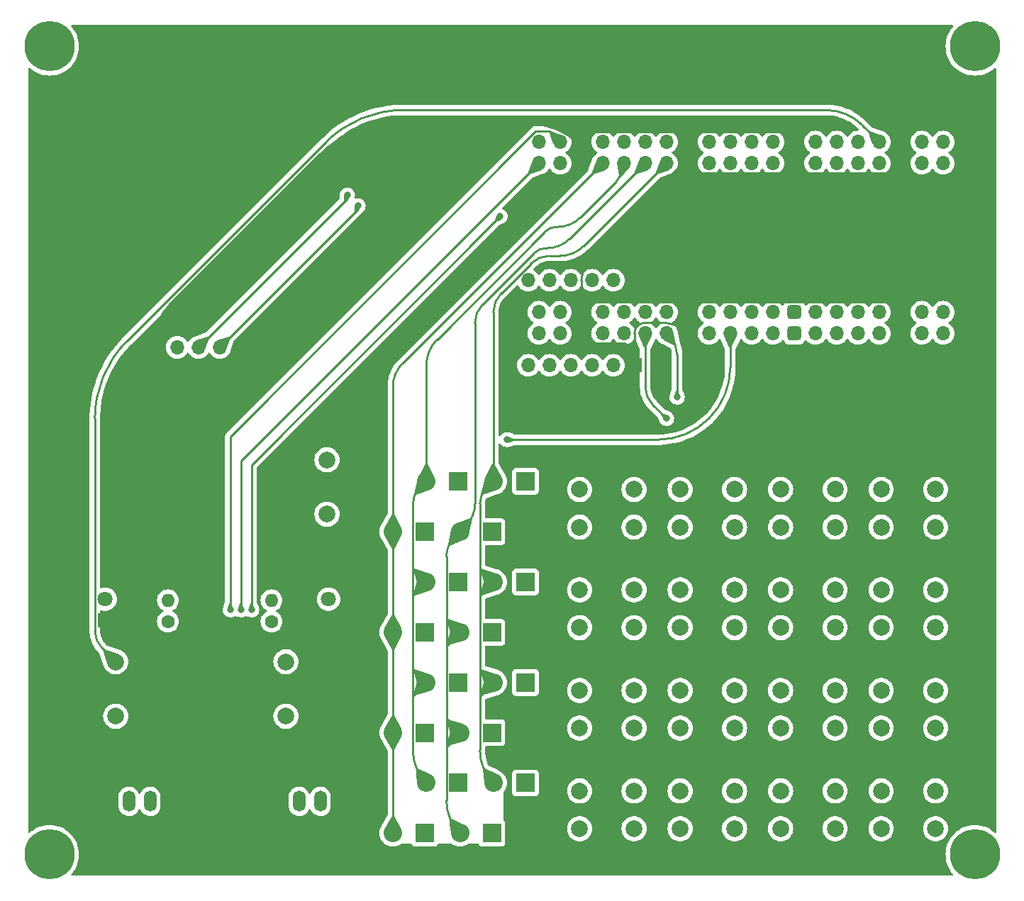
<source format=gbr>
%TF.GenerationSoftware,KiCad,Pcbnew,7.0.2-0*%
%TF.CreationDate,2023-07-30T12:28:56-05:00*%
%TF.ProjectId,CowPi-mk3c,436f7750-692d-46d6-9b33-632e6b696361,mk3c*%
%TF.SameCoordinates,Original*%
%TF.FileFunction,Copper,L2,Bot*%
%TF.FilePolarity,Positive*%
%FSLAX46Y46*%
G04 Gerber Fmt 4.6, Leading zero omitted, Abs format (unit mm)*
G04 Created by KiCad (PCBNEW 7.0.2-0) date 2023-07-30 12:28:56*
%MOMM*%
%LPD*%
G01*
G04 APERTURE LIST*
G04 Aperture macros list*
%AMRoundRect*
0 Rectangle with rounded corners*
0 $1 Rounding radius*
0 $2 $3 $4 $5 $6 $7 $8 $9 X,Y pos of 4 corners*
0 Add a 4 corners polygon primitive as box body*
4,1,4,$2,$3,$4,$5,$6,$7,$8,$9,$2,$3,0*
0 Add four circle primitives for the rounded corners*
1,1,$1+$1,$2,$3*
1,1,$1+$1,$4,$5*
1,1,$1+$1,$6,$7*
1,1,$1+$1,$8,$9*
0 Add four rect primitives between the rounded corners*
20,1,$1+$1,$2,$3,$4,$5,0*
20,1,$1+$1,$4,$5,$6,$7,0*
20,1,$1+$1,$6,$7,$8,$9,0*
20,1,$1+$1,$8,$9,$2,$3,0*%
G04 Aperture macros list end*
%TA.AperFunction,ComponentPad*%
%ADD10C,2.000000*%
%TD*%
%TA.AperFunction,ComponentPad*%
%ADD11C,1.600000*%
%TD*%
%TA.AperFunction,ComponentPad*%
%ADD12O,1.600000X1.600000*%
%TD*%
%TA.AperFunction,ComponentPad*%
%ADD13R,2.200000X2.200000*%
%TD*%
%TA.AperFunction,ComponentPad*%
%ADD14O,2.200000X2.200000*%
%TD*%
%TA.AperFunction,ComponentPad*%
%ADD15O,1.700000X1.700000*%
%TD*%
%TA.AperFunction,ComponentPad*%
%ADD16R,1.700000X1.700000*%
%TD*%
%TA.AperFunction,ComponentPad*%
%ADD17C,6.000000*%
%TD*%
%TA.AperFunction,ComponentPad*%
%ADD18R,1.800000X1.800000*%
%TD*%
%TA.AperFunction,ComponentPad*%
%ADD19C,1.800000*%
%TD*%
%TA.AperFunction,ComponentPad*%
%ADD20R,1.500000X2.500000*%
%TD*%
%TA.AperFunction,ComponentPad*%
%ADD21O,1.500000X2.500000*%
%TD*%
%TA.AperFunction,ComponentPad*%
%ADD22RoundRect,0.425000X-0.425000X0.425000X-0.425000X-0.425000X0.425000X-0.425000X0.425000X0.425000X0*%
%TD*%
%TA.AperFunction,ViaPad*%
%ADD23C,0.800000*%
%TD*%
%TA.AperFunction,Conductor*%
%ADD24C,0.250000*%
%TD*%
%TA.AperFunction,Conductor*%
%ADD25C,1.000000*%
%TD*%
%TA.AperFunction,Conductor*%
%ADD26C,0.500000*%
%TD*%
G04 APERTURE END LIST*
D10*
%TO.P,SW15,1,1*%
%TO.N,/Row\u002A*%
X151440000Y-149347317D03*
%TO.P,SW15,2,2*%
X144940000Y-149347317D03*
%TO.P,SW15,3,K*%
%TO.N,Net-(D15-K)*%
X144940000Y-144847317D03*
%TO.P,SW15,4,A*%
X151440000Y-144847317D03*
%TD*%
D11*
%TO.P,R1,1*%
%TO.N,/LeftLED*%
X95777434Y-124623230D03*
D12*
%TO.P,R1,2*%
%TO.N,Net-(D16-A)*%
X95777434Y-122083230D03*
%TD*%
D13*
%TO.P,D5,1,K*%
%TO.N,Net-(D5-K)*%
X134460000Y-125897317D03*
D14*
%TO.P,D5,2,A*%
%TO.N,/Col2*%
X130650000Y-125897317D03*
%TD*%
D15*
%TO.P,J1,1,Pin_1*%
%TO.N,/3V3*%
X138800000Y-83857317D03*
%TO.P,J1,2,Pin_2*%
%TO.N,/LV_GP16_SPI_RX*%
X141340000Y-83857317D03*
%TO.P,J1,3,Pin_3*%
%TO.N,/LV_GP17_SPI_CS*%
X143880000Y-83857317D03*
%TO.P,J1,4,Pin_4*%
%TO.N,/LV_GP18_SPI_CLK*%
X146420000Y-83857317D03*
%TO.P,J1,5,Pin_5*%
%TO.N,/LV_GP19_SPI_TX*%
X148960000Y-83857317D03*
D16*
%TO.P,J1,6,Pin_6*%
%TO.N,/GND*%
X151500000Y-83857317D03*
%TD*%
D10*
%TO.P,SW13,1,1*%
%TO.N,/Row\u002A*%
X187440000Y-149347317D03*
%TO.P,SW13,2,2*%
X180940000Y-149347317D03*
%TO.P,SW13,3,K*%
%TO.N,Net-(D13-K)*%
X180940000Y-144847317D03*
%TO.P,SW13,4,A*%
X187440000Y-144847317D03*
%TD*%
D13*
%TO.P,D13,1,K*%
%TO.N,Net-(D13-K)*%
X126460000Y-149897317D03*
D14*
%TO.P,D13,2,A*%
%TO.N,/ColA*%
X122650000Y-149897317D03*
%TD*%
D13*
%TO.P,D2,1,K*%
%TO.N,Net-(D2-K)*%
X134460000Y-113897317D03*
D14*
%TO.P,D2,2,A*%
%TO.N,/Col2*%
X130650000Y-113897317D03*
%TD*%
D13*
%TO.P,D12,1,K*%
%TO.N,Net-(D12-K)*%
X126460000Y-137897317D03*
D14*
%TO.P,D12,2,A*%
%TO.N,/ColA*%
X122650000Y-137897317D03*
%TD*%
D10*
%TO.P,SW19,1,1*%
%TO.N,/RightButton*%
X109880000Y-135927317D03*
%TO.P,SW19,2,2*%
X109880000Y-129427317D03*
%TO.P,SW19,3,K*%
%TO.N,/GND*%
X114380000Y-129427317D03*
%TO.P,SW19,4,A*%
X114380000Y-135927317D03*
%TD*%
D16*
%TO.P,J3,1,Pin_1*%
%TO.N,/GND*%
X94350000Y-91854817D03*
D15*
%TO.P,J3,2,Pin_2*%
%TO.N,/3V3*%
X96890000Y-91854817D03*
%TO.P,J3,3,Pin_3*%
%TO.N,/GP05_I2C_SCL*%
X99430000Y-91854817D03*
%TO.P,J3,4,Pin_4*%
%TO.N,/GP04_I2C_SDA*%
X101970000Y-91854817D03*
%TD*%
D17*
%TO.P,H3,1*%
%TO.N,N/C*%
X81650000Y-152437317D03*
%TD*%
D13*
%TO.P,D1,1,K*%
%TO.N,Net-(D1-K)*%
X138460000Y-107897317D03*
D14*
%TO.P,D1,2,A*%
%TO.N,/Col1*%
X134650000Y-107897317D03*
%TD*%
D13*
%TO.P,D15,1,K*%
%TO.N,Net-(D15-K)*%
X138460000Y-143897317D03*
D14*
%TO.P,D15,2,A*%
%TO.N,/Col1*%
X134650000Y-143897317D03*
%TD*%
D10*
%TO.P,SW3,1,1*%
%TO.N,/Row1*%
X175440000Y-113347317D03*
%TO.P,SW3,2,2*%
X168940000Y-113347317D03*
%TO.P,SW3,3,K*%
%TO.N,Net-(D3-K)*%
X168940000Y-108847317D03*
%TO.P,SW3,4,A*%
X175440000Y-108847317D03*
%TD*%
D18*
%TO.P,D17,1,K*%
%TO.N,/GND*%
X114960000Y-124497317D03*
D19*
%TO.P,D17,2,A*%
%TO.N,Net-(D17-A)*%
X114960000Y-121957317D03*
%TD*%
D10*
%TO.P,SW6,1,1*%
%TO.N,/Row4*%
X175440000Y-125347317D03*
%TO.P,SW6,2,2*%
X168940000Y-125347317D03*
%TO.P,SW6,3,K*%
%TO.N,Net-(D6-K)*%
X168940000Y-120847317D03*
%TO.P,SW6,4,A*%
X175440000Y-120847317D03*
%TD*%
%TO.P,SW20,1,1*%
%TO.N,/RUN*%
X114773408Y-111804362D03*
%TO.P,SW20,2,2*%
X114773408Y-105304362D03*
%TO.P,SW20,3,K*%
%TO.N,/GND*%
X119273408Y-105304362D03*
%TO.P,SW20,4,A*%
X119273408Y-111804362D03*
%TD*%
%TO.P,SW8,1,1*%
%TO.N,/Row7*%
X163440000Y-137347317D03*
%TO.P,SW8,2,2*%
X156940000Y-137347317D03*
%TO.P,SW8,3,K*%
%TO.N,Net-(D8-K)*%
X156940000Y-132847317D03*
%TO.P,SW8,4,A*%
X163440000Y-132847317D03*
%TD*%
%TO.P,SW7,1,1*%
%TO.N,/Row7*%
X151440000Y-137347317D03*
%TO.P,SW7,2,2*%
X144940000Y-137347317D03*
%TO.P,SW7,3,K*%
%TO.N,Net-(D7-K)*%
X144940000Y-132847317D03*
%TO.P,SW7,4,A*%
X151440000Y-132847317D03*
%TD*%
%TO.P,SW4,1,1*%
%TO.N,/Row4*%
X151440000Y-125347317D03*
%TO.P,SW4,2,2*%
X144940000Y-125347317D03*
%TO.P,SW4,3,K*%
%TO.N,Net-(D4-K)*%
X144940000Y-120847317D03*
%TO.P,SW4,4,A*%
X151440000Y-120847317D03*
%TD*%
%TO.P,SW0,1,1*%
%TO.N,/Row\u002A*%
X163440000Y-149347317D03*
%TO.P,SW0,2,2*%
X156940000Y-149347317D03*
%TO.P,SW0,3,K*%
%TO.N,Net-(D0-K)*%
X156940000Y-144847317D03*
%TO.P,SW0,4,A*%
X163440000Y-144847317D03*
%TD*%
D13*
%TO.P,D6,1,K*%
%TO.N,Net-(D6-K)*%
X130460000Y-119897317D03*
D14*
%TO.P,D6,2,A*%
%TO.N,/Col3*%
X126650000Y-119897317D03*
%TD*%
D10*
%TO.P,SW14,1,1*%
%TO.N,/Row\u002A*%
X175440000Y-149347317D03*
%TO.P,SW14,2,2*%
X168940000Y-149347317D03*
%TO.P,SW14,3,K*%
%TO.N,Net-(D14-K)*%
X168940000Y-144847317D03*
%TO.P,SW14,4,A*%
X175440000Y-144847317D03*
%TD*%
D13*
%TO.P,D3,1,K*%
%TO.N,Net-(D3-K)*%
X130460000Y-107897317D03*
D14*
%TO.P,D3,2,A*%
%TO.N,/Col3*%
X126650000Y-107897317D03*
%TD*%
D13*
%TO.P,D9,1,K*%
%TO.N,Net-(D9-K)*%
X130460000Y-131897317D03*
D14*
%TO.P,D9,2,A*%
%TO.N,/Col3*%
X126650000Y-131897317D03*
%TD*%
D17*
%TO.P,H2,1*%
%TO.N,N/C*%
X192140000Y-55917317D03*
%TD*%
D11*
%TO.P,R2,1*%
%TO.N,/RightLED*%
X108147434Y-124623230D03*
D12*
%TO.P,R2,2*%
%TO.N,Net-(D17-A)*%
X108147434Y-122083230D03*
%TD*%
D15*
%TO.P,J2,1,Pin_1*%
%TO.N,/VSYS*%
X138800000Y-94017317D03*
%TO.P,J2,2,Pin_2*%
%TO.N,/HV_GP16_SPI_RX*%
X141340000Y-94017317D03*
%TO.P,J2,3,Pin_3*%
%TO.N,/HV_GP17_SPI_CS*%
X143880000Y-94017317D03*
%TO.P,J2,4,Pin_4*%
%TO.N,/HV_GP18_SPI_CLK*%
X146420000Y-94017317D03*
%TO.P,J2,5,Pin_5*%
%TO.N,/HV_GP19_SPI_TX*%
X148960000Y-94017317D03*
D16*
%TO.P,J2,6,Pin_6*%
%TO.N,/GND*%
X151500000Y-94017317D03*
%TD*%
D17*
%TO.P,H1,1*%
%TO.N,N/C*%
X81650000Y-55917317D03*
%TD*%
D10*
%TO.P,SW5,1,1*%
%TO.N,/Row4*%
X163440000Y-125347317D03*
%TO.P,SW5,2,2*%
X156940000Y-125347317D03*
%TO.P,SW5,3,K*%
%TO.N,Net-(D5-K)*%
X156940000Y-120847317D03*
%TO.P,SW5,4,A*%
X163440000Y-120847317D03*
%TD*%
%TO.P,SW10,1,1*%
%TO.N,/Row1*%
X187440000Y-113347317D03*
%TO.P,SW10,2,2*%
X180940000Y-113347317D03*
%TO.P,SW10,3,K*%
%TO.N,Net-(D10-K)*%
X180940000Y-108847317D03*
%TO.P,SW10,4,A*%
X187440000Y-108847317D03*
%TD*%
D13*
%TO.P,D4,1,K*%
%TO.N,Net-(D4-K)*%
X138460000Y-119897317D03*
D14*
%TO.P,D4,2,A*%
%TO.N,/Col1*%
X134650000Y-119897317D03*
%TD*%
D13*
%TO.P,D0,1,K*%
%TO.N,Net-(D0-K)*%
X134460000Y-149897317D03*
D14*
%TO.P,D0,2,A*%
%TO.N,/Col2*%
X130650000Y-149897317D03*
%TD*%
D17*
%TO.P,H4,1*%
%TO.N,N/C*%
X192140000Y-152437317D03*
%TD*%
D15*
%TO.P,J_pico_1-20,1,Pin_1*%
%TO.N,/UART_TX*%
X188330000Y-67347317D03*
%TO.P,J_pico_1-20,2,Pin_2*%
X188330000Y-69887317D03*
%TO.P,J_pico_1-20,3,Pin_3*%
%TO.N,/UART_RX*%
X185790000Y-67347317D03*
%TO.P,J_pico_1-20,4,Pin_4*%
X185790000Y-69887317D03*
D16*
%TO.P,J_pico_1-20,5,Pin_5*%
%TO.N,/GND*%
X183250000Y-67347317D03*
%TO.P,J_pico_1-20,6,Pin_6*%
X183250000Y-69887317D03*
D15*
%TO.P,J_pico_1-20,7,Pin_7*%
%TO.N,/LeftButton*%
X180710000Y-67347317D03*
%TO.P,J_pico_1-20,8,Pin_8*%
X180710000Y-69887317D03*
%TO.P,J_pico_1-20,9,Pin_9*%
%TO.N,/RightButton*%
X178170000Y-67347317D03*
%TO.P,J_pico_1-20,10,Pin_10*%
X178170000Y-69887317D03*
%TO.P,J_pico_1-20,11,Pin_11*%
%TO.N,/GP04_I2C_SDA*%
X175630000Y-67347317D03*
%TO.P,J_pico_1-20,12,Pin_12*%
X175630000Y-69887317D03*
%TO.P,J_pico_1-20,13,Pin_13*%
%TO.N,/GP05_I2C_SCL*%
X173090000Y-67347317D03*
%TO.P,J_pico_1-20,14,Pin_14*%
X173090000Y-69887317D03*
D16*
%TO.P,J_pico_1-20,15,Pin_15*%
%TO.N,/GND*%
X170550000Y-67347317D03*
%TO.P,J_pico_1-20,16,Pin_16*%
X170550000Y-69887317D03*
D15*
%TO.P,J_pico_1-20,17,Pin_17*%
%TO.N,/Row1*%
X168010000Y-67347317D03*
%TO.P,J_pico_1-20,18,Pin_18*%
X168010000Y-69887317D03*
%TO.P,J_pico_1-20,19,Pin_19*%
%TO.N,/Row4*%
X165470000Y-67347317D03*
%TO.P,J_pico_1-20,20,Pin_20*%
X165470000Y-69887317D03*
%TO.P,J_pico_1-20,21,Pin_21*%
%TO.N,/Row7*%
X162930000Y-67347317D03*
%TO.P,J_pico_1-20,22,Pin_22*%
X162930000Y-69887317D03*
%TO.P,J_pico_1-20,23,Pin_23*%
%TO.N,/Row\u002A*%
X160390000Y-67347317D03*
%TO.P,J_pico_1-20,24,Pin_24*%
X160390000Y-69887317D03*
D16*
%TO.P,J_pico_1-20,25,Pin_25*%
%TO.N,/GND*%
X157850000Y-67347317D03*
%TO.P,J_pico_1-20,26,Pin_26*%
X157850000Y-69887317D03*
D15*
%TO.P,J_pico_1-20,27,Pin_27*%
%TO.N,/Col1*%
X155310000Y-67347317D03*
%TO.P,J_pico_1-20,28,Pin_28*%
X155310000Y-69887317D03*
%TO.P,J_pico_1-20,29,Pin_29*%
%TO.N,/Col2*%
X152770000Y-67347317D03*
%TO.P,J_pico_1-20,30,Pin_30*%
X152770000Y-69887317D03*
%TO.P,J_pico_1-20,31,Pin_31*%
%TO.N,/Col3*%
X150230000Y-67347317D03*
%TO.P,J_pico_1-20,32,Pin_32*%
X150230000Y-69887317D03*
%TO.P,J_pico_1-20,33,Pin_33*%
%TO.N,/ColA*%
X147690000Y-67347317D03*
%TO.P,J_pico_1-20,34,Pin_34*%
X147690000Y-69887317D03*
D16*
%TO.P,J_pico_1-20,35,Pin_35*%
%TO.N,/GND*%
X145150000Y-67347317D03*
%TO.P,J_pico_1-20,36,Pin_36*%
X145150000Y-69887317D03*
D15*
%TO.P,J_pico_1-20,37,Pin_37*%
%TO.N,/LeftSwitch*%
X142610000Y-67347317D03*
%TO.P,J_pico_1-20,38,Pin_38*%
X142610000Y-69887317D03*
%TO.P,J_pico_1-20,39,Pin_39*%
%TO.N,/RightSwitch*%
X140070000Y-67347317D03*
%TO.P,J_pico_1-20,40,Pin_40*%
X140070000Y-69887317D03*
%TD*%
D10*
%TO.P,SW18,1,1*%
%TO.N,/LeftButton*%
X89560000Y-135927317D03*
%TO.P,SW18,2,2*%
X89560000Y-129427317D03*
%TO.P,SW18,3,K*%
%TO.N,/GND*%
X94060000Y-129427317D03*
%TO.P,SW18,4,A*%
X94060000Y-135927317D03*
%TD*%
%TO.P,SW9,1,1*%
%TO.N,/Row7*%
X175440000Y-137347317D03*
%TO.P,SW9,2,2*%
X168940000Y-137347317D03*
%TO.P,SW9,3,K*%
%TO.N,Net-(D9-K)*%
X168940000Y-132847317D03*
%TO.P,SW9,4,A*%
X175440000Y-132847317D03*
%TD*%
%TO.P,SW12,1,1*%
%TO.N,/Row7*%
X187440000Y-137347317D03*
%TO.P,SW12,2,2*%
X180940000Y-137347317D03*
%TO.P,SW12,3,K*%
%TO.N,Net-(D12-K)*%
X180940000Y-132847317D03*
%TO.P,SW12,4,A*%
X187440000Y-132847317D03*
%TD*%
%TO.P,SW1,1,1*%
%TO.N,/Row1*%
X151440000Y-113347317D03*
%TO.P,SW1,2,2*%
X144940000Y-113347317D03*
%TO.P,SW1,3,K*%
%TO.N,Net-(D1-K)*%
X144940000Y-108847317D03*
%TO.P,SW1,4,A*%
X151440000Y-108847317D03*
%TD*%
D13*
%TO.P,D7,1,K*%
%TO.N,Net-(D7-K)*%
X138460000Y-131897317D03*
D14*
%TO.P,D7,2,A*%
%TO.N,/Col1*%
X134650000Y-131897317D03*
%TD*%
D13*
%TO.P,D10,1,K*%
%TO.N,Net-(D10-K)*%
X126460000Y-113897317D03*
D14*
%TO.P,D10,2,A*%
%TO.N,/ColA*%
X122650000Y-113897317D03*
%TD*%
D13*
%TO.P,D14,1,K*%
%TO.N,Net-(D14-K)*%
X130460000Y-143897317D03*
D14*
%TO.P,D14,2,A*%
%TO.N,/Col3*%
X126650000Y-143897317D03*
%TD*%
D20*
%TO.P,SW17,1,A*%
%TO.N,/GND*%
X108900000Y-146087317D03*
D21*
%TO.P,SW17,2,B*%
%TO.N,/RightSwitch*%
X111440000Y-146087317D03*
%TO.P,SW17,3,C*%
X113980000Y-146087317D03*
%TD*%
D20*
%TO.P,SW16,1,A*%
%TO.N,/GND*%
X88580000Y-146087317D03*
D21*
%TO.P,SW16,2,B*%
%TO.N,/LeftSwitch*%
X91120000Y-146087317D03*
%TO.P,SW16,3,C*%
X93660000Y-146087317D03*
%TD*%
D10*
%TO.P,SW11,1,1*%
%TO.N,/Row4*%
X187440000Y-125347317D03*
%TO.P,SW11,2,2*%
X180940000Y-125347317D03*
%TO.P,SW11,3,K*%
%TO.N,Net-(D11-K)*%
X180940000Y-120847317D03*
%TO.P,SW11,4,A*%
X187440000Y-120847317D03*
%TD*%
D18*
%TO.P,D16,1,K*%
%TO.N,/GND*%
X88290000Y-124497317D03*
D19*
%TO.P,D16,2,A*%
%TO.N,Net-(D16-A)*%
X88290000Y-121957317D03*
%TD*%
D13*
%TO.P,D11,1,K*%
%TO.N,Net-(D11-K)*%
X126460000Y-125897317D03*
D14*
%TO.P,D11,2,A*%
%TO.N,/ColA*%
X122650000Y-125897317D03*
%TD*%
D13*
%TO.P,D8,1,K*%
%TO.N,Net-(D8-K)*%
X134460000Y-137897317D03*
D14*
%TO.P,D8,2,A*%
%TO.N,/Col2*%
X130650000Y-137897317D03*
%TD*%
D10*
%TO.P,SW2,1,1*%
%TO.N,/Row1*%
X163440000Y-113347317D03*
%TO.P,SW2,2,2*%
X156940000Y-113347317D03*
%TO.P,SW2,3,K*%
%TO.N,Net-(D2-K)*%
X156940000Y-108847317D03*
%TO.P,SW2,4,A*%
X163440000Y-108847317D03*
%TD*%
D15*
%TO.P,Jpico_40-21,1,Pin_1*%
%TO.N,/VBUS*%
X188330000Y-87667317D03*
%TO.P,Jpico_40-21,2,Pin_2*%
X188330000Y-90207317D03*
%TO.P,Jpico_40-21,3,Pin_3*%
%TO.N,/VSYS*%
X185790000Y-87667317D03*
%TO.P,Jpico_40-21,4,Pin_4*%
X185790000Y-90207317D03*
D16*
%TO.P,Jpico_40-21,5,Pin_5*%
%TO.N,/GND*%
X183250000Y-87667317D03*
%TO.P,Jpico_40-21,6,Pin_6*%
X183250000Y-90207317D03*
D15*
%TO.P,Jpico_40-21,7,Pin_7*%
%TO.N,/3V3_EN*%
X180710000Y-87667317D03*
%TO.P,Jpico_40-21,8,Pin_8*%
X180710000Y-90207317D03*
%TO.P,Jpico_40-21,9,Pin_9*%
%TO.N,/3V3*%
X178170000Y-87667317D03*
%TO.P,Jpico_40-21,10,Pin_10*%
X178170000Y-90207317D03*
%TO.P,Jpico_40-21,11,Pin_11*%
%TO.N,/ADC_VREF*%
X175630000Y-87667317D03*
%TO.P,Jpico_40-21,12,Pin_12*%
X175630000Y-90207317D03*
%TO.P,Jpico_40-21,13,Pin_13*%
%TO.N,/GP28_ADC2*%
X173090000Y-87667317D03*
%TO.P,Jpico_40-21,14,Pin_14*%
X173090000Y-90207317D03*
D22*
%TO.P,Jpico_40-21,15,Pin_15*%
%TO.N,/AGND*%
X170550000Y-87667317D03*
%TO.P,Jpico_40-21,16,Pin_16*%
X170550000Y-90207317D03*
D15*
%TO.P,Jpico_40-21,17,Pin_17*%
%TO.N,/GP27_ADC1*%
X168010000Y-87667317D03*
%TO.P,Jpico_40-21,18,Pin_18*%
X168010000Y-90207317D03*
%TO.P,Jpico_40-21,19,Pin_19*%
%TO.N,/GP26_ADC0*%
X165470000Y-87667317D03*
%TO.P,Jpico_40-21,20,Pin_20*%
X165470000Y-90207317D03*
%TO.P,Jpico_40-21,21,Pin_21*%
%TO.N,/RUN*%
X162930000Y-87667317D03*
%TO.P,Jpico_40-21,22,Pin_22*%
X162930000Y-90207317D03*
%TO.P,Jpico_40-21,23,Pin_23*%
%TO.N,/GP22*%
X160390000Y-87667317D03*
%TO.P,Jpico_40-21,24,Pin_24*%
X160390000Y-90207317D03*
D16*
%TO.P,Jpico_40-21,25,Pin_25*%
%TO.N,/GND*%
X157850000Y-87667317D03*
%TO.P,Jpico_40-21,26,Pin_26*%
X157850000Y-90207317D03*
D15*
%TO.P,Jpico_40-21,27,Pin_27*%
%TO.N,/LeftLED*%
X155310000Y-87667317D03*
%TO.P,Jpico_40-21,28,Pin_28*%
X155310000Y-90207317D03*
%TO.P,Jpico_40-21,29,Pin_29*%
%TO.N,/RightLED*%
X152770000Y-87667317D03*
%TO.P,Jpico_40-21,30,Pin_30*%
X152770000Y-90207317D03*
%TO.P,Jpico_40-21,31,Pin_31*%
%TO.N,/LV_GP19_SPI_TX*%
X150230000Y-87667317D03*
%TO.P,Jpico_40-21,32,Pin_32*%
%TO.N,/HV_GP19_SPI_TX*%
X150230000Y-90207317D03*
%TO.P,Jpico_40-21,33,Pin_33*%
%TO.N,/LV_GP18_SPI_CLK*%
X147690000Y-87667317D03*
%TO.P,Jpico_40-21,34,Pin_34*%
%TO.N,/HV_GP18_SPI_CLK*%
X147690000Y-90207317D03*
D16*
%TO.P,Jpico_40-21,35,Pin_35*%
%TO.N,/GND*%
X145150000Y-87667317D03*
%TO.P,Jpico_40-21,36,Pin_36*%
X145150000Y-90207317D03*
D15*
%TO.P,Jpico_40-21,37,Pin_37*%
%TO.N,/LV_GP17_SPI_CS*%
X142610000Y-87667317D03*
%TO.P,Jpico_40-21,38,Pin_38*%
%TO.N,/HV_GP17_SPI_CS*%
X142610000Y-90207317D03*
%TO.P,Jpico_40-21,39,Pin_39*%
%TO.N,/LV_GP16_SPI_RX*%
X140070000Y-87667317D03*
%TO.P,Jpico_40-21,40,Pin_40*%
%TO.N,/HV_GP16_SPI_RX*%
X140070000Y-90207317D03*
%TD*%
D23*
%TO.N,/RightButton*%
X135454865Y-76227498D03*
X105780000Y-123227317D03*
%TO.N,/GP04_I2C_SDA*%
X118480000Y-74967317D03*
%TO.N,/GP05_I2C_SCL*%
X117210000Y-73697317D03*
%TO.N,/LeftSwitch*%
X103240000Y-123227317D03*
%TO.N,/RightSwitch*%
X104510000Y-123227317D03*
%TO.N,/RUN*%
X136260000Y-102907317D03*
%TO.N,/LeftLED*%
X156580000Y-97827317D03*
%TO.N,/RightLED*%
X155310000Y-100367317D03*
%TD*%
D24*
%TO.N,/GND*%
X119273408Y-111804362D02*
X119273408Y-114083829D01*
X94060000Y-135927317D02*
X94060000Y-129427317D01*
X151500000Y-76237317D02*
X146048026Y-81689291D01*
D25*
X170550000Y-69887317D02*
X169000000Y-71437317D01*
X169000000Y-65797317D02*
X159400000Y-65797317D01*
X159400000Y-71437317D02*
X157850000Y-69887317D01*
D24*
X94060000Y-135927317D02*
X91889260Y-138098057D01*
D25*
X159400000Y-65797317D02*
X157850000Y-67347317D01*
D24*
X152770000Y-88937317D02*
X154783949Y-88937317D01*
D25*
X159400000Y-86117317D02*
X181700000Y-86117317D01*
X96412984Y-86874333D02*
X113989872Y-69297445D01*
X150230000Y-91757317D02*
X146700000Y-91757317D01*
X151500000Y-76237317D02*
X151500000Y-83857317D01*
X146700000Y-86117317D02*
X145150000Y-87667317D01*
X156300000Y-86117317D02*
X146700000Y-86117317D01*
X146700000Y-65797317D02*
X145150000Y-67347317D01*
D26*
X94350000Y-109867183D02*
X94350000Y-91854817D01*
X122290000Y-92747317D02*
X145150000Y-69887317D01*
D25*
X157850000Y-67347317D02*
X156300000Y-65797317D01*
X181700000Y-71437317D02*
X183250000Y-69887317D01*
X157850000Y-87667317D02*
X156300000Y-86117317D01*
X146700000Y-91757317D02*
X145150000Y-90207317D01*
X181700000Y-86117317D02*
X183250000Y-87667317D01*
X172100000Y-71437317D02*
X181700000Y-71437317D01*
D24*
X145150000Y-83857317D02*
X145150000Y-87667317D01*
X90540000Y-148627317D02*
X106360000Y-148627317D01*
D25*
X157850000Y-69887317D02*
X157850000Y-87667317D01*
D24*
X114380000Y-135927317D02*
X114380000Y-129427317D01*
D25*
X157850000Y-87667317D02*
X155836052Y-85653369D01*
D24*
X94060000Y-129427317D02*
X89723970Y-125091287D01*
D25*
X157850000Y-87667317D02*
X159400000Y-86117317D01*
X124830000Y-64807317D02*
X139017898Y-64807317D01*
D26*
X119273408Y-105304362D02*
X119273408Y-100030014D01*
D24*
X114380000Y-129427317D02*
X114380000Y-125897560D01*
X151500000Y-94017317D02*
X151500000Y-90207317D01*
D25*
X183250000Y-69887317D02*
X183250000Y-87667317D01*
D24*
X114380000Y-135927317D02*
X112209260Y-138098057D01*
D25*
X150799964Y-92327282D02*
X150230000Y-91757317D01*
X170550000Y-67347317D02*
X169000000Y-65797317D01*
X156300000Y-65797317D02*
X146700000Y-65797317D01*
X157850000Y-69887317D02*
X151500000Y-76237317D01*
X170550000Y-69887317D02*
X172100000Y-71437317D01*
D24*
X88580000Y-146087317D02*
X88580000Y-146667317D01*
D25*
X169000000Y-71437317D02*
X159400000Y-71437317D01*
D26*
X119273408Y-105304362D02*
X119273408Y-111804362D01*
D24*
X146048028Y-81689293D02*
G75*
G03*
X145150000Y-83857317I2167972J-2168007D01*
G01*
D25*
X151499978Y-94017317D02*
G75*
G03*
X150799963Y-92327283I-2390078J17D01*
G01*
D24*
X88579983Y-146667317D02*
G75*
G03*
X90540000Y-148627317I1960017J17D01*
G01*
X157849982Y-90207335D02*
G75*
G03*
X154783949Y-88937317I-3066082J-3066065D01*
G01*
X114960029Y-124497346D02*
G75*
G03*
X114380000Y-125897560I1400171J-1400254D01*
G01*
D25*
X96412969Y-86874318D02*
G75*
G03*
X94350000Y-91854817I4980531J-4980482D01*
G01*
D26*
X114960001Y-124497318D02*
G75*
G03*
X119273408Y-114083829I-10413491J10413488D01*
G01*
D25*
X155836048Y-85653373D02*
G75*
G03*
X151500000Y-83857317I-4336048J-4336027D01*
G01*
D26*
X122289992Y-92747309D02*
G75*
G03*
X119273408Y-100030014I7282708J-7282691D01*
G01*
D25*
X145149997Y-67347320D02*
G75*
G03*
X139017898Y-64807317I-6132097J-6132080D01*
G01*
D24*
X152770000Y-88937300D02*
G75*
G03*
X151500000Y-90207317I0J-1270000D01*
G01*
X89723979Y-125091278D02*
G75*
G03*
X88290000Y-124497317I-1433979J-1434022D01*
G01*
X112209256Y-138098053D02*
G75*
G03*
X108900000Y-146087317I7989244J-7989247D01*
G01*
D26*
X88290002Y-124497319D02*
G75*
G03*
X94350000Y-109867183I-14630102J14630119D01*
G01*
D24*
X91889256Y-138098053D02*
G75*
G03*
X88580000Y-146087317I7989244J-7989247D01*
G01*
D25*
X124830000Y-64807325D02*
G75*
G03*
X113989872Y-69297445I0J-15330275D01*
G01*
D24*
X106360000Y-148627300D02*
G75*
G03*
X108900000Y-146087317I0J2540000D01*
G01*
%TO.N,/LeftButton*%
X174360000Y-63537317D02*
X123868153Y-63537317D01*
X180710000Y-67347317D02*
X178696051Y-65333368D01*
X89560000Y-129427317D02*
X87888780Y-127756097D01*
X87065000Y-100367317D02*
X87065000Y-125767317D01*
X114670000Y-67347317D02*
X90893984Y-91123333D01*
X90893969Y-91123318D02*
G75*
G03*
X87065000Y-100367317I9244031J-9243982D01*
G01*
X178696047Y-65333372D02*
G75*
G03*
X174360000Y-63537317I-4336047J-4336028D01*
G01*
X87065001Y-125767317D02*
G75*
G03*
X87888781Y-127756096I2812599J17D01*
G01*
X123868153Y-63537293D02*
G75*
G03*
X114670000Y-67347317I47J-13008207D01*
G01*
%TO.N,/RightButton*%
X105780000Y-123227317D02*
X105780000Y-105902363D01*
X105780000Y-105902363D02*
X135454865Y-76227498D01*
%TO.N,/GP04_I2C_SDA*%
X101970000Y-91854817D02*
X118480000Y-75344817D01*
X118480000Y-75344817D02*
X118480000Y-74967317D01*
%TO.N,/GP05_I2C_SCL*%
X99430000Y-91854817D02*
X117210000Y-74074817D01*
X117210000Y-74074817D02*
X117210000Y-73697317D01*
%TO.N,/Col1*%
X133035000Y-133512317D02*
X134650000Y-131897317D01*
X142610000Y-80946319D02*
X141340000Y-80946319D01*
X134650000Y-87667317D02*
X134650000Y-107897317D01*
X133035000Y-130282317D02*
X133035000Y-121512317D01*
X134650000Y-131897317D02*
X133035000Y-130282317D01*
X133035000Y-130282317D02*
X133035000Y-133512317D01*
X155310000Y-69887317D02*
X145411359Y-79785958D01*
X133035000Y-118282317D02*
X133035000Y-121512317D01*
X133035000Y-121512317D02*
X134650000Y-119897317D01*
X133035000Y-118282317D02*
X133035000Y-110527317D01*
X134650000Y-119897317D02*
X133035000Y-118282317D01*
X133035000Y-133512317D02*
X133035000Y-139998363D01*
X134650000Y-107897317D02*
X133752714Y-108794603D01*
X139136630Y-81858985D02*
X135584585Y-85411030D01*
X141340000Y-80946304D02*
G75*
G03*
X139136631Y-81858986I0J-3115996D01*
G01*
X133035011Y-139998363D02*
G75*
G03*
X134650000Y-143897317I5513889J-37D01*
G01*
X135584570Y-85411015D02*
G75*
G03*
X134650000Y-87667317I2256330J-2256285D01*
G01*
X133752711Y-108794600D02*
G75*
G03*
X133035000Y-110527317I1732689J-1732700D01*
G01*
X142610000Y-80946319D02*
G75*
G03*
X145411359Y-79785958I0J3961719D01*
G01*
%TO.N,/Col2*%
X130650000Y-125897317D02*
X129035000Y-127512317D01*
X129035000Y-124282317D02*
X129035000Y-127512317D01*
X129035000Y-136282317D02*
X129035000Y-139512317D01*
X130650000Y-113897317D02*
X130000201Y-114547116D01*
X130650000Y-113897317D02*
X131339842Y-113207474D01*
X129035000Y-124282317D02*
X130650000Y-125897317D01*
X140970000Y-80010000D02*
X141139285Y-80010000D01*
X143713659Y-78943659D02*
X152770000Y-69887317D01*
X133348026Y-86769291D02*
X139497308Y-80620009D01*
X129035000Y-139512317D02*
X129035000Y-145998363D01*
X129035000Y-127512317D02*
X129035000Y-136282317D01*
X129035000Y-116877317D02*
X129035000Y-124282317D01*
X132450000Y-110527317D02*
X132450000Y-88937317D01*
X129035000Y-136282317D02*
X130650000Y-137897317D01*
X129035000Y-139512317D02*
X130650000Y-137897317D01*
X130000193Y-114547108D02*
G75*
G03*
X129035000Y-116877317I2330207J-2330192D01*
G01*
X140970000Y-80010000D02*
G75*
G03*
X139497308Y-80620009I0J-2082700D01*
G01*
X131339831Y-113207463D02*
G75*
G03*
X132450000Y-110527317I-2680131J2680163D01*
G01*
X129035011Y-145998363D02*
G75*
G03*
X130650000Y-149897317I5513889J-37D01*
G01*
X141139285Y-80009993D02*
G75*
G03*
X143713659Y-78943659I15J3640693D01*
G01*
X133348028Y-86769293D02*
G75*
G03*
X132450000Y-88937317I2167972J-2168007D01*
G01*
%TO.N,/Col3*%
X125035000Y-130282317D02*
X125035000Y-121512317D01*
X126650000Y-119897317D02*
X125035000Y-118282317D01*
X125035000Y-133512317D02*
X126650000Y-131897317D01*
X126650000Y-107897317D02*
X125752714Y-108794603D01*
X142240000Y-77470000D02*
X142409285Y-77470000D01*
X125035000Y-133512317D02*
X125035000Y-139998363D01*
X127936935Y-90910382D02*
X140767308Y-78080009D01*
X125035000Y-121512317D02*
X126650000Y-119897317D01*
X125035000Y-118282317D02*
X125035000Y-118147317D01*
X125035000Y-118147317D02*
X125035000Y-121512317D01*
X126650000Y-107897317D02*
X126650000Y-94017317D01*
X144983659Y-76403659D02*
X148960000Y-72427317D01*
X125035000Y-130282317D02*
X125035000Y-133512317D01*
X126650000Y-131897317D02*
X125035000Y-130282317D01*
X125035000Y-118147317D02*
X125035000Y-110527317D01*
X148960000Y-72427317D02*
X149331974Y-72055342D01*
X149331955Y-72055323D02*
G75*
G03*
X150230000Y-69887317I-2167955J2168023D01*
G01*
X125752711Y-108794600D02*
G75*
G03*
X125035000Y-110527317I1732689J-1732700D01*
G01*
X142240000Y-77470000D02*
G75*
G03*
X140767308Y-78080009I0J-2082700D01*
G01*
X142409285Y-77469993D02*
G75*
G03*
X144983659Y-76403659I15J3640693D01*
G01*
X127936920Y-90910367D02*
G75*
G03*
X126650000Y-94017317I3106980J-3106933D01*
G01*
X125035011Y-139998363D02*
G75*
G03*
X126650000Y-143897317I5513889J-37D01*
G01*
%TO.N,/ColA*%
X147690000Y-69887317D02*
X123802584Y-93774733D01*
X122650000Y-137897317D02*
X122650000Y-125897317D01*
X122650000Y-125897317D02*
X122650000Y-113897317D01*
X122650000Y-96557317D02*
X122650000Y-113897317D01*
X122650000Y-149897317D02*
X122650000Y-137897317D01*
X123802569Y-93774718D02*
G75*
G03*
X122650000Y-96557317I2782631J-2782582D01*
G01*
%TO.N,/LeftSwitch*%
X103240000Y-123227317D02*
X103240000Y-102515616D01*
X139678299Y-66077317D02*
X141340000Y-66077317D01*
X103240000Y-102515616D02*
X139678299Y-66077317D01*
X141340000Y-66077317D02*
X142610000Y-67347317D01*
%TO.N,/RightSwitch*%
X104510000Y-123227317D02*
X104510000Y-105447317D01*
X104510000Y-105447317D02*
X140070000Y-69887317D01*
%TO.N,/RUN*%
X162930000Y-94235215D02*
X162930000Y-90207317D01*
X136260000Y-102907317D02*
X154257898Y-102907317D01*
X154257898Y-102907311D02*
G75*
G03*
X160390000Y-100367317I2J8672111D01*
G01*
X160389992Y-100367309D02*
G75*
G03*
X162930000Y-94235215I-6132092J6132109D01*
G01*
%TO.N,/LeftLED*%
X156580000Y-97827317D02*
X156580000Y-92747317D01*
X155681974Y-90579292D02*
X155310000Y-90207317D01*
X156580002Y-92747317D02*
G75*
G03*
X155681974Y-90579292I-3066002J17D01*
G01*
%TO.N,/RightLED*%
X152770000Y-90207317D02*
X152770000Y-96557317D01*
X155310000Y-100367317D02*
X153668026Y-98725343D01*
X152769973Y-96557317D02*
G75*
G03*
X153668026Y-98725343I3066027J17D01*
G01*
%TD*%
%TA.AperFunction,Conductor*%
%TO.N,/LeftSwitch*%
G36*
X103365188Y-122430744D02*
G01*
X103367859Y-122434880D01*
X103605551Y-123063661D01*
X103605271Y-123072611D01*
X103599109Y-123078597D01*
X103244502Y-123226440D01*
X103235548Y-123226461D01*
X103235498Y-123226440D01*
X102880890Y-123078597D01*
X102874572Y-123072250D01*
X102874448Y-123063662D01*
X103112141Y-122434879D01*
X103118272Y-122428353D01*
X103123085Y-122427317D01*
X103356915Y-122427317D01*
X103365188Y-122430744D01*
G37*
%TD.AperFunction*%
%TD*%
%TA.AperFunction,Conductor*%
%TO.N,/GND*%
G36*
X145611940Y-87475975D02*
G01*
X145150000Y-87668317D01*
X144688060Y-87475975D01*
X145025000Y-86667317D01*
X145275000Y-86667317D01*
X145611940Y-87475975D01*
G37*
%TD.AperFunction*%
%TD*%
%TA.AperFunction,Conductor*%
%TO.N,/ColA*%
G36*
X122776225Y-135800744D02*
G01*
X122778295Y-135803548D01*
X123644153Y-137440963D01*
X123644991Y-137449878D01*
X123639279Y-137456775D01*
X123638578Y-137457116D01*
X122654768Y-137896189D01*
X122645817Y-137896432D01*
X122645232Y-137896189D01*
X121661421Y-137457116D01*
X121655262Y-137450615D01*
X121655505Y-137441664D01*
X121655846Y-137440963D01*
X122521705Y-135803548D01*
X122528602Y-135797836D01*
X122532048Y-135797317D01*
X122767952Y-135797317D01*
X122776225Y-135800744D01*
G37*
%TD.AperFunction*%
%TD*%
%TA.AperFunction,Conductor*%
%TO.N,/Col3*%
G36*
X125260194Y-130326079D02*
G01*
X127030282Y-130871653D01*
X127037178Y-130877364D01*
X127038016Y-130886279D01*
X127037762Y-130887016D01*
X126652574Y-131893147D01*
X126646415Y-131899648D01*
X126645830Y-131899891D01*
X125639699Y-132285079D01*
X125630748Y-132284836D01*
X125624589Y-132278335D01*
X125624343Y-132277621D01*
X125078763Y-130507514D01*
X125079601Y-130498602D01*
X125081668Y-130495801D01*
X125248482Y-130328987D01*
X125256754Y-130325561D01*
X125260194Y-130326079D01*
G37*
%TD.AperFunction*%
%TD*%
%TA.AperFunction,Conductor*%
%TO.N,/Col2*%
G36*
X129260194Y-136326079D02*
G01*
X131030282Y-136871653D01*
X131037178Y-136877364D01*
X131038016Y-136886279D01*
X131037762Y-136887016D01*
X130652574Y-137893147D01*
X130646415Y-137899648D01*
X130645830Y-137899891D01*
X129639699Y-138285079D01*
X129630748Y-138284836D01*
X129624589Y-138278335D01*
X129624343Y-138277621D01*
X129078763Y-136507514D01*
X129079601Y-136498602D01*
X129081668Y-136495801D01*
X129248482Y-136328987D01*
X129256754Y-136325561D01*
X129260194Y-136326079D01*
G37*
%TD.AperFunction*%
%TD*%
%TA.AperFunction,Conductor*%
%TO.N,/Col2*%
G36*
X129623747Y-113591388D02*
G01*
X130645085Y-113894828D01*
X130652039Y-113900468D01*
X130652564Y-113901572D01*
X131066430Y-114902646D01*
X131066424Y-114911601D01*
X131060088Y-114917928D01*
X131059964Y-114917979D01*
X129451791Y-115561327D01*
X129442837Y-115561218D01*
X129442369Y-115561005D01*
X129230016Y-115458741D01*
X129224049Y-115452064D01*
X129223639Y-115445812D01*
X129608974Y-113600213D01*
X129614018Y-113592817D01*
X129622817Y-113591153D01*
X129623747Y-113591388D01*
G37*
%TD.AperFunction*%
%TD*%
%TA.AperFunction,Conductor*%
%TO.N,/GND*%
G36*
X119504378Y-113988158D02*
G01*
X119273408Y-114084829D01*
X119042438Y-113988158D01*
X119148408Y-113583829D01*
X119398408Y-113583829D01*
X119504378Y-113988158D01*
G37*
%TD.AperFunction*%
%TD*%
%TA.AperFunction,Conductor*%
%TO.N,/Col2*%
G36*
X131896557Y-112252077D02*
G01*
X131897260Y-112252423D01*
X132105160Y-112363550D01*
X132110841Y-112370472D01*
X132111046Y-112376497D01*
X131687711Y-114212419D01*
X131682513Y-114219710D01*
X131673681Y-114221191D01*
X131672791Y-114220948D01*
X130654737Y-113899840D01*
X130647877Y-113894083D01*
X130647443Y-113893152D01*
X130233651Y-112892184D01*
X130233658Y-112883229D01*
X130239994Y-112876901D01*
X130240259Y-112876796D01*
X131887608Y-112251808D01*
X131896557Y-112252077D01*
G37*
%TD.AperFunction*%
%TD*%
%TA.AperFunction,Conductor*%
%TO.N,/LeftLED*%
G36*
X156091325Y-89887383D02*
G01*
X156097650Y-89893722D01*
X156098268Y-89895702D01*
X156440424Y-91469743D01*
X156438833Y-91478555D01*
X156434067Y-91482769D01*
X156222224Y-91584788D01*
X156213284Y-91585290D01*
X156212064Y-91584785D01*
X154994665Y-90997413D01*
X154988703Y-90990731D01*
X154988935Y-90982409D01*
X155307711Y-90210907D01*
X155314036Y-90204572D01*
X155314035Y-90204572D01*
X156082372Y-89887372D01*
X156091325Y-89887383D01*
G37*
%TD.AperFunction*%
%TD*%
%TA.AperFunction,Conductor*%
%TO.N,/ColA*%
G36*
X122776225Y-111800744D02*
G01*
X122778295Y-111803548D01*
X123644153Y-113440963D01*
X123644991Y-113449878D01*
X123639279Y-113456775D01*
X123638578Y-113457116D01*
X122654768Y-113896189D01*
X122645817Y-113896432D01*
X122645232Y-113896189D01*
X121661421Y-113457116D01*
X121655262Y-113450615D01*
X121655505Y-113441664D01*
X121655846Y-113440963D01*
X122521705Y-111803548D01*
X122528602Y-111797836D01*
X122532048Y-111797317D01*
X122767952Y-111797317D01*
X122776225Y-111800744D01*
G37*
%TD.AperFunction*%
%TD*%
%TA.AperFunction,Conductor*%
%TO.N,/Col1*%
G36*
X133260194Y-118326079D02*
G01*
X135030282Y-118871653D01*
X135037178Y-118877364D01*
X135038016Y-118886279D01*
X135037762Y-118887016D01*
X134652574Y-119893147D01*
X134646415Y-119899648D01*
X134645830Y-119899891D01*
X133639699Y-120285079D01*
X133630748Y-120284836D01*
X133624589Y-120278335D01*
X133624343Y-120277621D01*
X133078763Y-118507514D01*
X133079601Y-118498602D01*
X133081668Y-118495801D01*
X133248482Y-118328987D01*
X133256754Y-118325561D01*
X133260194Y-118326079D01*
G37*
%TD.AperFunction*%
%TD*%
%TA.AperFunction,Conductor*%
%TO.N,/Col3*%
G36*
X125639693Y-131509551D02*
G01*
X126645831Y-131894743D01*
X126652331Y-131900901D01*
X126652574Y-131901486D01*
X127037762Y-132907616D01*
X127037519Y-132916567D01*
X127031018Y-132922726D01*
X127030281Y-132922980D01*
X125260200Y-133468553D01*
X125251285Y-133467715D01*
X125248481Y-133465645D01*
X125081671Y-133298835D01*
X125078244Y-133290562D01*
X125078761Y-133287123D01*
X125624336Y-131517031D01*
X125630047Y-131510137D01*
X125638962Y-131509299D01*
X125639693Y-131509551D01*
G37*
%TD.AperFunction*%
%TD*%
%TA.AperFunction,Conductor*%
%TO.N,/Col2*%
G36*
X129631982Y-148191045D02*
G01*
X131060968Y-148876262D01*
X131066946Y-148882929D01*
X131066721Y-148891282D01*
X130653413Y-149890986D01*
X130647086Y-149897322D01*
X130642591Y-149898216D01*
X129560649Y-149897325D01*
X129552379Y-149893891D01*
X129549010Y-149886712D01*
X129456125Y-148891282D01*
X129401186Y-148302515D01*
X129403829Y-148293962D01*
X129407886Y-148290829D01*
X129621984Y-148190993D01*
X129630930Y-148190604D01*
X129631982Y-148191045D01*
G37*
%TD.AperFunction*%
%TD*%
%TA.AperFunction,Conductor*%
%TO.N,/Col1*%
G36*
X133260194Y-130326079D02*
G01*
X135030282Y-130871653D01*
X135037178Y-130877364D01*
X135038016Y-130886279D01*
X135037762Y-130887016D01*
X134652574Y-131893147D01*
X134646415Y-131899648D01*
X134645830Y-131899891D01*
X133639699Y-132285079D01*
X133630748Y-132284836D01*
X133624589Y-132278335D01*
X133624343Y-132277621D01*
X133078763Y-130507514D01*
X133079601Y-130498602D01*
X133081668Y-130495801D01*
X133248482Y-130328987D01*
X133256754Y-130325561D01*
X133260194Y-130326079D01*
G37*
%TD.AperFunction*%
%TD*%
%TA.AperFunction,Conductor*%
%TO.N,/GND*%
G36*
X114960500Y-124496451D02*
G01*
X115136777Y-124674094D01*
X114778487Y-124930507D01*
X114561985Y-124805501D01*
X114729030Y-124401646D01*
X114960500Y-124496451D01*
G37*
%TD.AperFunction*%
%TD*%
%TA.AperFunction,Conductor*%
%TO.N,/ColA*%
G36*
X146916106Y-69566745D02*
G01*
X147686215Y-69884755D01*
X147692552Y-69891078D01*
X147692562Y-69891102D01*
X148010567Y-70661200D01*
X148010558Y-70670155D01*
X148004219Y-70676480D01*
X148003629Y-70676705D01*
X146583251Y-71175348D01*
X146574309Y-71174856D01*
X146571102Y-71172582D01*
X146404734Y-71006214D01*
X146401307Y-70997941D01*
X146401968Y-70994065D01*
X146513461Y-70676480D01*
X146900612Y-69573685D01*
X146906584Y-69567016D01*
X146915526Y-69566524D01*
X146916106Y-69566745D01*
G37*
%TD.AperFunction*%
%TD*%
%TA.AperFunction,Conductor*%
%TO.N,/RightSwitch*%
G36*
X104635188Y-122430744D02*
G01*
X104637859Y-122434880D01*
X104875551Y-123063661D01*
X104875271Y-123072611D01*
X104869109Y-123078597D01*
X104514502Y-123226440D01*
X104505548Y-123226461D01*
X104505498Y-123226440D01*
X104150890Y-123078597D01*
X104144572Y-123072250D01*
X104144448Y-123063662D01*
X104382141Y-122434879D01*
X104388272Y-122428353D01*
X104393085Y-122427317D01*
X104626915Y-122427317D01*
X104635188Y-122430744D01*
G37*
%TD.AperFunction*%
%TD*%
%TA.AperFunction,Conductor*%
%TO.N,/ColA*%
G36*
X122776225Y-147800744D02*
G01*
X122778295Y-147803548D01*
X123644153Y-149440963D01*
X123644991Y-149449878D01*
X123639279Y-149456775D01*
X123638578Y-149457116D01*
X122654768Y-149896189D01*
X122645817Y-149896432D01*
X122645232Y-149896189D01*
X121661421Y-149457116D01*
X121655262Y-149450615D01*
X121655505Y-149441664D01*
X121655846Y-149440963D01*
X122521705Y-147803548D01*
X122528602Y-147797836D01*
X122532048Y-147797317D01*
X122767952Y-147797317D01*
X122776225Y-147800744D01*
G37*
%TD.AperFunction*%
%TD*%
%TA.AperFunction,Conductor*%
%TO.N,/Col2*%
G36*
X129639693Y-137509551D02*
G01*
X130645831Y-137894743D01*
X130652331Y-137900901D01*
X130652574Y-137901486D01*
X131037762Y-138907616D01*
X131037519Y-138916567D01*
X131031018Y-138922726D01*
X131030281Y-138922980D01*
X129260200Y-139468553D01*
X129251285Y-139467715D01*
X129248481Y-139465645D01*
X129081671Y-139298835D01*
X129078244Y-139290562D01*
X129078761Y-139287123D01*
X129624336Y-137517031D01*
X129630047Y-137510137D01*
X129638962Y-137509299D01*
X129639693Y-137509551D01*
G37*
%TD.AperFunction*%
%TD*%
%TA.AperFunction,Conductor*%
%TO.N,/RightLED*%
G36*
X152774488Y-90208182D02*
G01*
X153543892Y-90527859D01*
X153550217Y-90534198D01*
X153550208Y-90543153D01*
X153549950Y-90543730D01*
X152898186Y-91900683D01*
X152891515Y-91906656D01*
X152887639Y-91907317D01*
X152652361Y-91907317D01*
X152644088Y-91903890D01*
X152641814Y-91900683D01*
X151990049Y-90543730D01*
X151989557Y-90534788D01*
X151995530Y-90528117D01*
X151996095Y-90527864D01*
X152765511Y-90208181D01*
X152774465Y-90208173D01*
X152774488Y-90208182D01*
G37*
%TD.AperFunction*%
%TD*%
%TA.AperFunction,Conductor*%
%TO.N,/Col1*%
G36*
X133639693Y-131509551D02*
G01*
X134645831Y-131894743D01*
X134652331Y-131900901D01*
X134652574Y-131901486D01*
X135037762Y-132907616D01*
X135037519Y-132916567D01*
X135031018Y-132922726D01*
X135030281Y-132922980D01*
X133260200Y-133468553D01*
X133251285Y-133467715D01*
X133248481Y-133465645D01*
X133081671Y-133298835D01*
X133078244Y-133290562D01*
X133078761Y-133287123D01*
X133624336Y-131517031D01*
X133630047Y-131510137D01*
X133638962Y-131509299D01*
X133639693Y-131509551D01*
G37*
%TD.AperFunction*%
%TD*%
%TA.AperFunction,Conductor*%
%TO.N,/RightButton*%
G36*
X105905188Y-122430744D02*
G01*
X105907859Y-122434880D01*
X106145551Y-123063661D01*
X106145271Y-123072611D01*
X106139109Y-123078597D01*
X105784502Y-123226440D01*
X105775548Y-123226461D01*
X105775498Y-123226440D01*
X105420890Y-123078597D01*
X105414572Y-123072250D01*
X105414448Y-123063662D01*
X105652141Y-122434879D01*
X105658272Y-122428353D01*
X105663085Y-122427317D01*
X105896915Y-122427317D01*
X105905188Y-122430744D01*
G37*
%TD.AperFunction*%
%TD*%
%TA.AperFunction,Conductor*%
%TO.N,/GND*%
G36*
X151961940Y-93825975D02*
G01*
X151500000Y-94018317D01*
X151038060Y-93825975D01*
X151375000Y-93017317D01*
X151625000Y-93017317D01*
X151961940Y-93825975D01*
G37*
%TD.AperFunction*%
%TD*%
%TA.AperFunction,Conductor*%
%TO.N,/Col3*%
G36*
X150233946Y-69889894D02*
G01*
X150233964Y-69889911D01*
X150823264Y-70480563D01*
X150826681Y-70488840D01*
X150823732Y-70496593D01*
X149882961Y-71556737D01*
X149874907Y-71560650D01*
X149867985Y-71558878D01*
X149669051Y-71433875D01*
X149663869Y-71426571D01*
X149663770Y-71426090D01*
X149382546Y-69901124D01*
X149384416Y-69892367D01*
X149391930Y-69887497D01*
X149394039Y-69887303D01*
X150225671Y-69886475D01*
X150233946Y-69889894D01*
G37*
%TD.AperFunction*%
%TD*%
%TA.AperFunction,Conductor*%
%TO.N,/GND*%
G36*
X151500707Y-76236610D02*
G01*
X151691342Y-76699257D01*
X150881282Y-77032811D01*
X150704506Y-76856035D01*
X151038060Y-76045975D01*
X151500707Y-76236610D01*
G37*
%TD.AperFunction*%
%TD*%
%TA.AperFunction,Conductor*%
%TO.N,/GP04_I2C_SDA*%
G36*
X103085690Y-90567277D02*
G01*
X103088897Y-90569551D01*
X103255265Y-90735919D01*
X103258692Y-90744192D01*
X103258031Y-90748068D01*
X102759388Y-92168446D01*
X102753415Y-92175117D01*
X102744473Y-92175609D01*
X102743883Y-92175384D01*
X101973785Y-91857379D01*
X101967447Y-91851055D01*
X101649432Y-91080932D01*
X101649441Y-91071978D01*
X101655780Y-91065653D01*
X101656345Y-91065437D01*
X103076748Y-90566785D01*
X103085690Y-90567277D01*
G37*
%TD.AperFunction*%
%TD*%
%TA.AperFunction,Conductor*%
%TO.N,/Col3*%
G36*
X125260194Y-118326079D02*
G01*
X127030282Y-118871653D01*
X127037178Y-118877364D01*
X127038016Y-118886279D01*
X127037762Y-118887016D01*
X126652574Y-119893147D01*
X126646415Y-119899648D01*
X126645830Y-119899891D01*
X125639699Y-120285079D01*
X125630748Y-120284836D01*
X125624589Y-120278335D01*
X125624343Y-120277621D01*
X125078763Y-118507514D01*
X125079601Y-118498602D01*
X125081668Y-118495801D01*
X125248482Y-118328987D01*
X125256754Y-118325561D01*
X125260194Y-118326079D01*
G37*
%TD.AperFunction*%
%TD*%
%TA.AperFunction,Conductor*%
%TO.N,/ColA*%
G36*
X122654737Y-137898431D02*
G01*
X123638578Y-138337516D01*
X123644737Y-138344017D01*
X123644494Y-138352968D01*
X123644153Y-138353669D01*
X122778295Y-139991086D01*
X122771398Y-139996798D01*
X122767952Y-139997317D01*
X122532048Y-139997317D01*
X122523775Y-139993890D01*
X122521705Y-139991086D01*
X121655846Y-138353669D01*
X121655008Y-138344754D01*
X121660720Y-138337857D01*
X121661400Y-138337526D01*
X122645234Y-137898443D01*
X122654183Y-137898201D01*
X122654737Y-137898431D01*
G37*
%TD.AperFunction*%
%TD*%
%TA.AperFunction,Conductor*%
%TO.N,/Col1*%
G36*
X133639693Y-119509551D02*
G01*
X134645831Y-119894743D01*
X134652331Y-119900901D01*
X134652574Y-119901486D01*
X135037762Y-120907616D01*
X135037519Y-120916567D01*
X135031018Y-120922726D01*
X135030281Y-120922980D01*
X133260200Y-121468553D01*
X133251285Y-121467715D01*
X133248481Y-121465645D01*
X133081671Y-121298835D01*
X133078244Y-121290562D01*
X133078761Y-121287123D01*
X133624336Y-119517031D01*
X133630047Y-119510137D01*
X133638962Y-119509299D01*
X133639693Y-119509551D01*
G37*
%TD.AperFunction*%
%TD*%
%TA.AperFunction,Conductor*%
%TO.N,/ColA*%
G36*
X122654750Y-125898437D02*
G01*
X123638578Y-126337516D01*
X123644737Y-126344017D01*
X123644494Y-126352968D01*
X123644153Y-126353669D01*
X122778295Y-127991086D01*
X122771398Y-127996798D01*
X122767952Y-127997317D01*
X122532048Y-127997317D01*
X122523775Y-127993890D01*
X122521705Y-127991086D01*
X121655846Y-126353669D01*
X121655008Y-126344754D01*
X121660720Y-126337857D01*
X121661400Y-126337526D01*
X122645234Y-125898443D01*
X122654182Y-125898201D01*
X122654750Y-125898437D01*
G37*
%TD.AperFunction*%
%TD*%
%TA.AperFunction,Conductor*%
%TO.N,/GND*%
G36*
X151584854Y-88333862D02*
G01*
X151601572Y-88353155D01*
X151731505Y-88538718D01*
X151898599Y-88705812D01*
X152084160Y-88835743D01*
X152127783Y-88890319D01*
X152134976Y-88959818D01*
X152103454Y-89022172D01*
X152084159Y-89038892D01*
X151898595Y-89168825D01*
X151731505Y-89335915D01*
X151601575Y-89521476D01*
X151546998Y-89565101D01*
X151477500Y-89572295D01*
X151415145Y-89540772D01*
X151398425Y-89521476D01*
X151303652Y-89386126D01*
X151268495Y-89335916D01*
X151101401Y-89168822D01*
X150915839Y-89038890D01*
X150872216Y-88984315D01*
X150865022Y-88914817D01*
X150896545Y-88852462D01*
X150915837Y-88835745D01*
X151101401Y-88705812D01*
X151268495Y-88538718D01*
X151398427Y-88353155D01*
X151453001Y-88309533D01*
X151522499Y-88302339D01*
X151584854Y-88333862D01*
G37*
%TD.AperFunction*%
%TA.AperFunction,Conductor*%
G36*
X154124855Y-88333862D02*
G01*
X154141571Y-88353154D01*
X154271505Y-88538718D01*
X154438599Y-88705812D01*
X154624160Y-88835743D01*
X154667783Y-88890319D01*
X154674976Y-88959818D01*
X154643454Y-89022172D01*
X154624159Y-89038892D01*
X154438595Y-89168825D01*
X154271505Y-89335915D01*
X154141575Y-89521476D01*
X154086998Y-89565101D01*
X154017500Y-89572295D01*
X153955145Y-89540772D01*
X153938425Y-89521476D01*
X153843652Y-89386126D01*
X153808495Y-89335916D01*
X153641401Y-89168822D01*
X153455839Y-89038890D01*
X153412216Y-88984315D01*
X153405022Y-88914817D01*
X153436545Y-88852462D01*
X153455837Y-88835745D01*
X153641401Y-88705812D01*
X153808495Y-88538718D01*
X153938426Y-88353156D01*
X153993002Y-88309533D01*
X154062500Y-88302339D01*
X154124855Y-88333862D01*
G37*
%TD.AperFunction*%
%TA.AperFunction,Conductor*%
G36*
X189499617Y-53397002D02*
G01*
X189545372Y-53449806D01*
X189555316Y-53518964D01*
X189528944Y-53579353D01*
X189306194Y-53854425D01*
X189306189Y-53854431D01*
X189304149Y-53856951D01*
X189302380Y-53859673D01*
X189302377Y-53859679D01*
X189106089Y-54161937D01*
X189106084Y-54161945D01*
X189104318Y-54164665D01*
X189102850Y-54167544D01*
X189102843Y-54167558D01*
X188939213Y-54488699D01*
X188937745Y-54491581D01*
X188936588Y-54494594D01*
X188936584Y-54494604D01*
X188807425Y-54831075D01*
X188807418Y-54831093D01*
X188806258Y-54834118D01*
X188805421Y-54837240D01*
X188805415Y-54837260D01*
X188712136Y-55185381D01*
X188712132Y-55185397D01*
X188711295Y-55188523D01*
X188710786Y-55191731D01*
X188710785Y-55191740D01*
X188654405Y-55547707D01*
X188654403Y-55547721D01*
X188653898Y-55550913D01*
X188634696Y-55917317D01*
X188634866Y-55920560D01*
X188646566Y-56143826D01*
X188653898Y-56283721D01*
X188654403Y-56286914D01*
X188654405Y-56286926D01*
X188710785Y-56642893D01*
X188711295Y-56646111D01*
X188712133Y-56649240D01*
X188712136Y-56649252D01*
X188805415Y-56997373D01*
X188805419Y-56997387D01*
X188806258Y-57000516D01*
X188807421Y-57003545D01*
X188807425Y-57003558D01*
X188936584Y-57340029D01*
X188937745Y-57343053D01*
X189104318Y-57669969D01*
X189304149Y-57977683D01*
X189535051Y-58262823D01*
X189794494Y-58522266D01*
X190079634Y-58753168D01*
X190387348Y-58952999D01*
X190714264Y-59119572D01*
X191056801Y-59251059D01*
X191411206Y-59346022D01*
X191773596Y-59403419D01*
X192140000Y-59422621D01*
X192506404Y-59403419D01*
X192868794Y-59346022D01*
X193223199Y-59251059D01*
X193565736Y-59119572D01*
X193892652Y-58952999D01*
X194200366Y-58753168D01*
X194477965Y-58528372D01*
X194542451Y-58501481D01*
X194611240Y-58513723D01*
X194662491Y-58561212D01*
X194680000Y-58624739D01*
X194680000Y-149729894D01*
X194660315Y-149796933D01*
X194607511Y-149842688D01*
X194538353Y-149852632D01*
X194477964Y-149826260D01*
X194292885Y-149676386D01*
X194200366Y-149601466D01*
X193892652Y-149401635D01*
X193889764Y-149400163D01*
X193889758Y-149400160D01*
X193568617Y-149236530D01*
X193565736Y-149235062D01*
X193562715Y-149233902D01*
X193562712Y-149233901D01*
X193226241Y-149104742D01*
X193226228Y-149104738D01*
X193223199Y-149103575D01*
X193220070Y-149102736D01*
X193220056Y-149102732D01*
X192871935Y-149009453D01*
X192871923Y-149009450D01*
X192868794Y-149008612D01*
X192865581Y-149008103D01*
X192865576Y-149008102D01*
X192509609Y-148951722D01*
X192509597Y-148951720D01*
X192506404Y-148951215D01*
X192503171Y-148951045D01*
X192503166Y-148951045D01*
X192143244Y-148932183D01*
X192140000Y-148932013D01*
X192136756Y-148932183D01*
X191776833Y-148951045D01*
X191776826Y-148951045D01*
X191773596Y-148951215D01*
X191770404Y-148951720D01*
X191770390Y-148951722D01*
X191414423Y-149008102D01*
X191414414Y-149008103D01*
X191411206Y-149008612D01*
X191408080Y-149009449D01*
X191408064Y-149009453D01*
X191059943Y-149102732D01*
X191059923Y-149102738D01*
X191056801Y-149103575D01*
X191053776Y-149104735D01*
X191053758Y-149104742D01*
X190717287Y-149233901D01*
X190717277Y-149233905D01*
X190714264Y-149235062D01*
X190711389Y-149236526D01*
X190711382Y-149236530D01*
X190390241Y-149400160D01*
X190390227Y-149400167D01*
X190387348Y-149401635D01*
X190384628Y-149403401D01*
X190384620Y-149403406D01*
X190082362Y-149599694D01*
X190082356Y-149599697D01*
X190079634Y-149601466D01*
X190077114Y-149603506D01*
X190077108Y-149603511D01*
X189797012Y-149830328D01*
X189797001Y-149830337D01*
X189794494Y-149832368D01*
X189792209Y-149834652D01*
X189792199Y-149834662D01*
X189537345Y-150089516D01*
X189537335Y-150089526D01*
X189535051Y-150091811D01*
X189533020Y-150094318D01*
X189533011Y-150094329D01*
X189306194Y-150374425D01*
X189306189Y-150374431D01*
X189304149Y-150376951D01*
X189302380Y-150379673D01*
X189302377Y-150379679D01*
X189106089Y-150681937D01*
X189106084Y-150681945D01*
X189104318Y-150684665D01*
X189102850Y-150687544D01*
X189102843Y-150687558D01*
X189021187Y-150847817D01*
X188937745Y-151011581D01*
X188936588Y-151014594D01*
X188936584Y-151014604D01*
X188807425Y-151351075D01*
X188807418Y-151351093D01*
X188806258Y-151354118D01*
X188805421Y-151357240D01*
X188805415Y-151357260D01*
X188712136Y-151705381D01*
X188712132Y-151705397D01*
X188711295Y-151708523D01*
X188710786Y-151711731D01*
X188710785Y-151711740D01*
X188654405Y-152067707D01*
X188654403Y-152067721D01*
X188653898Y-152070913D01*
X188653728Y-152074143D01*
X188653728Y-152074150D01*
X188635904Y-152414257D01*
X188634696Y-152437317D01*
X188634866Y-152440560D01*
X188644175Y-152618203D01*
X188653898Y-152803721D01*
X188654403Y-152806914D01*
X188654405Y-152806926D01*
X188655942Y-152816629D01*
X188711295Y-153166111D01*
X188712133Y-153169240D01*
X188712136Y-153169252D01*
X188805415Y-153517373D01*
X188805419Y-153517387D01*
X188806258Y-153520516D01*
X188807421Y-153523545D01*
X188807425Y-153523558D01*
X188936584Y-153860029D01*
X188937745Y-153863053D01*
X189104318Y-154189969D01*
X189304149Y-154497683D01*
X189306194Y-154500208D01*
X189528944Y-154775281D01*
X189555836Y-154839768D01*
X189543594Y-154908557D01*
X189496105Y-154959808D01*
X189432578Y-154977317D01*
X84357422Y-154977317D01*
X84290383Y-154957632D01*
X84244628Y-154904828D01*
X84234684Y-154835670D01*
X84261056Y-154775281D01*
X84485851Y-154497683D01*
X84685682Y-154189969D01*
X84852255Y-153863053D01*
X84983742Y-153520516D01*
X85078705Y-153166111D01*
X85136102Y-152803721D01*
X85155304Y-152437317D01*
X85136102Y-152070913D01*
X85078705Y-151708523D01*
X84983742Y-151354118D01*
X84852255Y-151011581D01*
X84685682Y-150684665D01*
X84485851Y-150376951D01*
X84254949Y-150091811D01*
X84060454Y-149897316D01*
X121044551Y-149897316D01*
X121064317Y-150148466D01*
X121123126Y-150393427D01*
X121148654Y-150455057D01*
X121219534Y-150626176D01*
X121351164Y-150840976D01*
X121514776Y-151032541D01*
X121706341Y-151196153D01*
X121921141Y-151327783D01*
X122153889Y-151424190D01*
X122398852Y-151483000D01*
X122650000Y-151502766D01*
X122901148Y-151483000D01*
X123146111Y-151424190D01*
X123378859Y-151327783D01*
X123593659Y-151196153D01*
X123636328Y-151159709D01*
X123700090Y-151131139D01*
X123716860Y-151130000D01*
X124789213Y-151130000D01*
X124856252Y-151149685D01*
X124902007Y-151202489D01*
X124905389Y-151210652D01*
X124916204Y-151239648D01*
X125002454Y-151354863D01*
X125117669Y-151441113D01*
X125252517Y-151491408D01*
X125312127Y-151497817D01*
X127607872Y-151497816D01*
X127667483Y-151491408D01*
X127802331Y-151441113D01*
X127917546Y-151354863D01*
X128003796Y-151239648D01*
X128014606Y-151210664D01*
X128056477Y-151154733D01*
X128121941Y-151130316D01*
X128130787Y-151130000D01*
X129583140Y-151130000D01*
X129650179Y-151149685D01*
X129663670Y-151159709D01*
X129706341Y-151196153D01*
X129921141Y-151327783D01*
X130153889Y-151424190D01*
X130398852Y-151483000D01*
X130650000Y-151502766D01*
X130901148Y-151483000D01*
X131146111Y-151424190D01*
X131378859Y-151327783D01*
X131593659Y-151196153D01*
X131636328Y-151159709D01*
X131700090Y-151131139D01*
X131716860Y-151130000D01*
X132789213Y-151130000D01*
X132856252Y-151149685D01*
X132902007Y-151202489D01*
X132905389Y-151210652D01*
X132916204Y-151239648D01*
X133002454Y-151354863D01*
X133117669Y-151441113D01*
X133252517Y-151491408D01*
X133312127Y-151497817D01*
X135607872Y-151497816D01*
X135667483Y-151491408D01*
X135802331Y-151441113D01*
X135917546Y-151354863D01*
X136003796Y-151239648D01*
X136054091Y-151104800D01*
X136060500Y-151045190D01*
X136060499Y-149347317D01*
X143434356Y-149347317D01*
X143454891Y-149595133D01*
X143454891Y-149595136D01*
X143454892Y-149595138D01*
X143515937Y-149836198D01*
X143560960Y-149938840D01*
X143615825Y-150063921D01*
X143615827Y-150063924D01*
X143751836Y-150272102D01*
X143920256Y-150455055D01*
X143920259Y-150455057D01*
X144116485Y-150607787D01*
X144116487Y-150607788D01*
X144116491Y-150607791D01*
X144335190Y-150726145D01*
X144570386Y-150806888D01*
X144815665Y-150847817D01*
X145064335Y-150847817D01*
X145309614Y-150806888D01*
X145544810Y-150726145D01*
X145763509Y-150607791D01*
X145959744Y-150455055D01*
X146128164Y-150272102D01*
X146264173Y-150063924D01*
X146364063Y-149836198D01*
X146425108Y-149595138D01*
X146445643Y-149347317D01*
X146445643Y-149347316D01*
X149934356Y-149347316D01*
X149954891Y-149595133D01*
X149954891Y-149595136D01*
X149954892Y-149595138D01*
X150015937Y-149836198D01*
X150060960Y-149938840D01*
X150115825Y-150063921D01*
X150115827Y-150063924D01*
X150251836Y-150272102D01*
X150420256Y-150455055D01*
X150420259Y-150455057D01*
X150616485Y-150607787D01*
X150616487Y-150607788D01*
X150616491Y-150607791D01*
X150835190Y-150726145D01*
X151070386Y-150806888D01*
X151315665Y-150847817D01*
X151564335Y-150847817D01*
X151809614Y-150806888D01*
X152044810Y-150726145D01*
X152263509Y-150607791D01*
X152459744Y-150455055D01*
X152628164Y-150272102D01*
X152764173Y-150063924D01*
X152864063Y-149836198D01*
X152925108Y-149595138D01*
X152945643Y-149347317D01*
X152945643Y-149347316D01*
X155434356Y-149347316D01*
X155454891Y-149595133D01*
X155454891Y-149595136D01*
X155454892Y-149595138D01*
X155515937Y-149836198D01*
X155560960Y-149938840D01*
X155615825Y-150063921D01*
X155615827Y-150063924D01*
X155751836Y-150272102D01*
X155920256Y-150455055D01*
X155920259Y-150455057D01*
X156116485Y-150607787D01*
X156116487Y-150607788D01*
X156116491Y-150607791D01*
X156335190Y-150726145D01*
X156570386Y-150806888D01*
X156815665Y-150847817D01*
X157064335Y-150847817D01*
X157309614Y-150806888D01*
X157544810Y-150726145D01*
X157763509Y-150607791D01*
X157959744Y-150455055D01*
X158128164Y-150272102D01*
X158264173Y-150063924D01*
X158364063Y-149836198D01*
X158425108Y-149595138D01*
X158445643Y-149347317D01*
X158445643Y-149347316D01*
X161934356Y-149347316D01*
X161954891Y-149595133D01*
X161954891Y-149595136D01*
X161954892Y-149595138D01*
X162015937Y-149836198D01*
X162060960Y-149938840D01*
X162115825Y-150063921D01*
X162115827Y-150063924D01*
X162251836Y-150272102D01*
X162420256Y-150455055D01*
X162420259Y-150455057D01*
X162616485Y-150607787D01*
X162616487Y-150607788D01*
X162616491Y-150607791D01*
X162835190Y-150726145D01*
X163070386Y-150806888D01*
X163315665Y-150847817D01*
X163564335Y-150847817D01*
X163809614Y-150806888D01*
X164044810Y-150726145D01*
X164263509Y-150607791D01*
X164459744Y-150455055D01*
X164628164Y-150272102D01*
X164764173Y-150063924D01*
X164864063Y-149836198D01*
X164925108Y-149595138D01*
X164945643Y-149347317D01*
X164945643Y-149347316D01*
X167434356Y-149347316D01*
X167454891Y-149595133D01*
X167454891Y-149595136D01*
X167454892Y-149595138D01*
X167515937Y-149836198D01*
X167560960Y-149938840D01*
X167615825Y-150063921D01*
X167615827Y-150063924D01*
X167751836Y-150272102D01*
X167920256Y-150455055D01*
X167920259Y-150455057D01*
X168116485Y-150607787D01*
X168116487Y-150607788D01*
X168116491Y-150607791D01*
X168335190Y-150726145D01*
X168570386Y-150806888D01*
X168815665Y-150847817D01*
X169064335Y-150847817D01*
X169309614Y-150806888D01*
X169544810Y-150726145D01*
X169763509Y-150607791D01*
X169959744Y-150455055D01*
X170128164Y-150272102D01*
X170264173Y-150063924D01*
X170364063Y-149836198D01*
X170425108Y-149595138D01*
X170445643Y-149347317D01*
X170445643Y-149347316D01*
X173934356Y-149347316D01*
X173954891Y-149595133D01*
X173954891Y-149595136D01*
X173954892Y-149595138D01*
X174015937Y-149836198D01*
X174060960Y-149938840D01*
X174115825Y-150063921D01*
X174115827Y-150063924D01*
X174251836Y-150272102D01*
X174420256Y-150455055D01*
X174420259Y-150455057D01*
X174616485Y-150607787D01*
X174616487Y-150607788D01*
X174616491Y-150607791D01*
X174835190Y-150726145D01*
X175070386Y-150806888D01*
X175315665Y-150847817D01*
X175564335Y-150847817D01*
X175809614Y-150806888D01*
X176044810Y-150726145D01*
X176263509Y-150607791D01*
X176459744Y-150455055D01*
X176628164Y-150272102D01*
X176764173Y-150063924D01*
X176864063Y-149836198D01*
X176925108Y-149595138D01*
X176945643Y-149347317D01*
X179434356Y-149347317D01*
X179454891Y-149595133D01*
X179454891Y-149595136D01*
X179454892Y-149595138D01*
X179515937Y-149836198D01*
X179560960Y-149938840D01*
X179615825Y-150063921D01*
X179615827Y-150063924D01*
X179751836Y-150272102D01*
X179920256Y-150455055D01*
X179920259Y-150455057D01*
X180116485Y-150607787D01*
X180116487Y-150607788D01*
X180116491Y-150607791D01*
X180335190Y-150726145D01*
X180570386Y-150806888D01*
X180815665Y-150847817D01*
X181064335Y-150847817D01*
X181309614Y-150806888D01*
X181544810Y-150726145D01*
X181763509Y-150607791D01*
X181959744Y-150455055D01*
X182128164Y-150272102D01*
X182264173Y-150063924D01*
X182364063Y-149836198D01*
X182425108Y-149595138D01*
X182445643Y-149347317D01*
X185934356Y-149347317D01*
X185954891Y-149595133D01*
X185954891Y-149595136D01*
X185954892Y-149595138D01*
X186015937Y-149836198D01*
X186060960Y-149938840D01*
X186115825Y-150063921D01*
X186115827Y-150063924D01*
X186251836Y-150272102D01*
X186420256Y-150455055D01*
X186420259Y-150455057D01*
X186616485Y-150607787D01*
X186616487Y-150607788D01*
X186616491Y-150607791D01*
X186835190Y-150726145D01*
X187070386Y-150806888D01*
X187315665Y-150847817D01*
X187564335Y-150847817D01*
X187809614Y-150806888D01*
X188044810Y-150726145D01*
X188263509Y-150607791D01*
X188459744Y-150455055D01*
X188628164Y-150272102D01*
X188764173Y-150063924D01*
X188864063Y-149836198D01*
X188925108Y-149595138D01*
X188945643Y-149347317D01*
X188925108Y-149099496D01*
X188864063Y-148858436D01*
X188764173Y-148630710D01*
X188628164Y-148422532D01*
X188459744Y-148239579D01*
X188437612Y-148222353D01*
X188263514Y-148086846D01*
X188263510Y-148086843D01*
X188263509Y-148086843D01*
X188044810Y-147968489D01*
X188044806Y-147968487D01*
X188044805Y-147968487D01*
X187809615Y-147887746D01*
X187564335Y-147846817D01*
X187315665Y-147846817D01*
X187070384Y-147887746D01*
X186835194Y-147968487D01*
X186616485Y-148086846D01*
X186420259Y-148239576D01*
X186420256Y-148239578D01*
X186420256Y-148239579D01*
X186251836Y-148422532D01*
X186240573Y-148439771D01*
X186115825Y-148630712D01*
X186015938Y-148858434D01*
X185954891Y-149099500D01*
X185934356Y-149347317D01*
X182445643Y-149347317D01*
X182425108Y-149099496D01*
X182364063Y-148858436D01*
X182264173Y-148630710D01*
X182128164Y-148422532D01*
X181959744Y-148239579D01*
X181937612Y-148222353D01*
X181763514Y-148086846D01*
X181763510Y-148086843D01*
X181763509Y-148086843D01*
X181544810Y-147968489D01*
X181544806Y-147968487D01*
X181544805Y-147968487D01*
X181309615Y-147887746D01*
X181064335Y-147846817D01*
X180815665Y-147846817D01*
X180570384Y-147887746D01*
X180335194Y-147968487D01*
X180116485Y-148086846D01*
X179920259Y-148239576D01*
X179920256Y-148239578D01*
X179920256Y-148239579D01*
X179751836Y-148422532D01*
X179740573Y-148439771D01*
X179615825Y-148630712D01*
X179515938Y-148858434D01*
X179454891Y-149099500D01*
X179434356Y-149347317D01*
X176945643Y-149347317D01*
X176925108Y-149099496D01*
X176864063Y-148858436D01*
X176764173Y-148630710D01*
X176628164Y-148422532D01*
X176459744Y-148239579D01*
X176437612Y-148222353D01*
X176263514Y-148086846D01*
X176263510Y-148086843D01*
X176263509Y-148086843D01*
X176044810Y-147968489D01*
X176044806Y-147968487D01*
X176044805Y-147968487D01*
X175809615Y-147887746D01*
X175564335Y-147846817D01*
X175315665Y-147846817D01*
X175070384Y-147887746D01*
X174835194Y-147968487D01*
X174616485Y-148086846D01*
X174420259Y-148239576D01*
X174420256Y-148239578D01*
X174420256Y-148239579D01*
X174251836Y-148422532D01*
X174240573Y-148439771D01*
X174115825Y-148630712D01*
X174015938Y-148858434D01*
X173954891Y-149099500D01*
X173934356Y-149347316D01*
X170445643Y-149347316D01*
X170425108Y-149099496D01*
X170364063Y-148858436D01*
X170264173Y-148630710D01*
X170128164Y-148422532D01*
X169959744Y-148239579D01*
X169937612Y-148222353D01*
X169763514Y-148086846D01*
X169763510Y-148086843D01*
X169763509Y-148086843D01*
X169544810Y-147968489D01*
X169544806Y-147968487D01*
X169544805Y-147968487D01*
X169309615Y-147887746D01*
X169064335Y-147846817D01*
X168815665Y-147846817D01*
X168570384Y-147887746D01*
X168335194Y-147968487D01*
X168116485Y-148086846D01*
X167920259Y-148239576D01*
X167920256Y-148239578D01*
X167920256Y-148239579D01*
X167751836Y-148422532D01*
X167740573Y-148439771D01*
X167615825Y-148630712D01*
X167515938Y-148858434D01*
X167454891Y-149099500D01*
X167434356Y-149347316D01*
X164945643Y-149347316D01*
X164925108Y-149099496D01*
X164864063Y-148858436D01*
X164764173Y-148630710D01*
X164628164Y-148422532D01*
X164459744Y-148239579D01*
X164437612Y-148222353D01*
X164263514Y-148086846D01*
X164263510Y-148086843D01*
X164263509Y-148086843D01*
X164044810Y-147968489D01*
X164044806Y-147968487D01*
X164044805Y-147968487D01*
X163809615Y-147887746D01*
X163564335Y-147846817D01*
X163315665Y-147846817D01*
X163070384Y-147887746D01*
X162835194Y-147968487D01*
X162616485Y-148086846D01*
X162420259Y-148239576D01*
X162420256Y-148239578D01*
X162420256Y-148239579D01*
X162251836Y-148422532D01*
X162240573Y-148439771D01*
X162115825Y-148630712D01*
X162015938Y-148858434D01*
X161954891Y-149099500D01*
X161934356Y-149347316D01*
X158445643Y-149347316D01*
X158425108Y-149099496D01*
X158364063Y-148858436D01*
X158264173Y-148630710D01*
X158128164Y-148422532D01*
X157959744Y-148239579D01*
X157937612Y-148222353D01*
X157763514Y-148086846D01*
X157763510Y-148086843D01*
X157763509Y-148086843D01*
X157544810Y-147968489D01*
X157544806Y-147968487D01*
X157544805Y-147968487D01*
X157309615Y-147887746D01*
X157064335Y-147846817D01*
X156815665Y-147846817D01*
X156570384Y-147887746D01*
X156335194Y-147968487D01*
X156116485Y-148086846D01*
X155920259Y-148239576D01*
X155920256Y-148239578D01*
X155920256Y-148239579D01*
X155751836Y-148422532D01*
X155740573Y-148439771D01*
X155615825Y-148630712D01*
X155515938Y-148858434D01*
X155454891Y-149099500D01*
X155434356Y-149347316D01*
X152945643Y-149347316D01*
X152925108Y-149099496D01*
X152864063Y-148858436D01*
X152764173Y-148630710D01*
X152628164Y-148422532D01*
X152459744Y-148239579D01*
X152437612Y-148222353D01*
X152263514Y-148086846D01*
X152263510Y-148086843D01*
X152263509Y-148086843D01*
X152044810Y-147968489D01*
X152044806Y-147968487D01*
X152044805Y-147968487D01*
X151809615Y-147887746D01*
X151564335Y-147846817D01*
X151315665Y-147846817D01*
X151070384Y-147887746D01*
X150835194Y-147968487D01*
X150616485Y-148086846D01*
X150420259Y-148239576D01*
X150420256Y-148239578D01*
X150420256Y-148239579D01*
X150251836Y-148422532D01*
X150240573Y-148439771D01*
X150115825Y-148630712D01*
X150015938Y-148858434D01*
X149954891Y-149099500D01*
X149934356Y-149347316D01*
X146445643Y-149347316D01*
X146425108Y-149099496D01*
X146364063Y-148858436D01*
X146264173Y-148630710D01*
X146128164Y-148422532D01*
X145959744Y-148239579D01*
X145937612Y-148222353D01*
X145763514Y-148086846D01*
X145763510Y-148086843D01*
X145763509Y-148086843D01*
X145544810Y-147968489D01*
X145544806Y-147968487D01*
X145544805Y-147968487D01*
X145309615Y-147887746D01*
X145064335Y-147846817D01*
X144815665Y-147846817D01*
X144570384Y-147887746D01*
X144335194Y-147968487D01*
X144116485Y-148086846D01*
X143920259Y-148239576D01*
X143920256Y-148239578D01*
X143920256Y-148239579D01*
X143751836Y-148422532D01*
X143740573Y-148439771D01*
X143615825Y-148630712D01*
X143515938Y-148858434D01*
X143454891Y-149099500D01*
X143434356Y-149347317D01*
X136060499Y-149347317D01*
X136060499Y-148749445D01*
X136054091Y-148689834D01*
X136003796Y-148554986D01*
X135917546Y-148439771D01*
X135914733Y-148436013D01*
X135890316Y-148370548D01*
X135890000Y-148361702D01*
X135890000Y-145041895D01*
X136859500Y-145041895D01*
X136859501Y-145045189D01*
X136859853Y-145048469D01*
X136859854Y-145048476D01*
X136865909Y-145104801D01*
X136888943Y-145166557D01*
X136916204Y-145239648D01*
X137002454Y-145354863D01*
X137117669Y-145441113D01*
X137252517Y-145491408D01*
X137312127Y-145497817D01*
X139607872Y-145497816D01*
X139667483Y-145491408D01*
X139802331Y-145441113D01*
X139917546Y-145354863D01*
X140003796Y-145239648D01*
X140054091Y-145104800D01*
X140060500Y-145045190D01*
X140060500Y-144847317D01*
X143434356Y-144847317D01*
X143454891Y-145095133D01*
X143454891Y-145095136D01*
X143454892Y-145095138D01*
X143515937Y-145336198D01*
X143527749Y-145363126D01*
X143615825Y-145563921D01*
X143615827Y-145563924D01*
X143751836Y-145772102D01*
X143920256Y-145955055D01*
X143920259Y-145955057D01*
X144116485Y-146107787D01*
X144116487Y-146107788D01*
X144116491Y-146107791D01*
X144335190Y-146226145D01*
X144570386Y-146306888D01*
X144815665Y-146347817D01*
X145064335Y-146347817D01*
X145309614Y-146306888D01*
X145544810Y-146226145D01*
X145763509Y-146107791D01*
X145959744Y-145955055D01*
X146128164Y-145772102D01*
X146264173Y-145563924D01*
X146364063Y-145336198D01*
X146425108Y-145095138D01*
X146445643Y-144847317D01*
X149934356Y-144847317D01*
X149954891Y-145095133D01*
X149954891Y-145095136D01*
X149954892Y-145095138D01*
X150015937Y-145336198D01*
X150027749Y-145363126D01*
X150115825Y-145563921D01*
X150115827Y-145563924D01*
X150251836Y-145772102D01*
X150420256Y-145955055D01*
X150420259Y-145955057D01*
X150616485Y-146107787D01*
X150616487Y-146107788D01*
X150616491Y-146107791D01*
X150835190Y-146226145D01*
X151070386Y-146306888D01*
X151315665Y-146347817D01*
X151564335Y-146347817D01*
X151809614Y-146306888D01*
X152044810Y-146226145D01*
X152263509Y-146107791D01*
X152459744Y-145955055D01*
X152628164Y-145772102D01*
X152764173Y-145563924D01*
X152864063Y-145336198D01*
X152925108Y-145095138D01*
X152945643Y-144847317D01*
X155434356Y-144847317D01*
X155454891Y-145095133D01*
X155454891Y-145095136D01*
X155454892Y-145095138D01*
X155515937Y-145336198D01*
X155527749Y-145363126D01*
X155615825Y-145563921D01*
X155615827Y-145563924D01*
X155751836Y-145772102D01*
X155920256Y-145955055D01*
X155920259Y-145955057D01*
X156116485Y-146107787D01*
X156116487Y-146107788D01*
X156116491Y-146107791D01*
X156335190Y-146226145D01*
X156570386Y-146306888D01*
X156815665Y-146347817D01*
X157064335Y-146347817D01*
X157309614Y-146306888D01*
X157544810Y-146226145D01*
X157763509Y-146107791D01*
X157959744Y-145955055D01*
X158128164Y-145772102D01*
X158264173Y-145563924D01*
X158364063Y-145336198D01*
X158425108Y-145095138D01*
X158445643Y-144847317D01*
X161934356Y-144847317D01*
X161954891Y-145095133D01*
X161954891Y-145095136D01*
X161954892Y-145095138D01*
X162015937Y-145336198D01*
X162027749Y-145363126D01*
X162115825Y-145563921D01*
X162115827Y-145563924D01*
X162251836Y-145772102D01*
X162420256Y-145955055D01*
X162420259Y-145955057D01*
X162616485Y-146107787D01*
X162616487Y-146107788D01*
X162616491Y-146107791D01*
X162835190Y-146226145D01*
X163070386Y-146306888D01*
X163315665Y-146347817D01*
X163564335Y-146347817D01*
X163809614Y-146306888D01*
X164044810Y-146226145D01*
X164263509Y-146107791D01*
X164459744Y-145955055D01*
X164628164Y-145772102D01*
X164764173Y-145563924D01*
X164864063Y-145336198D01*
X164925108Y-145095138D01*
X164945643Y-144847317D01*
X164945643Y-144847316D01*
X167434356Y-144847316D01*
X167454891Y-145095133D01*
X167454891Y-145095136D01*
X167454892Y-145095138D01*
X167515937Y-145336198D01*
X167527749Y-145363126D01*
X167615825Y-145563921D01*
X167615827Y-145563924D01*
X167751836Y-145772102D01*
X167920256Y-145955055D01*
X167920259Y-145955057D01*
X168116485Y-146107787D01*
X168116487Y-146107788D01*
X168116491Y-146107791D01*
X168335190Y-146226145D01*
X168570386Y-146306888D01*
X168815665Y-146347817D01*
X169064335Y-146347817D01*
X169309614Y-146306888D01*
X169544810Y-146226145D01*
X169763509Y-146107791D01*
X169959744Y-145955055D01*
X170128164Y-145772102D01*
X170264173Y-145563924D01*
X170364063Y-145336198D01*
X170425108Y-145095138D01*
X170445643Y-144847317D01*
X170445643Y-144847316D01*
X173934356Y-144847316D01*
X173954891Y-145095133D01*
X173954891Y-145095136D01*
X173954892Y-145095138D01*
X174015937Y-145336198D01*
X174027749Y-145363126D01*
X174115825Y-145563921D01*
X174115827Y-145563924D01*
X174251836Y-145772102D01*
X174420256Y-145955055D01*
X174420259Y-145955057D01*
X174616485Y-146107787D01*
X174616487Y-146107788D01*
X174616491Y-146107791D01*
X174835190Y-146226145D01*
X175070386Y-146306888D01*
X175315665Y-146347817D01*
X175564335Y-146347817D01*
X175809614Y-146306888D01*
X176044810Y-146226145D01*
X176263509Y-146107791D01*
X176459744Y-145955055D01*
X176628164Y-145772102D01*
X176764173Y-145563924D01*
X176864063Y-145336198D01*
X176925108Y-145095138D01*
X176945643Y-144847317D01*
X179434356Y-144847317D01*
X179454891Y-145095133D01*
X179454891Y-145095136D01*
X179454892Y-145095138D01*
X179515937Y-145336198D01*
X179527749Y-145363126D01*
X179615825Y-145563921D01*
X179615827Y-145563924D01*
X179751836Y-145772102D01*
X179920256Y-145955055D01*
X179920259Y-145955057D01*
X180116485Y-146107787D01*
X180116487Y-146107788D01*
X180116491Y-146107791D01*
X180335190Y-146226145D01*
X180570386Y-146306888D01*
X180815665Y-146347817D01*
X181064335Y-146347817D01*
X181309614Y-146306888D01*
X181544810Y-146226145D01*
X181763509Y-146107791D01*
X181959744Y-145955055D01*
X182128164Y-145772102D01*
X182264173Y-145563924D01*
X182364063Y-145336198D01*
X182425108Y-145095138D01*
X182445643Y-144847317D01*
X185934356Y-144847317D01*
X185954891Y-145095133D01*
X185954891Y-145095136D01*
X185954892Y-145095138D01*
X186015937Y-145336198D01*
X186027749Y-145363126D01*
X186115825Y-145563921D01*
X186115827Y-145563924D01*
X186251836Y-145772102D01*
X186420256Y-145955055D01*
X186420259Y-145955057D01*
X186616485Y-146107787D01*
X186616487Y-146107788D01*
X186616491Y-146107791D01*
X186835190Y-146226145D01*
X187070386Y-146306888D01*
X187315665Y-146347817D01*
X187564335Y-146347817D01*
X187809614Y-146306888D01*
X188044810Y-146226145D01*
X188263509Y-146107791D01*
X188459744Y-145955055D01*
X188628164Y-145772102D01*
X188764173Y-145563924D01*
X188864063Y-145336198D01*
X188925108Y-145095138D01*
X188945643Y-144847317D01*
X188925108Y-144599496D01*
X188864063Y-144358436D01*
X188764173Y-144130710D01*
X188628164Y-143922532D01*
X188459744Y-143739579D01*
X188437612Y-143722353D01*
X188263514Y-143586846D01*
X188263510Y-143586843D01*
X188263509Y-143586843D01*
X188044810Y-143468489D01*
X188044806Y-143468487D01*
X188044805Y-143468487D01*
X187809615Y-143387746D01*
X187564335Y-143346817D01*
X187315665Y-143346817D01*
X187070384Y-143387746D01*
X186835194Y-143468487D01*
X186616485Y-143586846D01*
X186420259Y-143739576D01*
X186251837Y-143922531D01*
X186115825Y-144130712D01*
X186027846Y-144331286D01*
X186015937Y-144358436D01*
X185991431Y-144455207D01*
X185954891Y-144599500D01*
X185934356Y-144847317D01*
X182445643Y-144847317D01*
X182425108Y-144599496D01*
X182364063Y-144358436D01*
X182264173Y-144130710D01*
X182128164Y-143922532D01*
X181959744Y-143739579D01*
X181937612Y-143722353D01*
X181763514Y-143586846D01*
X181763510Y-143586843D01*
X181763509Y-143586843D01*
X181544810Y-143468489D01*
X181544806Y-143468487D01*
X181544805Y-143468487D01*
X181309615Y-143387746D01*
X181064335Y-143346817D01*
X180815665Y-143346817D01*
X180570384Y-143387746D01*
X180335194Y-143468487D01*
X180116485Y-143586846D01*
X179920259Y-143739576D01*
X179751837Y-143922531D01*
X179615825Y-144130712D01*
X179527846Y-144331286D01*
X179515937Y-144358436D01*
X179491431Y-144455207D01*
X179454891Y-144599500D01*
X179434356Y-144847317D01*
X176945643Y-144847317D01*
X176925108Y-144599496D01*
X176864063Y-144358436D01*
X176764173Y-144130710D01*
X176628164Y-143922532D01*
X176459744Y-143739579D01*
X176437612Y-143722353D01*
X176263514Y-143586846D01*
X176263510Y-143586843D01*
X176263509Y-143586843D01*
X176044810Y-143468489D01*
X176044806Y-143468487D01*
X176044805Y-143468487D01*
X175809615Y-143387746D01*
X175564335Y-143346817D01*
X175315665Y-143346817D01*
X175070384Y-143387746D01*
X174835194Y-143468487D01*
X174616485Y-143586846D01*
X174420259Y-143739576D01*
X174251837Y-143922531D01*
X174115825Y-144130712D01*
X174027846Y-144331286D01*
X174015937Y-144358436D01*
X173991431Y-144455207D01*
X173954891Y-144599500D01*
X173934356Y-144847316D01*
X170445643Y-144847316D01*
X170425108Y-144599496D01*
X170364063Y-144358436D01*
X170264173Y-144130710D01*
X170128164Y-143922532D01*
X169959744Y-143739579D01*
X169937612Y-143722353D01*
X169763514Y-143586846D01*
X169763510Y-143586843D01*
X169763509Y-143586843D01*
X169544810Y-143468489D01*
X169544806Y-143468487D01*
X169544805Y-143468487D01*
X169309615Y-143387746D01*
X169064335Y-143346817D01*
X168815665Y-143346817D01*
X168570384Y-143387746D01*
X168335194Y-143468487D01*
X168116485Y-143586846D01*
X167920259Y-143739576D01*
X167751837Y-143922531D01*
X167615825Y-144130712D01*
X167527846Y-144331286D01*
X167515937Y-144358436D01*
X167491431Y-144455207D01*
X167454891Y-144599500D01*
X167434356Y-144847316D01*
X164945643Y-144847316D01*
X164925108Y-144599496D01*
X164864063Y-144358436D01*
X164764173Y-144130710D01*
X164628164Y-143922532D01*
X164459744Y-143739579D01*
X164437612Y-143722353D01*
X164263514Y-143586846D01*
X164263510Y-143586843D01*
X164263509Y-143586843D01*
X164044810Y-143468489D01*
X164044806Y-143468487D01*
X164044805Y-143468487D01*
X163809615Y-143387746D01*
X163564335Y-143346817D01*
X163315665Y-143346817D01*
X163070384Y-143387746D01*
X162835194Y-143468487D01*
X162616485Y-143586846D01*
X162420259Y-143739576D01*
X162251837Y-143922531D01*
X162115825Y-144130712D01*
X162027846Y-144331286D01*
X162015937Y-144358436D01*
X161991431Y-144455207D01*
X161954891Y-144599500D01*
X161934356Y-144847317D01*
X158445643Y-144847317D01*
X158425108Y-144599496D01*
X158364063Y-144358436D01*
X158264173Y-144130710D01*
X158128164Y-143922532D01*
X157959744Y-143739579D01*
X157937612Y-143722353D01*
X157763514Y-143586846D01*
X157763510Y-143586843D01*
X157763509Y-143586843D01*
X157544810Y-143468489D01*
X157544806Y-143468487D01*
X157544805Y-143468487D01*
X157309615Y-143387746D01*
X157064335Y-143346817D01*
X156815665Y-143346817D01*
X156570384Y-143387746D01*
X156335194Y-143468487D01*
X156116485Y-143586846D01*
X155920259Y-143739576D01*
X155751837Y-143922531D01*
X155615825Y-144130712D01*
X155527846Y-144331286D01*
X155515937Y-144358436D01*
X155491431Y-144455207D01*
X155454891Y-144599500D01*
X155434356Y-144847317D01*
X152945643Y-144847317D01*
X152925108Y-144599496D01*
X152864063Y-144358436D01*
X152764173Y-144130710D01*
X152628164Y-143922532D01*
X152459744Y-143739579D01*
X152437612Y-143722353D01*
X152263514Y-143586846D01*
X152263510Y-143586843D01*
X152263509Y-143586843D01*
X152044810Y-143468489D01*
X152044806Y-143468487D01*
X152044805Y-143468487D01*
X151809615Y-143387746D01*
X151564335Y-143346817D01*
X151315665Y-143346817D01*
X151070384Y-143387746D01*
X150835194Y-143468487D01*
X150616485Y-143586846D01*
X150420259Y-143739576D01*
X150251837Y-143922531D01*
X150115825Y-144130712D01*
X150027846Y-144331286D01*
X150015937Y-144358436D01*
X149991431Y-144455207D01*
X149954891Y-144599500D01*
X149934356Y-144847317D01*
X146445643Y-144847317D01*
X146425108Y-144599496D01*
X146364063Y-144358436D01*
X146264173Y-144130710D01*
X146128164Y-143922532D01*
X145959744Y-143739579D01*
X145937612Y-143722353D01*
X145763514Y-143586846D01*
X145763510Y-143586843D01*
X145763509Y-143586843D01*
X145544810Y-143468489D01*
X145544806Y-143468487D01*
X145544805Y-143468487D01*
X145309615Y-143387746D01*
X145064335Y-143346817D01*
X144815665Y-143346817D01*
X144570384Y-143387746D01*
X144335194Y-143468487D01*
X144116485Y-143586846D01*
X143920259Y-143739576D01*
X143751837Y-143922531D01*
X143615825Y-144130712D01*
X143527846Y-144331286D01*
X143515937Y-144358436D01*
X143491431Y-144455207D01*
X143454891Y-144599500D01*
X143434356Y-144847317D01*
X140060500Y-144847317D01*
X140060499Y-142749445D01*
X140054091Y-142689834D01*
X140003796Y-142554986D01*
X139917546Y-142439771D01*
X139802331Y-142353521D01*
X139667483Y-142303226D01*
X139607873Y-142296817D01*
X139604550Y-142296817D01*
X137315439Y-142296817D01*
X137315420Y-142296817D01*
X137312128Y-142296818D01*
X137308848Y-142297170D01*
X137308840Y-142297171D01*
X137252515Y-142303226D01*
X137117669Y-142353521D01*
X137002454Y-142439771D01*
X136916204Y-142554985D01*
X136865910Y-142689832D01*
X136865909Y-142689834D01*
X136859500Y-142749444D01*
X136859500Y-142752765D01*
X136859500Y-142752766D01*
X136859500Y-145041877D01*
X136859500Y-145041895D01*
X135890000Y-145041895D01*
X135890000Y-144955610D01*
X135909685Y-144888571D01*
X135919710Y-144875078D01*
X135948836Y-144840976D01*
X136080466Y-144626176D01*
X136176873Y-144393428D01*
X136235683Y-144148465D01*
X136255449Y-143897317D01*
X136235683Y-143646169D01*
X136176873Y-143401206D01*
X136080466Y-143168458D01*
X135948836Y-142953658D01*
X135785224Y-142762093D01*
X135593659Y-142598481D01*
X135378859Y-142466851D01*
X135311447Y-142438928D01*
X135289925Y-142427412D01*
X135279533Y-142420455D01*
X135139946Y-142353521D01*
X134057071Y-141834268D01*
X134005133Y-141787532D01*
X133994349Y-141765376D01*
X133901448Y-141513555D01*
X133898439Y-141504295D01*
X133796888Y-141144217D01*
X133794623Y-141134780D01*
X133721640Y-140767863D01*
X133720121Y-140758275D01*
X133676148Y-140386729D01*
X133675386Y-140377031D01*
X133665768Y-140132198D01*
X133660594Y-140000488D01*
X133660500Y-139995702D01*
X133660500Y-139922418D01*
X133660500Y-139621816D01*
X133680185Y-139554777D01*
X133732989Y-139509022D01*
X133784500Y-139497816D01*
X135604561Y-139497816D01*
X135607872Y-139497816D01*
X135667483Y-139491408D01*
X135802331Y-139441113D01*
X135917546Y-139354863D01*
X136003796Y-139239648D01*
X136054091Y-139104800D01*
X136060500Y-139045190D01*
X136060499Y-137347317D01*
X143434356Y-137347317D01*
X143454891Y-137595133D01*
X143454891Y-137595136D01*
X143454892Y-137595138D01*
X143515937Y-137836198D01*
X143560960Y-137938840D01*
X143615825Y-138063921D01*
X143615827Y-138063924D01*
X143751836Y-138272102D01*
X143920256Y-138455055D01*
X143985667Y-138505967D01*
X144116485Y-138607787D01*
X144116487Y-138607788D01*
X144116491Y-138607791D01*
X144335190Y-138726145D01*
X144570386Y-138806888D01*
X144815665Y-138847817D01*
X145064335Y-138847817D01*
X145309614Y-138806888D01*
X145544810Y-138726145D01*
X145763509Y-138607791D01*
X145959744Y-138455055D01*
X146128164Y-138272102D01*
X146264173Y-138063924D01*
X146364063Y-137836198D01*
X146425108Y-137595138D01*
X146445643Y-137347317D01*
X146445643Y-137347316D01*
X149934356Y-137347316D01*
X149954891Y-137595133D01*
X149954891Y-137595136D01*
X149954892Y-137595138D01*
X150015937Y-137836198D01*
X150060960Y-137938840D01*
X150115825Y-138063921D01*
X150115827Y-138063924D01*
X150251836Y-138272102D01*
X150420256Y-138455055D01*
X150485667Y-138505967D01*
X150616485Y-138607787D01*
X150616487Y-138607788D01*
X150616491Y-138607791D01*
X150835190Y-138726145D01*
X151070386Y-138806888D01*
X151315665Y-138847817D01*
X151564335Y-138847817D01*
X151809614Y-138806888D01*
X152044810Y-138726145D01*
X152263509Y-138607791D01*
X152459744Y-138455055D01*
X152628164Y-138272102D01*
X152764173Y-138063924D01*
X152864063Y-137836198D01*
X152925108Y-137595138D01*
X152945643Y-137347317D01*
X152945643Y-137347316D01*
X155434356Y-137347316D01*
X155454891Y-137595133D01*
X155454891Y-137595136D01*
X155454892Y-137595138D01*
X155515937Y-137836198D01*
X155560960Y-137938840D01*
X155615825Y-138063921D01*
X155615827Y-138063924D01*
X155751836Y-138272102D01*
X155920256Y-138455055D01*
X155985667Y-138505966D01*
X156116485Y-138607787D01*
X156116487Y-138607788D01*
X156116491Y-138607791D01*
X156335190Y-138726145D01*
X156570386Y-138806888D01*
X156815665Y-138847817D01*
X157064335Y-138847817D01*
X157309614Y-138806888D01*
X157544810Y-138726145D01*
X157763509Y-138607791D01*
X157959744Y-138455055D01*
X158128164Y-138272102D01*
X158264173Y-138063924D01*
X158364063Y-137836198D01*
X158425108Y-137595138D01*
X158445643Y-137347317D01*
X158445643Y-137347316D01*
X161934356Y-137347316D01*
X161954891Y-137595133D01*
X161954891Y-137595136D01*
X161954892Y-137595138D01*
X162015937Y-137836198D01*
X162060960Y-137938840D01*
X162115825Y-138063921D01*
X162115827Y-138063924D01*
X162251836Y-138272102D01*
X162420256Y-138455055D01*
X162485667Y-138505966D01*
X162616485Y-138607787D01*
X162616487Y-138607788D01*
X162616491Y-138607791D01*
X162835190Y-138726145D01*
X163070386Y-138806888D01*
X163315665Y-138847817D01*
X163564335Y-138847817D01*
X163809614Y-138806888D01*
X164044810Y-138726145D01*
X164263509Y-138607791D01*
X164459744Y-138455055D01*
X164628164Y-138272102D01*
X164764173Y-138063924D01*
X164864063Y-137836198D01*
X164925108Y-137595138D01*
X164945643Y-137347317D01*
X164945643Y-137347316D01*
X167434356Y-137347316D01*
X167454891Y-137595133D01*
X167454891Y-137595136D01*
X167454892Y-137595138D01*
X167515937Y-137836198D01*
X167560960Y-137938840D01*
X167615825Y-138063921D01*
X167615827Y-138063924D01*
X167751836Y-138272102D01*
X167920256Y-138455055D01*
X167985667Y-138505966D01*
X168116485Y-138607787D01*
X168116487Y-138607788D01*
X168116491Y-138607791D01*
X168335190Y-138726145D01*
X168570386Y-138806888D01*
X168815665Y-138847817D01*
X169064335Y-138847817D01*
X169309614Y-138806888D01*
X169544810Y-138726145D01*
X169763509Y-138607791D01*
X169959744Y-138455055D01*
X170128164Y-138272102D01*
X170264173Y-138063924D01*
X170364063Y-137836198D01*
X170425108Y-137595138D01*
X170445643Y-137347317D01*
X170445643Y-137347316D01*
X173934356Y-137347316D01*
X173954891Y-137595133D01*
X173954891Y-137595136D01*
X173954892Y-137595138D01*
X174015937Y-137836198D01*
X174060960Y-137938840D01*
X174115825Y-138063921D01*
X174115827Y-138063924D01*
X174251836Y-138272102D01*
X174420256Y-138455055D01*
X174485667Y-138505966D01*
X174616485Y-138607787D01*
X174616487Y-138607788D01*
X174616491Y-138607791D01*
X174835190Y-138726145D01*
X175070386Y-138806888D01*
X175315665Y-138847817D01*
X175564335Y-138847817D01*
X175809614Y-138806888D01*
X176044810Y-138726145D01*
X176263509Y-138607791D01*
X176459744Y-138455055D01*
X176628164Y-138272102D01*
X176764173Y-138063924D01*
X176864063Y-137836198D01*
X176925108Y-137595138D01*
X176945643Y-137347317D01*
X179434356Y-137347317D01*
X179454891Y-137595133D01*
X179454891Y-137595136D01*
X179454892Y-137595138D01*
X179515937Y-137836198D01*
X179560960Y-137938840D01*
X179615825Y-138063921D01*
X179615827Y-138063924D01*
X179751836Y-138272102D01*
X179920256Y-138455055D01*
X179985667Y-138505966D01*
X180116485Y-138607787D01*
X180116487Y-138607788D01*
X180116491Y-138607791D01*
X180335190Y-138726145D01*
X180570386Y-138806888D01*
X180815665Y-138847817D01*
X181064335Y-138847817D01*
X181309614Y-138806888D01*
X181544810Y-138726145D01*
X181763509Y-138607791D01*
X181959744Y-138455055D01*
X182128164Y-138272102D01*
X182264173Y-138063924D01*
X182364063Y-137836198D01*
X182425108Y-137595138D01*
X182445643Y-137347317D01*
X185934356Y-137347317D01*
X185954891Y-137595133D01*
X185954891Y-137595136D01*
X185954892Y-137595138D01*
X186015937Y-137836198D01*
X186060960Y-137938840D01*
X186115825Y-138063921D01*
X186115827Y-138063924D01*
X186251836Y-138272102D01*
X186420256Y-138455055D01*
X186485667Y-138505966D01*
X186616485Y-138607787D01*
X186616487Y-138607788D01*
X186616491Y-138607791D01*
X186835190Y-138726145D01*
X187070386Y-138806888D01*
X187315665Y-138847817D01*
X187564335Y-138847817D01*
X187809614Y-138806888D01*
X188044810Y-138726145D01*
X188263509Y-138607791D01*
X188459744Y-138455055D01*
X188628164Y-138272102D01*
X188764173Y-138063924D01*
X188864063Y-137836198D01*
X188925108Y-137595138D01*
X188945643Y-137347317D01*
X188925108Y-137099496D01*
X188864063Y-136858436D01*
X188764173Y-136630710D01*
X188628164Y-136422532D01*
X188459744Y-136239579D01*
X188413129Y-136203297D01*
X188263514Y-136086846D01*
X188263510Y-136086843D01*
X188263509Y-136086843D01*
X188044810Y-135968489D01*
X188044806Y-135968487D01*
X188044805Y-135968487D01*
X187809615Y-135887746D01*
X187564335Y-135846817D01*
X187315665Y-135846817D01*
X187070384Y-135887746D01*
X186835194Y-135968487D01*
X186616485Y-136086846D01*
X186420259Y-136239576D01*
X186420256Y-136239578D01*
X186420256Y-136239579D01*
X186251836Y-136422532D01*
X186206499Y-136491924D01*
X186115825Y-136630712D01*
X186058197Y-136762093D01*
X186015937Y-136858436D01*
X185991823Y-136953659D01*
X185954891Y-137099500D01*
X185934356Y-137347317D01*
X182445643Y-137347317D01*
X182425108Y-137099496D01*
X182364063Y-136858436D01*
X182264173Y-136630710D01*
X182128164Y-136422532D01*
X181959744Y-136239579D01*
X181913129Y-136203297D01*
X181763514Y-136086846D01*
X181763510Y-136086843D01*
X181763509Y-136086843D01*
X181544810Y-135968489D01*
X181544806Y-135968487D01*
X181544805Y-135968487D01*
X181309615Y-135887746D01*
X181064335Y-135846817D01*
X180815665Y-135846817D01*
X180570384Y-135887746D01*
X180335194Y-135968487D01*
X180116485Y-136086846D01*
X179920259Y-136239576D01*
X179920256Y-136239578D01*
X179920256Y-136239579D01*
X179751836Y-136422532D01*
X179706499Y-136491924D01*
X179615825Y-136630712D01*
X179558197Y-136762093D01*
X179515937Y-136858436D01*
X179491823Y-136953659D01*
X179454891Y-137099500D01*
X179434356Y-137347317D01*
X176945643Y-137347317D01*
X176925108Y-137099496D01*
X176864063Y-136858436D01*
X176764173Y-136630710D01*
X176628164Y-136422532D01*
X176459744Y-136239579D01*
X176413129Y-136203297D01*
X176263514Y-136086846D01*
X176263510Y-136086843D01*
X176263509Y-136086843D01*
X176044810Y-135968489D01*
X176044806Y-135968487D01*
X176044805Y-135968487D01*
X175809615Y-135887746D01*
X175564335Y-135846817D01*
X175315665Y-135846817D01*
X175070384Y-135887746D01*
X174835194Y-135968487D01*
X174616485Y-136086846D01*
X174420259Y-136239576D01*
X174420256Y-136239578D01*
X174420256Y-136239579D01*
X174251836Y-136422532D01*
X174206499Y-136491924D01*
X174115825Y-136630712D01*
X174058197Y-136762093D01*
X174015937Y-136858436D01*
X173991823Y-136953659D01*
X173954891Y-137099500D01*
X173934356Y-137347316D01*
X170445643Y-137347316D01*
X170425108Y-137099496D01*
X170364063Y-136858436D01*
X170264173Y-136630710D01*
X170128164Y-136422532D01*
X169959744Y-136239579D01*
X169913129Y-136203297D01*
X169763514Y-136086846D01*
X169763510Y-136086843D01*
X169763509Y-136086843D01*
X169544810Y-135968489D01*
X169544806Y-135968487D01*
X169544805Y-135968487D01*
X169309615Y-135887746D01*
X169064335Y-135846817D01*
X168815665Y-135846817D01*
X168570384Y-135887746D01*
X168335194Y-135968487D01*
X168116485Y-136086846D01*
X167920259Y-136239576D01*
X167920256Y-136239578D01*
X167920256Y-136239579D01*
X167751836Y-136422532D01*
X167706499Y-136491924D01*
X167615825Y-136630712D01*
X167558197Y-136762093D01*
X167515937Y-136858436D01*
X167491823Y-136953659D01*
X167454891Y-137099500D01*
X167434356Y-137347316D01*
X164945643Y-137347316D01*
X164925108Y-137099496D01*
X164864063Y-136858436D01*
X164764173Y-136630710D01*
X164628164Y-136422532D01*
X164459744Y-136239579D01*
X164413129Y-136203297D01*
X164263514Y-136086846D01*
X164263510Y-136086843D01*
X164263509Y-136086843D01*
X164044810Y-135968489D01*
X164044806Y-135968487D01*
X164044805Y-135968487D01*
X163809615Y-135887746D01*
X163564335Y-135846817D01*
X163315665Y-135846817D01*
X163070384Y-135887746D01*
X162835194Y-135968487D01*
X162616485Y-136086846D01*
X162420259Y-136239576D01*
X162420256Y-136239578D01*
X162420256Y-136239579D01*
X162251836Y-136422532D01*
X162206499Y-136491924D01*
X162115825Y-136630712D01*
X162058197Y-136762093D01*
X162015937Y-136858436D01*
X161991823Y-136953659D01*
X161954891Y-137099500D01*
X161934356Y-137347316D01*
X158445643Y-137347316D01*
X158425108Y-137099496D01*
X158364063Y-136858436D01*
X158264173Y-136630710D01*
X158128164Y-136422532D01*
X157959744Y-136239579D01*
X157913129Y-136203297D01*
X157763514Y-136086846D01*
X157763510Y-136086843D01*
X157763509Y-136086843D01*
X157544810Y-135968489D01*
X157544806Y-135968487D01*
X157544805Y-135968487D01*
X157309615Y-135887746D01*
X157064335Y-135846817D01*
X156815665Y-135846817D01*
X156570384Y-135887746D01*
X156335194Y-135968487D01*
X156116485Y-136086846D01*
X155920259Y-136239576D01*
X155920256Y-136239578D01*
X155920256Y-136239579D01*
X155751836Y-136422532D01*
X155706499Y-136491924D01*
X155615825Y-136630712D01*
X155558197Y-136762093D01*
X155515937Y-136858436D01*
X155491823Y-136953659D01*
X155454891Y-137099500D01*
X155434356Y-137347316D01*
X152945643Y-137347316D01*
X152925108Y-137099496D01*
X152864063Y-136858436D01*
X152764173Y-136630710D01*
X152628164Y-136422532D01*
X152459744Y-136239579D01*
X152413129Y-136203297D01*
X152263514Y-136086846D01*
X152263510Y-136086843D01*
X152263509Y-136086843D01*
X152044810Y-135968489D01*
X152044806Y-135968487D01*
X152044805Y-135968487D01*
X151809615Y-135887746D01*
X151564335Y-135846817D01*
X151315665Y-135846817D01*
X151070384Y-135887746D01*
X150835194Y-135968487D01*
X150616485Y-136086846D01*
X150420259Y-136239576D01*
X150420256Y-136239578D01*
X150420256Y-136239579D01*
X150251836Y-136422532D01*
X150206499Y-136491924D01*
X150115825Y-136630712D01*
X150058197Y-136762093D01*
X150015937Y-136858436D01*
X149991823Y-136953659D01*
X149954891Y-137099500D01*
X149934356Y-137347316D01*
X146445643Y-137347316D01*
X146425108Y-137099496D01*
X146364063Y-136858436D01*
X146264173Y-136630710D01*
X146128164Y-136422532D01*
X145959744Y-136239579D01*
X145913129Y-136203297D01*
X145763514Y-136086846D01*
X145763510Y-136086843D01*
X145763509Y-136086843D01*
X145544810Y-135968489D01*
X145544806Y-135968487D01*
X145544805Y-135968487D01*
X145309615Y-135887746D01*
X145064335Y-135846817D01*
X144815665Y-135846817D01*
X144570384Y-135887746D01*
X144335194Y-135968487D01*
X144116485Y-136086846D01*
X143920259Y-136239576D01*
X143920256Y-136239578D01*
X143920256Y-136239579D01*
X143751836Y-136422532D01*
X143706499Y-136491924D01*
X143615825Y-136630712D01*
X143558197Y-136762093D01*
X143515937Y-136858436D01*
X143491823Y-136953659D01*
X143454891Y-137099500D01*
X143434356Y-137347317D01*
X136060499Y-137347317D01*
X136060499Y-136749445D01*
X136054091Y-136689834D01*
X136003796Y-136554986D01*
X135917546Y-136439771D01*
X135802331Y-136353521D01*
X135667483Y-136303226D01*
X135607873Y-136296817D01*
X135604551Y-136296817D01*
X133784500Y-136296817D01*
X133717461Y-136277132D01*
X133671706Y-136224328D01*
X133660500Y-136172817D01*
X133660499Y-133965676D01*
X133680184Y-133898637D01*
X133732987Y-133852882D01*
X133747971Y-133847178D01*
X135025797Y-133453328D01*
X135033326Y-133451266D01*
X135146111Y-133424190D01*
X135378859Y-133327783D01*
X135593659Y-133196153D01*
X135774272Y-133041895D01*
X136859500Y-133041895D01*
X136859501Y-133045189D01*
X136865909Y-133104800D01*
X136916204Y-133239648D01*
X137002454Y-133354863D01*
X137117669Y-133441113D01*
X137252517Y-133491408D01*
X137312127Y-133497817D01*
X139607872Y-133497816D01*
X139667483Y-133491408D01*
X139802331Y-133441113D01*
X139917546Y-133354863D01*
X140003796Y-133239648D01*
X140054091Y-133104800D01*
X140060500Y-133045190D01*
X140060500Y-132847317D01*
X143434356Y-132847317D01*
X143454891Y-133095133D01*
X143454891Y-133095136D01*
X143454892Y-133095138D01*
X143515937Y-133336198D01*
X143554534Y-133424190D01*
X143615825Y-133563921D01*
X143615827Y-133563924D01*
X143751836Y-133772102D01*
X143920256Y-133955055D01*
X143920259Y-133955057D01*
X144116485Y-134107787D01*
X144116487Y-134107788D01*
X144116491Y-134107791D01*
X144335190Y-134226145D01*
X144570386Y-134306888D01*
X144815665Y-134347817D01*
X145064335Y-134347817D01*
X145309614Y-134306888D01*
X145544810Y-134226145D01*
X145763509Y-134107791D01*
X145959744Y-133955055D01*
X146128164Y-133772102D01*
X146264173Y-133563924D01*
X146364063Y-133336198D01*
X146425108Y-133095138D01*
X146445643Y-132847317D01*
X149934356Y-132847317D01*
X149954891Y-133095133D01*
X149954891Y-133095136D01*
X149954892Y-133095138D01*
X150015937Y-133336198D01*
X150054534Y-133424190D01*
X150115825Y-133563921D01*
X150115827Y-133563924D01*
X150251836Y-133772102D01*
X150420256Y-133955055D01*
X150420259Y-133955057D01*
X150616485Y-134107787D01*
X150616487Y-134107788D01*
X150616491Y-134107791D01*
X150835190Y-134226145D01*
X151070386Y-134306888D01*
X151315665Y-134347817D01*
X151564335Y-134347817D01*
X151809614Y-134306888D01*
X152044810Y-134226145D01*
X152263509Y-134107791D01*
X152459744Y-133955055D01*
X152628164Y-133772102D01*
X152764173Y-133563924D01*
X152864063Y-133336198D01*
X152925108Y-133095138D01*
X152945643Y-132847317D01*
X155434356Y-132847317D01*
X155454891Y-133095133D01*
X155454891Y-133095136D01*
X155454892Y-133095138D01*
X155515937Y-133336198D01*
X155554534Y-133424190D01*
X155615825Y-133563921D01*
X155615827Y-133563924D01*
X155751836Y-133772102D01*
X155920256Y-133955055D01*
X155920259Y-133955057D01*
X156116485Y-134107787D01*
X156116487Y-134107788D01*
X156116491Y-134107791D01*
X156335190Y-134226145D01*
X156570386Y-134306888D01*
X156815665Y-134347817D01*
X157064335Y-134347817D01*
X157309614Y-134306888D01*
X157544810Y-134226145D01*
X157763509Y-134107791D01*
X157959744Y-133955055D01*
X158128164Y-133772102D01*
X158264173Y-133563924D01*
X158364063Y-133336198D01*
X158425108Y-133095138D01*
X158445643Y-132847317D01*
X161934356Y-132847317D01*
X161954891Y-133095133D01*
X161954891Y-133095136D01*
X161954892Y-133095138D01*
X162015937Y-133336198D01*
X162054534Y-133424190D01*
X162115825Y-133563921D01*
X162115827Y-133563924D01*
X162251836Y-133772102D01*
X162420256Y-133955055D01*
X162420259Y-133955057D01*
X162616485Y-134107787D01*
X162616487Y-134107788D01*
X162616491Y-134107791D01*
X162835190Y-134226145D01*
X163070386Y-134306888D01*
X163315665Y-134347817D01*
X163564335Y-134347817D01*
X163809614Y-134306888D01*
X164044810Y-134226145D01*
X164263509Y-134107791D01*
X164459744Y-133955055D01*
X164628164Y-133772102D01*
X164764173Y-133563924D01*
X164864063Y-133336198D01*
X164925108Y-133095138D01*
X164945643Y-132847317D01*
X164945643Y-132847316D01*
X167434356Y-132847316D01*
X167454891Y-133095133D01*
X167454891Y-133095136D01*
X167454892Y-133095138D01*
X167515937Y-133336198D01*
X167554534Y-133424190D01*
X167615825Y-133563921D01*
X167615827Y-133563924D01*
X167751836Y-133772102D01*
X167920256Y-133955055D01*
X167920259Y-133955057D01*
X168116485Y-134107787D01*
X168116487Y-134107788D01*
X168116491Y-134107791D01*
X168335190Y-134226145D01*
X168570386Y-134306888D01*
X168815665Y-134347817D01*
X169064335Y-134347817D01*
X169309614Y-134306888D01*
X169544810Y-134226145D01*
X169763509Y-134107791D01*
X169959744Y-133955055D01*
X170128164Y-133772102D01*
X170264173Y-133563924D01*
X170364063Y-133336198D01*
X170425108Y-133095138D01*
X170445643Y-132847317D01*
X170445643Y-132847316D01*
X173934356Y-132847316D01*
X173954891Y-133095133D01*
X173954891Y-133095136D01*
X173954892Y-133095138D01*
X174015937Y-133336198D01*
X174054534Y-133424190D01*
X174115825Y-133563921D01*
X174115827Y-133563924D01*
X174251836Y-133772102D01*
X174420256Y-133955055D01*
X174420259Y-133955057D01*
X174616485Y-134107787D01*
X174616487Y-134107788D01*
X174616491Y-134107791D01*
X174835190Y-134226145D01*
X175070386Y-134306888D01*
X175315665Y-134347817D01*
X175564335Y-134347817D01*
X175809614Y-134306888D01*
X176044810Y-134226145D01*
X176263509Y-134107791D01*
X176459744Y-133955055D01*
X176628164Y-133772102D01*
X176764173Y-133563924D01*
X176864063Y-133336198D01*
X176925108Y-133095138D01*
X176945643Y-132847317D01*
X179434356Y-132847317D01*
X179454891Y-133095133D01*
X179454891Y-133095136D01*
X179454892Y-133095138D01*
X179515937Y-133336198D01*
X179554534Y-133424190D01*
X179615825Y-133563921D01*
X179615827Y-133563924D01*
X179751836Y-133772102D01*
X179920256Y-133955055D01*
X179920259Y-133955057D01*
X180116485Y-134107787D01*
X180116487Y-134107788D01*
X180116491Y-134107791D01*
X180335190Y-134226145D01*
X180570386Y-134306888D01*
X180815665Y-134347817D01*
X181064335Y-134347817D01*
X181309614Y-134306888D01*
X181544810Y-134226145D01*
X181763509Y-134107791D01*
X181959744Y-133955055D01*
X182128164Y-133772102D01*
X182264173Y-133563924D01*
X182364063Y-133336198D01*
X182425108Y-133095138D01*
X182445643Y-132847317D01*
X185934356Y-132847317D01*
X185954891Y-133095133D01*
X185954891Y-133095136D01*
X185954892Y-133095138D01*
X186015937Y-133336198D01*
X186054534Y-133424190D01*
X186115825Y-133563921D01*
X186115827Y-133563924D01*
X186251836Y-133772102D01*
X186420256Y-133955055D01*
X186420259Y-133955057D01*
X186616485Y-134107787D01*
X186616487Y-134107788D01*
X186616491Y-134107791D01*
X186835190Y-134226145D01*
X187070386Y-134306888D01*
X187315665Y-134347817D01*
X187564335Y-134347817D01*
X187809614Y-134306888D01*
X188044810Y-134226145D01*
X188263509Y-134107791D01*
X188459744Y-133955055D01*
X188628164Y-133772102D01*
X188764173Y-133563924D01*
X188864063Y-133336198D01*
X188925108Y-133095138D01*
X188945643Y-132847317D01*
X188925108Y-132599496D01*
X188864063Y-132358436D01*
X188764173Y-132130710D01*
X188628164Y-131922532D01*
X188459744Y-131739579D01*
X188437612Y-131722353D01*
X188263514Y-131586846D01*
X188263510Y-131586843D01*
X188263509Y-131586843D01*
X188044810Y-131468489D01*
X188044806Y-131468487D01*
X188044805Y-131468487D01*
X187809615Y-131387746D01*
X187564335Y-131346817D01*
X187315665Y-131346817D01*
X187070384Y-131387746D01*
X186835194Y-131468487D01*
X186616485Y-131586846D01*
X186420259Y-131739576D01*
X186251837Y-131922531D01*
X186115825Y-132130712D01*
X186027846Y-132331286D01*
X186018168Y-132353351D01*
X186015938Y-132358434D01*
X185954891Y-132599500D01*
X185934356Y-132847317D01*
X182445643Y-132847317D01*
X182425108Y-132599496D01*
X182364063Y-132358436D01*
X182264173Y-132130710D01*
X182128164Y-131922532D01*
X181959744Y-131739579D01*
X181937612Y-131722353D01*
X181763514Y-131586846D01*
X181763510Y-131586843D01*
X181763509Y-131586843D01*
X181544810Y-131468489D01*
X181544806Y-131468487D01*
X181544805Y-131468487D01*
X181309615Y-131387746D01*
X181064335Y-131346817D01*
X180815665Y-131346817D01*
X180570384Y-131387746D01*
X180335194Y-131468487D01*
X180116485Y-131586846D01*
X179920259Y-131739576D01*
X179751837Y-131922531D01*
X179615825Y-132130712D01*
X179527846Y-132331286D01*
X179518168Y-132353351D01*
X179515938Y-132358434D01*
X179454891Y-132599500D01*
X179434356Y-132847317D01*
X176945643Y-132847317D01*
X176925108Y-132599496D01*
X176864063Y-132358436D01*
X176764173Y-132130710D01*
X176628164Y-131922532D01*
X176459744Y-131739579D01*
X176437612Y-131722353D01*
X176263514Y-131586846D01*
X176263510Y-131586843D01*
X176263509Y-131586843D01*
X176044810Y-131468489D01*
X176044806Y-131468487D01*
X176044805Y-131468487D01*
X175809615Y-131387746D01*
X175564335Y-131346817D01*
X175315665Y-131346817D01*
X175070384Y-131387746D01*
X174835194Y-131468487D01*
X174616485Y-131586846D01*
X174420259Y-131739576D01*
X174251837Y-131922531D01*
X174115825Y-132130712D01*
X174027846Y-132331286D01*
X174018168Y-132353351D01*
X174015938Y-132358434D01*
X173954891Y-132599500D01*
X173934356Y-132847316D01*
X170445643Y-132847316D01*
X170425108Y-132599496D01*
X170364063Y-132358436D01*
X170264173Y-132130710D01*
X170128164Y-131922532D01*
X169959744Y-131739579D01*
X169937612Y-131722353D01*
X169763514Y-131586846D01*
X169763510Y-131586843D01*
X169763509Y-131586843D01*
X169544810Y-131468489D01*
X169544806Y-131468487D01*
X169544805Y-131468487D01*
X169309615Y-131387746D01*
X169064335Y-131346817D01*
X168815665Y-131346817D01*
X168570384Y-131387746D01*
X168335194Y-131468487D01*
X168116485Y-131586846D01*
X167920259Y-131739576D01*
X167751837Y-131922531D01*
X167615825Y-132130712D01*
X167527846Y-132331286D01*
X167518168Y-132353351D01*
X167515938Y-132358434D01*
X167454891Y-132599500D01*
X167434356Y-132847316D01*
X164945643Y-132847316D01*
X164925108Y-132599496D01*
X164864063Y-132358436D01*
X164764173Y-132130710D01*
X164628164Y-131922532D01*
X164459744Y-131739579D01*
X164437612Y-131722353D01*
X164263514Y-131586846D01*
X164263510Y-131586843D01*
X164263509Y-131586843D01*
X164044810Y-131468489D01*
X164044806Y-131468487D01*
X164044805Y-131468487D01*
X163809615Y-131387746D01*
X163564335Y-131346817D01*
X163315665Y-131346817D01*
X163070384Y-131387746D01*
X162835194Y-131468487D01*
X162616485Y-131586846D01*
X162420259Y-131739576D01*
X162251837Y-131922531D01*
X162115825Y-132130712D01*
X162027846Y-132331286D01*
X162018168Y-132353351D01*
X162015938Y-132358434D01*
X161954891Y-132599500D01*
X161934356Y-132847317D01*
X158445643Y-132847317D01*
X158425108Y-132599496D01*
X158364063Y-132358436D01*
X158264173Y-132130710D01*
X158128164Y-131922532D01*
X157959744Y-131739579D01*
X157937612Y-131722353D01*
X157763514Y-131586846D01*
X157763510Y-131586843D01*
X157763509Y-131586843D01*
X157544810Y-131468489D01*
X157544806Y-131468487D01*
X157544805Y-131468487D01*
X157309615Y-131387746D01*
X157064335Y-131346817D01*
X156815665Y-131346817D01*
X156570384Y-131387746D01*
X156335194Y-131468487D01*
X156116485Y-131586846D01*
X155920259Y-131739576D01*
X155751837Y-131922531D01*
X155615825Y-132130712D01*
X155527846Y-132331286D01*
X155518168Y-132353351D01*
X155515938Y-132358434D01*
X155454891Y-132599500D01*
X155434356Y-132847317D01*
X152945643Y-132847317D01*
X152925108Y-132599496D01*
X152864063Y-132358436D01*
X152764173Y-132130710D01*
X152628164Y-131922532D01*
X152459744Y-131739579D01*
X152437612Y-131722353D01*
X152263514Y-131586846D01*
X152263510Y-131586843D01*
X152263509Y-131586843D01*
X152044810Y-131468489D01*
X152044806Y-131468487D01*
X152044805Y-131468487D01*
X151809615Y-131387746D01*
X151564335Y-131346817D01*
X151315665Y-131346817D01*
X151070384Y-131387746D01*
X150835194Y-131468487D01*
X150616485Y-131586846D01*
X150420259Y-131739576D01*
X150251837Y-131922531D01*
X150115825Y-132130712D01*
X150027846Y-132331286D01*
X150018168Y-132353351D01*
X150015938Y-132358434D01*
X149954891Y-132599500D01*
X149934356Y-132847317D01*
X146445643Y-132847317D01*
X146425108Y-132599496D01*
X146364063Y-132358436D01*
X146264173Y-132130710D01*
X146128164Y-131922532D01*
X145959744Y-131739579D01*
X145937612Y-131722353D01*
X145763514Y-131586846D01*
X145763510Y-131586843D01*
X145763509Y-131586843D01*
X145544810Y-131468489D01*
X145544806Y-131468487D01*
X145544805Y-131468487D01*
X145309615Y-131387746D01*
X145064335Y-131346817D01*
X144815665Y-131346817D01*
X144570384Y-131387746D01*
X144335194Y-131468487D01*
X144116485Y-131586846D01*
X143920259Y-131739576D01*
X143751837Y-131922531D01*
X143615825Y-132130712D01*
X143527846Y-132331286D01*
X143518168Y-132353351D01*
X143515938Y-132358434D01*
X143454891Y-132599500D01*
X143434356Y-132847317D01*
X140060500Y-132847317D01*
X140060499Y-130749445D01*
X140054091Y-130689834D01*
X140003796Y-130554986D01*
X139917546Y-130439771D01*
X139802331Y-130353521D01*
X139667483Y-130303226D01*
X139607873Y-130296817D01*
X139604550Y-130296817D01*
X137315439Y-130296817D01*
X137315420Y-130296817D01*
X137312128Y-130296818D01*
X137308848Y-130297170D01*
X137308840Y-130297171D01*
X137252515Y-130303226D01*
X137117669Y-130353521D01*
X137002454Y-130439771D01*
X136916204Y-130554985D01*
X136865910Y-130689832D01*
X136865909Y-130689834D01*
X136859500Y-130749444D01*
X136859500Y-130752765D01*
X136859500Y-130752766D01*
X136859500Y-133041877D01*
X136859500Y-133041895D01*
X135774272Y-133041895D01*
X135785224Y-133032541D01*
X135948836Y-132840976D01*
X136080466Y-132626176D01*
X136176873Y-132393428D01*
X136235683Y-132148465D01*
X136255449Y-131897317D01*
X136235683Y-131646169D01*
X136176873Y-131401206D01*
X136080466Y-131168458D01*
X135948836Y-130953658D01*
X135785224Y-130762093D01*
X135593659Y-130598481D01*
X135378859Y-130466851D01*
X135242519Y-130410377D01*
X135146112Y-130370444D01*
X135033359Y-130343374D01*
X135025783Y-130341299D01*
X133747976Y-129947455D01*
X133689709Y-129908898D01*
X133661537Y-129844959D01*
X133660500Y-129828956D01*
X133660500Y-127621816D01*
X133680185Y-127554777D01*
X133732989Y-127509022D01*
X133784500Y-127497816D01*
X135604561Y-127497816D01*
X135607872Y-127497816D01*
X135667483Y-127491408D01*
X135802331Y-127441113D01*
X135917546Y-127354863D01*
X136003796Y-127239648D01*
X136054091Y-127104800D01*
X136060500Y-127045190D01*
X136060499Y-125347317D01*
X143434356Y-125347317D01*
X143454891Y-125595133D01*
X143454891Y-125595136D01*
X143454892Y-125595138D01*
X143515937Y-125836198D01*
X143547812Y-125908865D01*
X143615825Y-126063921D01*
X143615827Y-126063924D01*
X143751836Y-126272102D01*
X143920256Y-126455055D01*
X143956115Y-126482965D01*
X144116485Y-126607787D01*
X144116487Y-126607788D01*
X144116491Y-126607791D01*
X144335190Y-126726145D01*
X144570386Y-126806888D01*
X144815665Y-126847817D01*
X145064335Y-126847817D01*
X145309614Y-126806888D01*
X145544810Y-126726145D01*
X145763509Y-126607791D01*
X145959744Y-126455055D01*
X146128164Y-126272102D01*
X146264173Y-126063924D01*
X146364063Y-125836198D01*
X146425108Y-125595138D01*
X146445643Y-125347317D01*
X146445643Y-125347316D01*
X149934356Y-125347316D01*
X149954891Y-125595133D01*
X149954891Y-125595136D01*
X149954892Y-125595138D01*
X150015937Y-125836198D01*
X150047812Y-125908865D01*
X150115825Y-126063921D01*
X150115827Y-126063924D01*
X150251836Y-126272102D01*
X150420256Y-126455055D01*
X150456115Y-126482965D01*
X150616485Y-126607787D01*
X150616487Y-126607788D01*
X150616491Y-126607791D01*
X150835190Y-126726145D01*
X151070386Y-126806888D01*
X151315665Y-126847817D01*
X151564335Y-126847817D01*
X151809614Y-126806888D01*
X152044810Y-126726145D01*
X152263509Y-126607791D01*
X152459744Y-126455055D01*
X152628164Y-126272102D01*
X152764173Y-126063924D01*
X152864063Y-125836198D01*
X152925108Y-125595138D01*
X152945643Y-125347317D01*
X152945643Y-125347316D01*
X155434356Y-125347316D01*
X155454891Y-125595133D01*
X155454891Y-125595136D01*
X155454892Y-125595138D01*
X155515937Y-125836198D01*
X155547812Y-125908865D01*
X155615825Y-126063921D01*
X155615827Y-126063924D01*
X155751836Y-126272102D01*
X155920256Y-126455055D01*
X155956115Y-126482965D01*
X156116485Y-126607787D01*
X156116487Y-126607788D01*
X156116491Y-126607791D01*
X156335190Y-126726145D01*
X156570386Y-126806888D01*
X156815665Y-126847817D01*
X157064335Y-126847817D01*
X157309614Y-126806888D01*
X157544810Y-126726145D01*
X157763509Y-126607791D01*
X157959744Y-126455055D01*
X158128164Y-126272102D01*
X158264173Y-126063924D01*
X158364063Y-125836198D01*
X158425108Y-125595138D01*
X158445643Y-125347317D01*
X158445643Y-125347316D01*
X161934356Y-125347316D01*
X161954891Y-125595133D01*
X161954891Y-125595136D01*
X161954892Y-125595138D01*
X162015937Y-125836198D01*
X162047812Y-125908865D01*
X162115825Y-126063921D01*
X162115827Y-126063924D01*
X162251836Y-126272102D01*
X162420256Y-126455055D01*
X162456115Y-126482965D01*
X162616485Y-126607787D01*
X162616487Y-126607788D01*
X162616491Y-126607791D01*
X162835190Y-126726145D01*
X163070386Y-126806888D01*
X163315665Y-126847817D01*
X163564335Y-126847817D01*
X163809614Y-126806888D01*
X164044810Y-126726145D01*
X164263509Y-126607791D01*
X164459744Y-126455055D01*
X164628164Y-126272102D01*
X164764173Y-126063924D01*
X164864063Y-125836198D01*
X164925108Y-125595138D01*
X164945643Y-125347317D01*
X164945643Y-125347316D01*
X167434356Y-125347316D01*
X167454891Y-125595133D01*
X167454891Y-125595136D01*
X167454892Y-125595138D01*
X167515937Y-125836198D01*
X167547812Y-125908865D01*
X167615825Y-126063921D01*
X167615827Y-126063924D01*
X167751836Y-126272102D01*
X167920256Y-126455055D01*
X167956115Y-126482965D01*
X168116485Y-126607787D01*
X168116487Y-126607788D01*
X168116491Y-126607791D01*
X168335190Y-126726145D01*
X168570386Y-126806888D01*
X168815665Y-126847817D01*
X169064335Y-126847817D01*
X169309614Y-126806888D01*
X169544810Y-126726145D01*
X169763509Y-126607791D01*
X169959744Y-126455055D01*
X170128164Y-126272102D01*
X170264173Y-126063924D01*
X170364063Y-125836198D01*
X170425108Y-125595138D01*
X170445643Y-125347317D01*
X170445643Y-125347316D01*
X173934356Y-125347316D01*
X173954891Y-125595133D01*
X173954891Y-125595136D01*
X173954892Y-125595138D01*
X174015937Y-125836198D01*
X174047812Y-125908865D01*
X174115825Y-126063921D01*
X174115827Y-126063924D01*
X174251836Y-126272102D01*
X174420256Y-126455055D01*
X174456115Y-126482965D01*
X174616485Y-126607787D01*
X174616487Y-126607788D01*
X174616491Y-126607791D01*
X174835190Y-126726145D01*
X175070386Y-126806888D01*
X175315665Y-126847817D01*
X175564335Y-126847817D01*
X175809614Y-126806888D01*
X176044810Y-126726145D01*
X176263509Y-126607791D01*
X176459744Y-126455055D01*
X176628164Y-126272102D01*
X176764173Y-126063924D01*
X176864063Y-125836198D01*
X176925108Y-125595138D01*
X176945643Y-125347317D01*
X179434356Y-125347317D01*
X179454891Y-125595133D01*
X179454891Y-125595136D01*
X179454892Y-125595138D01*
X179515937Y-125836198D01*
X179547812Y-125908865D01*
X179615825Y-126063921D01*
X179615827Y-126063924D01*
X179751836Y-126272102D01*
X179920256Y-126455055D01*
X179956115Y-126482965D01*
X180116485Y-126607787D01*
X180116487Y-126607788D01*
X180116491Y-126607791D01*
X180335190Y-126726145D01*
X180570386Y-126806888D01*
X180815665Y-126847817D01*
X181064335Y-126847817D01*
X181309614Y-126806888D01*
X181544810Y-126726145D01*
X181763509Y-126607791D01*
X181959744Y-126455055D01*
X182128164Y-126272102D01*
X182264173Y-126063924D01*
X182364063Y-125836198D01*
X182425108Y-125595138D01*
X182445643Y-125347317D01*
X185934356Y-125347317D01*
X185954891Y-125595133D01*
X185954891Y-125595136D01*
X185954892Y-125595138D01*
X186015937Y-125836198D01*
X186047812Y-125908865D01*
X186115825Y-126063921D01*
X186115827Y-126063924D01*
X186251836Y-126272102D01*
X186420256Y-126455055D01*
X186456115Y-126482965D01*
X186616485Y-126607787D01*
X186616487Y-126607788D01*
X186616491Y-126607791D01*
X186835190Y-126726145D01*
X187070386Y-126806888D01*
X187315665Y-126847817D01*
X187564335Y-126847817D01*
X187809614Y-126806888D01*
X188044810Y-126726145D01*
X188263509Y-126607791D01*
X188459744Y-126455055D01*
X188628164Y-126272102D01*
X188764173Y-126063924D01*
X188864063Y-125836198D01*
X188925108Y-125595138D01*
X188945643Y-125347317D01*
X188925108Y-125099496D01*
X188864063Y-124858436D01*
X188764173Y-124630710D01*
X188628164Y-124422532D01*
X188459744Y-124239579D01*
X188413129Y-124203297D01*
X188263514Y-124086846D01*
X188263510Y-124086843D01*
X188263509Y-124086843D01*
X188044810Y-123968489D01*
X188044806Y-123968487D01*
X188044805Y-123968487D01*
X187809615Y-123887746D01*
X187564335Y-123846817D01*
X187315665Y-123846817D01*
X187070384Y-123887746D01*
X186835194Y-123968487D01*
X186835190Y-123968488D01*
X186835190Y-123968489D01*
X186755772Y-124011468D01*
X186616485Y-124086846D01*
X186420259Y-124239576D01*
X186420256Y-124239578D01*
X186420256Y-124239579D01*
X186251836Y-124422532D01*
X186206499Y-124491924D01*
X186115825Y-124630712D01*
X186058197Y-124762093D01*
X186015937Y-124858436D01*
X185991823Y-124953659D01*
X185954891Y-125099500D01*
X185934356Y-125347317D01*
X182445643Y-125347317D01*
X182425108Y-125099496D01*
X182364063Y-124858436D01*
X182264173Y-124630710D01*
X182128164Y-124422532D01*
X181959744Y-124239579D01*
X181913129Y-124203297D01*
X181763514Y-124086846D01*
X181763510Y-124086843D01*
X181763509Y-124086843D01*
X181544810Y-123968489D01*
X181544806Y-123968487D01*
X181544805Y-123968487D01*
X181309615Y-123887746D01*
X181064335Y-123846817D01*
X180815665Y-123846817D01*
X180570384Y-123887746D01*
X180335194Y-123968487D01*
X180335190Y-123968488D01*
X180335190Y-123968489D01*
X180255772Y-124011468D01*
X180116485Y-124086846D01*
X179920259Y-124239576D01*
X179920256Y-124239578D01*
X179920256Y-124239579D01*
X179751836Y-124422532D01*
X179706499Y-124491924D01*
X179615825Y-124630712D01*
X179558197Y-124762093D01*
X179515937Y-124858436D01*
X179491823Y-124953659D01*
X179454891Y-125099500D01*
X179434356Y-125347317D01*
X176945643Y-125347317D01*
X176925108Y-125099496D01*
X176864063Y-124858436D01*
X176764173Y-124630710D01*
X176628164Y-124422532D01*
X176459744Y-124239579D01*
X176413129Y-124203297D01*
X176263514Y-124086846D01*
X176263510Y-124086843D01*
X176263509Y-124086843D01*
X176044810Y-123968489D01*
X176044806Y-123968487D01*
X176044805Y-123968487D01*
X175809615Y-123887746D01*
X175564335Y-123846817D01*
X175315665Y-123846817D01*
X175070384Y-123887746D01*
X174835194Y-123968487D01*
X174835190Y-123968488D01*
X174835190Y-123968489D01*
X174755772Y-124011468D01*
X174616485Y-124086846D01*
X174420259Y-124239576D01*
X174420256Y-124239578D01*
X174420256Y-124239579D01*
X174251836Y-124422532D01*
X174206499Y-124491924D01*
X174115825Y-124630712D01*
X174058197Y-124762093D01*
X174015937Y-124858436D01*
X173991823Y-124953659D01*
X173954891Y-125099500D01*
X173934356Y-125347316D01*
X170445643Y-125347316D01*
X170425108Y-125099496D01*
X170364063Y-124858436D01*
X170264173Y-124630710D01*
X170128164Y-124422532D01*
X169959744Y-124239579D01*
X169913129Y-124203297D01*
X169763514Y-124086846D01*
X169763510Y-124086843D01*
X169763509Y-124086843D01*
X169544810Y-123968489D01*
X169544806Y-123968487D01*
X169544805Y-123968487D01*
X169309615Y-123887746D01*
X169064335Y-123846817D01*
X168815665Y-123846817D01*
X168570384Y-123887746D01*
X168335194Y-123968487D01*
X168335190Y-123968488D01*
X168335190Y-123968489D01*
X168255772Y-124011468D01*
X168116485Y-124086846D01*
X167920259Y-124239576D01*
X167920256Y-124239578D01*
X167920256Y-124239579D01*
X167751836Y-124422532D01*
X167706499Y-124491924D01*
X167615825Y-124630712D01*
X167558197Y-124762093D01*
X167515937Y-124858436D01*
X167491823Y-124953659D01*
X167454891Y-125099500D01*
X167434356Y-125347316D01*
X164945643Y-125347316D01*
X164925108Y-125099496D01*
X164864063Y-124858436D01*
X164764173Y-124630710D01*
X164628164Y-124422532D01*
X164459744Y-124239579D01*
X164413129Y-124203297D01*
X164263514Y-124086846D01*
X164263510Y-124086843D01*
X164263509Y-124086843D01*
X164044810Y-123968489D01*
X164044806Y-123968487D01*
X164044805Y-123968487D01*
X163809615Y-123887746D01*
X163564335Y-123846817D01*
X163315665Y-123846817D01*
X163070384Y-123887746D01*
X162835194Y-123968487D01*
X162835190Y-123968488D01*
X162835190Y-123968489D01*
X162755772Y-124011468D01*
X162616485Y-124086846D01*
X162420259Y-124239576D01*
X162420256Y-124239578D01*
X162420256Y-124239579D01*
X162251836Y-124422532D01*
X162206499Y-124491924D01*
X162115825Y-124630712D01*
X162058197Y-124762093D01*
X162015937Y-124858436D01*
X161991823Y-124953659D01*
X161954891Y-125099500D01*
X161934356Y-125347316D01*
X158445643Y-125347316D01*
X158425108Y-125099496D01*
X158364063Y-124858436D01*
X158264173Y-124630710D01*
X158128164Y-124422532D01*
X157959744Y-124239579D01*
X157913129Y-124203297D01*
X157763514Y-124086846D01*
X157763510Y-124086843D01*
X157763509Y-124086843D01*
X157544810Y-123968489D01*
X157544806Y-123968487D01*
X157544805Y-123968487D01*
X157309615Y-123887746D01*
X157064335Y-123846817D01*
X156815665Y-123846817D01*
X156570384Y-123887746D01*
X156335194Y-123968487D01*
X156335190Y-123968488D01*
X156335190Y-123968489D01*
X156255772Y-124011468D01*
X156116485Y-124086846D01*
X155920259Y-124239576D01*
X155920256Y-124239578D01*
X155920256Y-124239579D01*
X155751836Y-124422532D01*
X155706499Y-124491924D01*
X155615825Y-124630712D01*
X155558197Y-124762093D01*
X155515937Y-124858436D01*
X155491823Y-124953659D01*
X155454891Y-125099500D01*
X155434356Y-125347316D01*
X152945643Y-125347316D01*
X152925108Y-125099496D01*
X152864063Y-124858436D01*
X152764173Y-124630710D01*
X152628164Y-124422532D01*
X152459744Y-124239579D01*
X152413129Y-124203297D01*
X152263514Y-124086846D01*
X152263510Y-124086843D01*
X152263509Y-124086843D01*
X152044810Y-123968489D01*
X152044806Y-123968487D01*
X152044805Y-123968487D01*
X151809615Y-123887746D01*
X151564335Y-123846817D01*
X151315665Y-123846817D01*
X151070384Y-123887746D01*
X150835194Y-123968487D01*
X150835190Y-123968488D01*
X150835190Y-123968489D01*
X150755772Y-124011468D01*
X150616485Y-124086846D01*
X150420259Y-124239576D01*
X150420256Y-124239578D01*
X150420256Y-124239579D01*
X150251836Y-124422532D01*
X150206499Y-124491924D01*
X150115825Y-124630712D01*
X150058197Y-124762093D01*
X150015937Y-124858436D01*
X149991823Y-124953659D01*
X149954891Y-125099500D01*
X149934356Y-125347316D01*
X146445643Y-125347316D01*
X146425108Y-125099496D01*
X146364063Y-124858436D01*
X146264173Y-124630710D01*
X146128164Y-124422532D01*
X145959744Y-124239579D01*
X145913129Y-124203297D01*
X145763514Y-124086846D01*
X145763510Y-124086843D01*
X145763509Y-124086843D01*
X145544810Y-123968489D01*
X145544806Y-123968487D01*
X145544805Y-123968487D01*
X145309615Y-123887746D01*
X145064335Y-123846817D01*
X144815665Y-123846817D01*
X144570384Y-123887746D01*
X144335194Y-123968487D01*
X144335190Y-123968488D01*
X144335190Y-123968489D01*
X144255772Y-124011468D01*
X144116485Y-124086846D01*
X143920259Y-124239576D01*
X143920256Y-124239578D01*
X143920256Y-124239579D01*
X143751836Y-124422532D01*
X143706499Y-124491924D01*
X143615825Y-124630712D01*
X143558197Y-124762093D01*
X143515937Y-124858436D01*
X143491823Y-124953659D01*
X143454891Y-125099500D01*
X143434356Y-125347317D01*
X136060499Y-125347317D01*
X136060499Y-124749445D01*
X136054091Y-124689834D01*
X136003796Y-124554986D01*
X135917546Y-124439771D01*
X135802331Y-124353521D01*
X135667483Y-124303226D01*
X135607873Y-124296817D01*
X135604551Y-124296817D01*
X133784500Y-124296817D01*
X133717461Y-124277132D01*
X133671706Y-124224328D01*
X133660500Y-124172817D01*
X133660500Y-121965676D01*
X133680185Y-121898637D01*
X133732989Y-121852882D01*
X133747972Y-121847178D01*
X135025797Y-121453328D01*
X135033326Y-121451266D01*
X135146111Y-121424190D01*
X135378859Y-121327783D01*
X135593659Y-121196153D01*
X135774272Y-121041895D01*
X136859500Y-121041895D01*
X136859501Y-121045189D01*
X136865909Y-121104800D01*
X136916204Y-121239648D01*
X137002454Y-121354863D01*
X137117669Y-121441113D01*
X137252517Y-121491408D01*
X137312127Y-121497817D01*
X139607872Y-121497816D01*
X139667483Y-121491408D01*
X139802331Y-121441113D01*
X139917546Y-121354863D01*
X140003796Y-121239648D01*
X140054091Y-121104800D01*
X140060500Y-121045190D01*
X140060500Y-120847317D01*
X143434356Y-120847317D01*
X143454891Y-121095133D01*
X143454891Y-121095136D01*
X143454892Y-121095138D01*
X143515937Y-121336198D01*
X143554534Y-121424190D01*
X143615825Y-121563921D01*
X143615827Y-121563924D01*
X143751836Y-121772102D01*
X143920256Y-121955055D01*
X143933902Y-121965676D01*
X144116485Y-122107787D01*
X144116487Y-122107788D01*
X144116491Y-122107791D01*
X144335190Y-122226145D01*
X144570386Y-122306888D01*
X144815665Y-122347817D01*
X145064335Y-122347817D01*
X145309614Y-122306888D01*
X145544810Y-122226145D01*
X145763509Y-122107791D01*
X145959744Y-121955055D01*
X146128164Y-121772102D01*
X146264173Y-121563924D01*
X146364063Y-121336198D01*
X146425108Y-121095138D01*
X146445643Y-120847317D01*
X149934356Y-120847317D01*
X149954891Y-121095133D01*
X149954891Y-121095136D01*
X149954892Y-121095138D01*
X150015937Y-121336198D01*
X150054534Y-121424190D01*
X150115825Y-121563921D01*
X150115827Y-121563924D01*
X150251836Y-121772102D01*
X150420256Y-121955055D01*
X150433902Y-121965676D01*
X150616485Y-122107787D01*
X150616487Y-122107788D01*
X150616491Y-122107791D01*
X150835190Y-122226145D01*
X151070386Y-122306888D01*
X151315665Y-122347817D01*
X151564335Y-122347817D01*
X151809614Y-122306888D01*
X152044810Y-122226145D01*
X152263509Y-122107791D01*
X152459744Y-121955055D01*
X152628164Y-121772102D01*
X152764173Y-121563924D01*
X152864063Y-121336198D01*
X152925108Y-121095138D01*
X152945643Y-120847317D01*
X155434356Y-120847317D01*
X155454891Y-121095133D01*
X155454891Y-121095136D01*
X155454892Y-121095138D01*
X155515937Y-121336198D01*
X155554534Y-121424190D01*
X155615825Y-121563921D01*
X155615827Y-121563924D01*
X155751836Y-121772102D01*
X155920256Y-121955055D01*
X155933902Y-121965676D01*
X156116485Y-122107787D01*
X156116487Y-122107788D01*
X156116491Y-122107791D01*
X156335190Y-122226145D01*
X156570386Y-122306888D01*
X156815665Y-122347817D01*
X157064335Y-122347817D01*
X157309614Y-122306888D01*
X157544810Y-122226145D01*
X157763509Y-122107791D01*
X157959744Y-121955055D01*
X158128164Y-121772102D01*
X158264173Y-121563924D01*
X158364063Y-121336198D01*
X158425108Y-121095138D01*
X158445643Y-120847317D01*
X161934356Y-120847317D01*
X161954891Y-121095133D01*
X161954891Y-121095136D01*
X161954892Y-121095138D01*
X162015937Y-121336198D01*
X162054534Y-121424190D01*
X162115825Y-121563921D01*
X162115827Y-121563924D01*
X162251836Y-121772102D01*
X162420256Y-121955055D01*
X162433902Y-121965676D01*
X162616485Y-122107787D01*
X162616487Y-122107788D01*
X162616491Y-122107791D01*
X162835190Y-122226145D01*
X163070386Y-122306888D01*
X163315665Y-122347817D01*
X163564335Y-122347817D01*
X163809614Y-122306888D01*
X164044810Y-122226145D01*
X164263509Y-122107791D01*
X164459744Y-121955055D01*
X164628164Y-121772102D01*
X164764173Y-121563924D01*
X164864063Y-121336198D01*
X164925108Y-121095138D01*
X164945643Y-120847317D01*
X164945643Y-120847316D01*
X167434356Y-120847316D01*
X167454891Y-121095133D01*
X167454891Y-121095136D01*
X167454892Y-121095138D01*
X167515937Y-121336198D01*
X167554534Y-121424190D01*
X167615825Y-121563921D01*
X167615827Y-121563924D01*
X167751836Y-121772102D01*
X167920256Y-121955055D01*
X167933902Y-121965676D01*
X168116485Y-122107787D01*
X168116487Y-122107788D01*
X168116491Y-122107791D01*
X168335190Y-122226145D01*
X168570386Y-122306888D01*
X168815665Y-122347817D01*
X169064335Y-122347817D01*
X169309614Y-122306888D01*
X169544810Y-122226145D01*
X169763509Y-122107791D01*
X169959744Y-121955055D01*
X170128164Y-121772102D01*
X170264173Y-121563924D01*
X170364063Y-121336198D01*
X170425108Y-121095138D01*
X170445643Y-120847317D01*
X170445643Y-120847316D01*
X173934356Y-120847316D01*
X173954891Y-121095133D01*
X173954891Y-121095136D01*
X173954892Y-121095138D01*
X174015937Y-121336198D01*
X174054534Y-121424190D01*
X174115825Y-121563921D01*
X174115827Y-121563924D01*
X174251836Y-121772102D01*
X174420256Y-121955055D01*
X174433902Y-121965676D01*
X174616485Y-122107787D01*
X174616487Y-122107788D01*
X174616491Y-122107791D01*
X174835190Y-122226145D01*
X175070386Y-122306888D01*
X175315665Y-122347817D01*
X175564335Y-122347817D01*
X175809614Y-122306888D01*
X176044810Y-122226145D01*
X176263509Y-122107791D01*
X176459744Y-121955055D01*
X176628164Y-121772102D01*
X176764173Y-121563924D01*
X176864063Y-121336198D01*
X176925108Y-121095138D01*
X176945643Y-120847317D01*
X179434356Y-120847317D01*
X179454891Y-121095133D01*
X179454891Y-121095136D01*
X179454892Y-121095138D01*
X179515937Y-121336198D01*
X179554534Y-121424190D01*
X179615825Y-121563921D01*
X179615827Y-121563924D01*
X179751836Y-121772102D01*
X179920256Y-121955055D01*
X179933902Y-121965676D01*
X180116485Y-122107787D01*
X180116487Y-122107788D01*
X180116491Y-122107791D01*
X180335190Y-122226145D01*
X180570386Y-122306888D01*
X180815665Y-122347817D01*
X181064335Y-122347817D01*
X181309614Y-122306888D01*
X181544810Y-122226145D01*
X181763509Y-122107791D01*
X181959744Y-121955055D01*
X182128164Y-121772102D01*
X182264173Y-121563924D01*
X182364063Y-121336198D01*
X182425108Y-121095138D01*
X182445643Y-120847317D01*
X185934356Y-120847317D01*
X185954891Y-121095133D01*
X185954891Y-121095136D01*
X185954892Y-121095138D01*
X186015937Y-121336198D01*
X186054534Y-121424190D01*
X186115825Y-121563921D01*
X186115827Y-121563924D01*
X186251836Y-121772102D01*
X186420256Y-121955055D01*
X186433902Y-121965676D01*
X186616485Y-122107787D01*
X186616487Y-122107788D01*
X186616491Y-122107791D01*
X186835190Y-122226145D01*
X187070386Y-122306888D01*
X187315665Y-122347817D01*
X187564335Y-122347817D01*
X187809614Y-122306888D01*
X188044810Y-122226145D01*
X188263509Y-122107791D01*
X188459744Y-121955055D01*
X188628164Y-121772102D01*
X188764173Y-121563924D01*
X188864063Y-121336198D01*
X188925108Y-121095138D01*
X188945643Y-120847317D01*
X188925108Y-120599496D01*
X188864063Y-120358436D01*
X188764173Y-120130710D01*
X188628164Y-119922532D01*
X188459744Y-119739579D01*
X188437612Y-119722353D01*
X188263514Y-119586846D01*
X188263510Y-119586843D01*
X188263509Y-119586843D01*
X188044810Y-119468489D01*
X188044806Y-119468487D01*
X188044805Y-119468487D01*
X187809615Y-119387746D01*
X187564335Y-119346817D01*
X187315665Y-119346817D01*
X187070384Y-119387746D01*
X186835194Y-119468487D01*
X186616485Y-119586846D01*
X186420259Y-119739576D01*
X186251837Y-119922531D01*
X186115825Y-120130712D01*
X186027846Y-120331286D01*
X186018168Y-120353351D01*
X186015938Y-120358434D01*
X185954891Y-120599500D01*
X185934356Y-120847317D01*
X182445643Y-120847317D01*
X182425108Y-120599496D01*
X182364063Y-120358436D01*
X182264173Y-120130710D01*
X182128164Y-119922532D01*
X181959744Y-119739579D01*
X181937612Y-119722353D01*
X181763514Y-119586846D01*
X181763510Y-119586843D01*
X181763509Y-119586843D01*
X181544810Y-119468489D01*
X181544806Y-119468487D01*
X181544805Y-119468487D01*
X181309615Y-119387746D01*
X181064335Y-119346817D01*
X180815665Y-119346817D01*
X180570384Y-119387746D01*
X180335194Y-119468487D01*
X180116485Y-119586846D01*
X179920259Y-119739576D01*
X179751837Y-119922531D01*
X179615825Y-120130712D01*
X179527846Y-120331286D01*
X179518168Y-120353351D01*
X179515938Y-120358434D01*
X179454891Y-120599500D01*
X179434356Y-120847317D01*
X176945643Y-120847317D01*
X176925108Y-120599496D01*
X176864063Y-120358436D01*
X176764173Y-120130710D01*
X176628164Y-119922532D01*
X176459744Y-119739579D01*
X176437612Y-119722353D01*
X176263514Y-119586846D01*
X176263510Y-119586843D01*
X176263509Y-119586843D01*
X176044810Y-119468489D01*
X176044806Y-119468487D01*
X176044805Y-119468487D01*
X175809615Y-119387746D01*
X175564335Y-119346817D01*
X175315665Y-119346817D01*
X175070384Y-119387746D01*
X174835194Y-119468487D01*
X174616485Y-119586846D01*
X174420259Y-119739576D01*
X174251837Y-119922531D01*
X174115825Y-120130712D01*
X174027846Y-120331286D01*
X174018168Y-120353351D01*
X174015938Y-120358434D01*
X173954891Y-120599500D01*
X173934356Y-120847316D01*
X170445643Y-120847316D01*
X170425108Y-120599496D01*
X170364063Y-120358436D01*
X170264173Y-120130710D01*
X170128164Y-119922532D01*
X169959744Y-119739579D01*
X169937612Y-119722353D01*
X169763514Y-119586846D01*
X169763510Y-119586843D01*
X169763509Y-119586843D01*
X169544810Y-119468489D01*
X169544806Y-119468487D01*
X169544805Y-119468487D01*
X169309615Y-119387746D01*
X169064335Y-119346817D01*
X168815665Y-119346817D01*
X168570384Y-119387746D01*
X168335194Y-119468487D01*
X168116485Y-119586846D01*
X167920259Y-119739576D01*
X167751837Y-119922531D01*
X167615825Y-120130712D01*
X167527846Y-120331286D01*
X167518168Y-120353351D01*
X167515938Y-120358434D01*
X167454891Y-120599500D01*
X167434356Y-120847316D01*
X164945643Y-120847316D01*
X164925108Y-120599496D01*
X164864063Y-120358436D01*
X164764173Y-120130710D01*
X164628164Y-119922532D01*
X164459744Y-119739579D01*
X164437612Y-119722353D01*
X164263514Y-119586846D01*
X164263510Y-119586843D01*
X164263509Y-119586843D01*
X164044810Y-119468489D01*
X164044806Y-119468487D01*
X164044805Y-119468487D01*
X163809615Y-119387746D01*
X163564335Y-119346817D01*
X163315665Y-119346817D01*
X163070384Y-119387746D01*
X162835194Y-119468487D01*
X162616485Y-119586846D01*
X162420259Y-119739576D01*
X162251837Y-119922531D01*
X162115825Y-120130712D01*
X162027846Y-120331286D01*
X162018168Y-120353351D01*
X162015938Y-120358434D01*
X161954891Y-120599500D01*
X161934356Y-120847317D01*
X158445643Y-120847317D01*
X158425108Y-120599496D01*
X158364063Y-120358436D01*
X158264173Y-120130710D01*
X158128164Y-119922532D01*
X157959744Y-119739579D01*
X157937612Y-119722353D01*
X157763514Y-119586846D01*
X157763510Y-119586843D01*
X157763509Y-119586843D01*
X157544810Y-119468489D01*
X157544806Y-119468487D01*
X157544805Y-119468487D01*
X157309615Y-119387746D01*
X157064335Y-119346817D01*
X156815665Y-119346817D01*
X156570384Y-119387746D01*
X156335194Y-119468487D01*
X156116485Y-119586846D01*
X155920259Y-119739576D01*
X155751837Y-119922531D01*
X155615825Y-120130712D01*
X155527846Y-120331286D01*
X155518168Y-120353351D01*
X155515938Y-120358434D01*
X155454891Y-120599500D01*
X155434356Y-120847317D01*
X152945643Y-120847317D01*
X152925108Y-120599496D01*
X152864063Y-120358436D01*
X152764173Y-120130710D01*
X152628164Y-119922532D01*
X152459744Y-119739579D01*
X152437612Y-119722353D01*
X152263514Y-119586846D01*
X152263510Y-119586843D01*
X152263509Y-119586843D01*
X152044810Y-119468489D01*
X152044806Y-119468487D01*
X152044805Y-119468487D01*
X151809615Y-119387746D01*
X151564335Y-119346817D01*
X151315665Y-119346817D01*
X151070384Y-119387746D01*
X150835194Y-119468487D01*
X150616485Y-119586846D01*
X150420259Y-119739576D01*
X150251837Y-119922531D01*
X150115825Y-120130712D01*
X150027846Y-120331286D01*
X150018168Y-120353351D01*
X150015938Y-120358434D01*
X149954891Y-120599500D01*
X149934356Y-120847317D01*
X146445643Y-120847317D01*
X146425108Y-120599496D01*
X146364063Y-120358436D01*
X146264173Y-120130710D01*
X146128164Y-119922532D01*
X145959744Y-119739579D01*
X145937612Y-119722353D01*
X145763514Y-119586846D01*
X145763510Y-119586843D01*
X145763509Y-119586843D01*
X145544810Y-119468489D01*
X145544806Y-119468487D01*
X145544805Y-119468487D01*
X145309615Y-119387746D01*
X145064335Y-119346817D01*
X144815665Y-119346817D01*
X144570384Y-119387746D01*
X144335194Y-119468487D01*
X144116485Y-119586846D01*
X143920259Y-119739576D01*
X143751837Y-119922531D01*
X143615825Y-120130712D01*
X143527846Y-120331286D01*
X143518168Y-120353351D01*
X143515938Y-120358434D01*
X143454891Y-120599500D01*
X143434356Y-120847317D01*
X140060500Y-120847317D01*
X140060499Y-118749445D01*
X140054091Y-118689834D01*
X140003796Y-118554986D01*
X139917546Y-118439771D01*
X139802331Y-118353521D01*
X139667483Y-118303226D01*
X139607873Y-118296817D01*
X139604550Y-118296817D01*
X137315439Y-118296817D01*
X137315420Y-118296817D01*
X137312128Y-118296818D01*
X137308848Y-118297170D01*
X137308840Y-118297171D01*
X137252515Y-118303226D01*
X137117669Y-118353521D01*
X137002454Y-118439771D01*
X136916204Y-118554985D01*
X136865910Y-118689832D01*
X136865909Y-118689834D01*
X136859500Y-118749444D01*
X136859500Y-118752765D01*
X136859500Y-118752766D01*
X136859500Y-121041877D01*
X136859500Y-121041895D01*
X135774272Y-121041895D01*
X135785224Y-121032541D01*
X135948836Y-120840976D01*
X136080466Y-120626176D01*
X136176873Y-120393428D01*
X136235683Y-120148465D01*
X136255449Y-119897317D01*
X136235683Y-119646169D01*
X136176873Y-119401206D01*
X136080466Y-119168458D01*
X135948836Y-118953658D01*
X135785224Y-118762093D01*
X135593659Y-118598481D01*
X135378859Y-118466851D01*
X135242519Y-118410377D01*
X135146112Y-118370444D01*
X135033359Y-118343374D01*
X135025783Y-118341299D01*
X133747976Y-117947455D01*
X133689709Y-117908898D01*
X133661537Y-117844959D01*
X133660500Y-117828956D01*
X133660500Y-115621816D01*
X133680185Y-115554777D01*
X133732989Y-115509022D01*
X133784500Y-115497816D01*
X135604561Y-115497816D01*
X135607872Y-115497816D01*
X135667483Y-115491408D01*
X135802331Y-115441113D01*
X135917546Y-115354863D01*
X136003796Y-115239648D01*
X136054091Y-115104800D01*
X136060500Y-115045190D01*
X136060499Y-113347317D01*
X143434356Y-113347317D01*
X143454891Y-113595133D01*
X143454891Y-113595136D01*
X143454892Y-113595138D01*
X143515937Y-113836198D01*
X143560960Y-113938840D01*
X143615825Y-114063921D01*
X143615827Y-114063924D01*
X143751836Y-114272102D01*
X143920256Y-114455055D01*
X143985667Y-114505966D01*
X144116485Y-114607787D01*
X144116487Y-114607788D01*
X144116491Y-114607791D01*
X144335190Y-114726145D01*
X144570386Y-114806888D01*
X144815665Y-114847817D01*
X145064335Y-114847817D01*
X145309614Y-114806888D01*
X145544810Y-114726145D01*
X145763509Y-114607791D01*
X145959744Y-114455055D01*
X146128164Y-114272102D01*
X146264173Y-114063924D01*
X146364063Y-113836198D01*
X146425108Y-113595138D01*
X146445643Y-113347317D01*
X146445643Y-113347316D01*
X149934356Y-113347316D01*
X149954891Y-113595133D01*
X149954891Y-113595136D01*
X149954892Y-113595138D01*
X150015937Y-113836198D01*
X150060960Y-113938840D01*
X150115825Y-114063921D01*
X150115827Y-114063924D01*
X150251836Y-114272102D01*
X150420256Y-114455055D01*
X150485667Y-114505966D01*
X150616485Y-114607787D01*
X150616487Y-114607788D01*
X150616491Y-114607791D01*
X150835190Y-114726145D01*
X151070386Y-114806888D01*
X151315665Y-114847817D01*
X151564335Y-114847817D01*
X151809614Y-114806888D01*
X152044810Y-114726145D01*
X152263509Y-114607791D01*
X152459744Y-114455055D01*
X152628164Y-114272102D01*
X152764173Y-114063924D01*
X152864063Y-113836198D01*
X152925108Y-113595138D01*
X152945643Y-113347317D01*
X152945643Y-113347316D01*
X155434356Y-113347316D01*
X155454891Y-113595133D01*
X155454891Y-113595136D01*
X155454892Y-113595138D01*
X155515937Y-113836198D01*
X155560960Y-113938840D01*
X155615825Y-114063921D01*
X155615827Y-114063924D01*
X155751836Y-114272102D01*
X155920256Y-114455055D01*
X155985667Y-114505966D01*
X156116485Y-114607787D01*
X156116487Y-114607788D01*
X156116491Y-114607791D01*
X156335190Y-114726145D01*
X156570386Y-114806888D01*
X156815665Y-114847817D01*
X157064335Y-114847817D01*
X157309614Y-114806888D01*
X157544810Y-114726145D01*
X157763509Y-114607791D01*
X157959744Y-114455055D01*
X158128164Y-114272102D01*
X158264173Y-114063924D01*
X158364063Y-113836198D01*
X158425108Y-113595138D01*
X158445643Y-113347317D01*
X158445643Y-113347316D01*
X161934356Y-113347316D01*
X161954891Y-113595133D01*
X161954891Y-113595136D01*
X161954892Y-113595138D01*
X162015937Y-113836198D01*
X162060960Y-113938840D01*
X162115825Y-114063921D01*
X162115827Y-114063924D01*
X162251836Y-114272102D01*
X162420256Y-114455055D01*
X162485667Y-114505966D01*
X162616485Y-114607787D01*
X162616487Y-114607788D01*
X162616491Y-114607791D01*
X162835190Y-114726145D01*
X163070386Y-114806888D01*
X163315665Y-114847817D01*
X163564335Y-114847817D01*
X163809614Y-114806888D01*
X164044810Y-114726145D01*
X164263509Y-114607791D01*
X164459744Y-114455055D01*
X164628164Y-114272102D01*
X164764173Y-114063924D01*
X164864063Y-113836198D01*
X164925108Y-113595138D01*
X164945643Y-113347317D01*
X164945643Y-113347316D01*
X167434356Y-113347316D01*
X167454891Y-113595133D01*
X167454891Y-113595136D01*
X167454892Y-113595138D01*
X167515937Y-113836198D01*
X167560960Y-113938840D01*
X167615825Y-114063921D01*
X167615827Y-114063924D01*
X167751836Y-114272102D01*
X167920256Y-114455055D01*
X167985667Y-114505966D01*
X168116485Y-114607787D01*
X168116487Y-114607788D01*
X168116491Y-114607791D01*
X168335190Y-114726145D01*
X168570386Y-114806888D01*
X168815665Y-114847817D01*
X169064335Y-114847817D01*
X169309614Y-114806888D01*
X169544810Y-114726145D01*
X169763509Y-114607791D01*
X169959744Y-114455055D01*
X170128164Y-114272102D01*
X170264173Y-114063924D01*
X170364063Y-113836198D01*
X170425108Y-113595138D01*
X170445643Y-113347317D01*
X170445643Y-113347316D01*
X173934356Y-113347316D01*
X173954891Y-113595133D01*
X173954891Y-113595136D01*
X173954892Y-113595138D01*
X174015937Y-113836198D01*
X174060960Y-113938840D01*
X174115825Y-114063921D01*
X174115827Y-114063924D01*
X174251836Y-114272102D01*
X174420256Y-114455055D01*
X174485667Y-114505967D01*
X174616485Y-114607787D01*
X174616487Y-114607788D01*
X174616491Y-114607791D01*
X174835190Y-114726145D01*
X175070386Y-114806888D01*
X175315665Y-114847817D01*
X175564335Y-114847817D01*
X175809614Y-114806888D01*
X176044810Y-114726145D01*
X176263509Y-114607791D01*
X176459744Y-114455055D01*
X176628164Y-114272102D01*
X176764173Y-114063924D01*
X176864063Y-113836198D01*
X176925108Y-113595138D01*
X176945643Y-113347317D01*
X179434356Y-113347317D01*
X179454891Y-113595133D01*
X179454891Y-113595136D01*
X179454892Y-113595138D01*
X179515937Y-113836198D01*
X179560960Y-113938840D01*
X179615825Y-114063921D01*
X179615827Y-114063924D01*
X179751836Y-114272102D01*
X179920256Y-114455055D01*
X179985667Y-114505967D01*
X180116485Y-114607787D01*
X180116487Y-114607788D01*
X180116491Y-114607791D01*
X180335190Y-114726145D01*
X180570386Y-114806888D01*
X180815665Y-114847817D01*
X181064335Y-114847817D01*
X181309614Y-114806888D01*
X181544810Y-114726145D01*
X181763509Y-114607791D01*
X181959744Y-114455055D01*
X182128164Y-114272102D01*
X182264173Y-114063924D01*
X182364063Y-113836198D01*
X182425108Y-113595138D01*
X182445643Y-113347317D01*
X185934356Y-113347317D01*
X185954891Y-113595133D01*
X185954891Y-113595136D01*
X185954892Y-113595138D01*
X186015937Y-113836198D01*
X186060960Y-113938840D01*
X186115825Y-114063921D01*
X186115827Y-114063924D01*
X186251836Y-114272102D01*
X186420256Y-114455055D01*
X186485667Y-114505967D01*
X186616485Y-114607787D01*
X186616487Y-114607788D01*
X186616491Y-114607791D01*
X186835190Y-114726145D01*
X187070386Y-114806888D01*
X187315665Y-114847817D01*
X187564335Y-114847817D01*
X187809614Y-114806888D01*
X188044810Y-114726145D01*
X188263509Y-114607791D01*
X188459744Y-114455055D01*
X188628164Y-114272102D01*
X188764173Y-114063924D01*
X188864063Y-113836198D01*
X188925108Y-113595138D01*
X188945643Y-113347317D01*
X188925108Y-113099496D01*
X188864063Y-112858436D01*
X188764173Y-112630710D01*
X188628164Y-112422532D01*
X188459744Y-112239579D01*
X188437612Y-112222353D01*
X188263514Y-112086846D01*
X188263510Y-112086843D01*
X188263509Y-112086843D01*
X188044810Y-111968489D01*
X188044806Y-111968487D01*
X188044805Y-111968487D01*
X187809615Y-111887746D01*
X187564335Y-111846817D01*
X187315665Y-111846817D01*
X187070384Y-111887746D01*
X186835194Y-111968487D01*
X186616485Y-112086846D01*
X186420259Y-112239576D01*
X186420256Y-112239578D01*
X186420256Y-112239579D01*
X186251836Y-112422532D01*
X186206499Y-112491924D01*
X186115825Y-112630712D01*
X186058197Y-112762093D01*
X186015937Y-112858436D01*
X185991823Y-112953659D01*
X185954891Y-113099500D01*
X185934356Y-113347317D01*
X182445643Y-113347317D01*
X182425108Y-113099496D01*
X182364063Y-112858436D01*
X182264173Y-112630710D01*
X182128164Y-112422532D01*
X181959744Y-112239579D01*
X181937612Y-112222353D01*
X181763514Y-112086846D01*
X181763510Y-112086843D01*
X181763509Y-112086843D01*
X181544810Y-111968489D01*
X181544806Y-111968487D01*
X181544805Y-111968487D01*
X181309615Y-111887746D01*
X181064335Y-111846817D01*
X180815665Y-111846817D01*
X180570384Y-111887746D01*
X180335194Y-111968487D01*
X180116485Y-112086846D01*
X179920259Y-112239576D01*
X179920256Y-112239578D01*
X179920256Y-112239579D01*
X179751836Y-112422532D01*
X179706499Y-112491924D01*
X179615825Y-112630712D01*
X179558197Y-112762093D01*
X179515937Y-112858436D01*
X179491823Y-112953659D01*
X179454891Y-113099500D01*
X179434356Y-113347317D01*
X176945643Y-113347317D01*
X176925108Y-113099496D01*
X176864063Y-112858436D01*
X176764173Y-112630710D01*
X176628164Y-112422532D01*
X176459744Y-112239579D01*
X176437612Y-112222353D01*
X176263514Y-112086846D01*
X176263510Y-112086843D01*
X176263509Y-112086843D01*
X176044810Y-111968489D01*
X176044806Y-111968487D01*
X176044805Y-111968487D01*
X175809615Y-111887746D01*
X175564335Y-111846817D01*
X175315665Y-111846817D01*
X175070384Y-111887746D01*
X174835194Y-111968487D01*
X174616485Y-112086846D01*
X174420259Y-112239576D01*
X174420256Y-112239578D01*
X174420256Y-112239579D01*
X174251836Y-112422532D01*
X174206499Y-112491924D01*
X174115825Y-112630712D01*
X174058197Y-112762093D01*
X174015937Y-112858436D01*
X173991823Y-112953659D01*
X173954891Y-113099500D01*
X173934356Y-113347316D01*
X170445643Y-113347316D01*
X170425108Y-113099496D01*
X170364063Y-112858436D01*
X170264173Y-112630710D01*
X170128164Y-112422532D01*
X169959744Y-112239579D01*
X169937612Y-112222353D01*
X169763514Y-112086846D01*
X169763510Y-112086843D01*
X169763509Y-112086843D01*
X169544810Y-111968489D01*
X169544806Y-111968487D01*
X169544805Y-111968487D01*
X169309615Y-111887746D01*
X169064335Y-111846817D01*
X168815665Y-111846817D01*
X168570384Y-111887746D01*
X168335194Y-111968487D01*
X168116485Y-112086846D01*
X167920259Y-112239576D01*
X167920256Y-112239578D01*
X167920256Y-112239579D01*
X167751836Y-112422532D01*
X167706499Y-112491924D01*
X167615825Y-112630712D01*
X167558197Y-112762093D01*
X167515937Y-112858436D01*
X167491823Y-112953659D01*
X167454891Y-113099500D01*
X167434356Y-113347316D01*
X164945643Y-113347316D01*
X164925108Y-113099496D01*
X164864063Y-112858436D01*
X164764173Y-112630710D01*
X164628164Y-112422532D01*
X164459744Y-112239579D01*
X164437612Y-112222353D01*
X164263514Y-112086846D01*
X164263510Y-112086843D01*
X164263509Y-112086843D01*
X164044810Y-111968489D01*
X164044806Y-111968487D01*
X164044805Y-111968487D01*
X163809615Y-111887746D01*
X163564335Y-111846817D01*
X163315665Y-111846817D01*
X163070384Y-111887746D01*
X162835194Y-111968487D01*
X162616485Y-112086846D01*
X162420259Y-112239576D01*
X162420256Y-112239578D01*
X162420256Y-112239579D01*
X162251836Y-112422532D01*
X162206499Y-112491924D01*
X162115825Y-112630712D01*
X162058197Y-112762093D01*
X162015937Y-112858436D01*
X161991823Y-112953659D01*
X161954891Y-113099500D01*
X161934356Y-113347316D01*
X158445643Y-113347316D01*
X158425108Y-113099496D01*
X158364063Y-112858436D01*
X158264173Y-112630710D01*
X158128164Y-112422532D01*
X157959744Y-112239579D01*
X157937612Y-112222353D01*
X157763514Y-112086846D01*
X157763510Y-112086843D01*
X157763509Y-112086843D01*
X157544810Y-111968489D01*
X157544806Y-111968487D01*
X157544805Y-111968487D01*
X157309615Y-111887746D01*
X157064335Y-111846817D01*
X156815665Y-111846817D01*
X156570384Y-111887746D01*
X156335194Y-111968487D01*
X156116485Y-112086846D01*
X155920259Y-112239576D01*
X155920256Y-112239578D01*
X155920256Y-112239579D01*
X155751836Y-112422532D01*
X155706499Y-112491924D01*
X155615825Y-112630712D01*
X155558197Y-112762093D01*
X155515937Y-112858436D01*
X155491823Y-112953659D01*
X155454891Y-113099500D01*
X155434356Y-113347316D01*
X152945643Y-113347316D01*
X152925108Y-113099496D01*
X152864063Y-112858436D01*
X152764173Y-112630710D01*
X152628164Y-112422532D01*
X152459744Y-112239579D01*
X152437612Y-112222353D01*
X152263514Y-112086846D01*
X152263510Y-112086843D01*
X152263509Y-112086843D01*
X152044810Y-111968489D01*
X152044806Y-111968487D01*
X152044805Y-111968487D01*
X151809615Y-111887746D01*
X151564335Y-111846817D01*
X151315665Y-111846817D01*
X151070384Y-111887746D01*
X150835194Y-111968487D01*
X150616485Y-112086846D01*
X150420259Y-112239576D01*
X150420256Y-112239578D01*
X150420256Y-112239579D01*
X150251836Y-112422532D01*
X150206499Y-112491924D01*
X150115825Y-112630712D01*
X150058197Y-112762093D01*
X150015937Y-112858436D01*
X149991823Y-112953659D01*
X149954891Y-113099500D01*
X149934356Y-113347316D01*
X146445643Y-113347316D01*
X146425108Y-113099496D01*
X146364063Y-112858436D01*
X146264173Y-112630710D01*
X146128164Y-112422532D01*
X145959744Y-112239579D01*
X145937612Y-112222353D01*
X145763514Y-112086846D01*
X145763510Y-112086843D01*
X145763509Y-112086843D01*
X145544810Y-111968489D01*
X145544806Y-111968487D01*
X145544805Y-111968487D01*
X145309615Y-111887746D01*
X145064335Y-111846817D01*
X144815665Y-111846817D01*
X144570384Y-111887746D01*
X144335194Y-111968487D01*
X144116485Y-112086846D01*
X143920259Y-112239576D01*
X143920256Y-112239578D01*
X143920256Y-112239579D01*
X143751836Y-112422532D01*
X143706499Y-112491924D01*
X143615825Y-112630712D01*
X143558197Y-112762093D01*
X143515937Y-112858436D01*
X143491823Y-112953659D01*
X143454891Y-113099500D01*
X143434356Y-113347317D01*
X136060499Y-113347317D01*
X136060499Y-112749445D01*
X136054091Y-112689834D01*
X136003796Y-112554986D01*
X135917546Y-112439771D01*
X135802331Y-112353521D01*
X135667483Y-112303226D01*
X135607873Y-112296817D01*
X135604551Y-112296817D01*
X133784500Y-112296817D01*
X133717461Y-112277132D01*
X133671706Y-112224328D01*
X133660500Y-112172817D01*
X133660500Y-111440103D01*
X133660499Y-110531346D01*
X133660762Y-110523300D01*
X133675579Y-110297214D01*
X133677696Y-110281142D01*
X133688635Y-110226146D01*
X133721096Y-110062946D01*
X133725293Y-110047289D01*
X133757482Y-109952463D01*
X133797671Y-109895308D01*
X133834446Y-109875106D01*
X135123459Y-109430221D01*
X135134937Y-109426872D01*
X135146111Y-109424190D01*
X135168538Y-109414899D01*
X135175462Y-109412273D01*
X135224131Y-109395477D01*
X135238685Y-109390203D01*
X135239338Y-109389955D01*
X135301809Y-109361227D01*
X135301808Y-109361227D01*
X135313742Y-109355740D01*
X135313779Y-109355820D01*
X135320752Y-109351850D01*
X135378859Y-109327783D01*
X135593659Y-109196153D01*
X135774272Y-109041895D01*
X136859500Y-109041895D01*
X136859501Y-109045189D01*
X136865909Y-109104800D01*
X136916204Y-109239648D01*
X137002454Y-109354863D01*
X137117669Y-109441113D01*
X137252517Y-109491408D01*
X137312127Y-109497817D01*
X139607872Y-109497816D01*
X139667483Y-109491408D01*
X139802331Y-109441113D01*
X139917546Y-109354863D01*
X140003796Y-109239648D01*
X140054091Y-109104800D01*
X140060500Y-109045190D01*
X140060500Y-108847317D01*
X143434356Y-108847317D01*
X143454891Y-109095133D01*
X143454891Y-109095136D01*
X143454892Y-109095138D01*
X143515937Y-109336198D01*
X143550466Y-109414916D01*
X143615825Y-109563921D01*
X143615827Y-109563924D01*
X143751836Y-109772102D01*
X143920256Y-109955055D01*
X143920259Y-109955057D01*
X144116485Y-110107787D01*
X144116487Y-110107788D01*
X144116491Y-110107791D01*
X144335190Y-110226145D01*
X144570386Y-110306888D01*
X144815665Y-110347817D01*
X145064335Y-110347817D01*
X145309614Y-110306888D01*
X145544810Y-110226145D01*
X145763509Y-110107791D01*
X145959744Y-109955055D01*
X146128164Y-109772102D01*
X146264173Y-109563924D01*
X146364063Y-109336198D01*
X146425108Y-109095138D01*
X146445643Y-108847317D01*
X149934356Y-108847317D01*
X149954891Y-109095133D01*
X149954891Y-109095136D01*
X149954892Y-109095138D01*
X150015937Y-109336198D01*
X150050466Y-109414916D01*
X150115825Y-109563921D01*
X150115827Y-109563924D01*
X150251836Y-109772102D01*
X150420256Y-109955055D01*
X150420259Y-109955057D01*
X150616485Y-110107787D01*
X150616487Y-110107788D01*
X150616491Y-110107791D01*
X150835190Y-110226145D01*
X151070386Y-110306888D01*
X151315665Y-110347817D01*
X151564335Y-110347817D01*
X151809614Y-110306888D01*
X152044810Y-110226145D01*
X152263509Y-110107791D01*
X152459744Y-109955055D01*
X152628164Y-109772102D01*
X152764173Y-109563924D01*
X152864063Y-109336198D01*
X152925108Y-109095138D01*
X152945643Y-108847317D01*
X155434356Y-108847317D01*
X155454891Y-109095133D01*
X155454891Y-109095136D01*
X155454892Y-109095138D01*
X155515937Y-109336198D01*
X155550466Y-109414916D01*
X155615825Y-109563921D01*
X155615827Y-109563924D01*
X155751836Y-109772102D01*
X155920256Y-109955055D01*
X155920259Y-109955057D01*
X156116485Y-110107787D01*
X156116487Y-110107788D01*
X156116491Y-110107791D01*
X156335190Y-110226145D01*
X156570386Y-110306888D01*
X156815665Y-110347817D01*
X157064335Y-110347817D01*
X157309614Y-110306888D01*
X157544810Y-110226145D01*
X157763509Y-110107791D01*
X157959744Y-109955055D01*
X158128164Y-109772102D01*
X158264173Y-109563924D01*
X158364063Y-109336198D01*
X158425108Y-109095138D01*
X158445643Y-108847317D01*
X161934356Y-108847317D01*
X161954891Y-109095133D01*
X161954891Y-109095136D01*
X161954892Y-109095138D01*
X162015937Y-109336198D01*
X162050466Y-109414916D01*
X162115825Y-109563921D01*
X162115827Y-109563924D01*
X162251836Y-109772102D01*
X162420256Y-109955055D01*
X162420259Y-109955057D01*
X162616485Y-110107787D01*
X162616487Y-110107788D01*
X162616491Y-110107791D01*
X162835190Y-110226145D01*
X163070386Y-110306888D01*
X163315665Y-110347817D01*
X163564335Y-110347817D01*
X163809614Y-110306888D01*
X164044810Y-110226145D01*
X164263509Y-110107791D01*
X164459744Y-109955055D01*
X164628164Y-109772102D01*
X164764173Y-109563924D01*
X164864063Y-109336198D01*
X164925108Y-109095138D01*
X164945643Y-108847317D01*
X164945643Y-108847316D01*
X167434356Y-108847316D01*
X167454891Y-109095133D01*
X167454891Y-109095136D01*
X167454892Y-109095138D01*
X167515937Y-109336198D01*
X167550466Y-109414916D01*
X167615825Y-109563921D01*
X167615827Y-109563924D01*
X167751836Y-109772102D01*
X167920256Y-109955055D01*
X167920259Y-109955057D01*
X168116485Y-110107787D01*
X168116487Y-110107788D01*
X168116491Y-110107791D01*
X168335190Y-110226145D01*
X168570386Y-110306888D01*
X168815665Y-110347817D01*
X169064335Y-110347817D01*
X169309614Y-110306888D01*
X169544810Y-110226145D01*
X169763509Y-110107791D01*
X169959744Y-109955055D01*
X170128164Y-109772102D01*
X170264173Y-109563924D01*
X170364063Y-109336198D01*
X170425108Y-109095138D01*
X170445643Y-108847317D01*
X170445643Y-108847316D01*
X173934356Y-108847316D01*
X173954891Y-109095133D01*
X173954891Y-109095136D01*
X173954892Y-109095138D01*
X174015937Y-109336198D01*
X174050466Y-109414916D01*
X174115825Y-109563921D01*
X174115827Y-109563924D01*
X174251836Y-109772102D01*
X174420256Y-109955055D01*
X174420259Y-109955057D01*
X174616485Y-110107787D01*
X174616487Y-110107788D01*
X174616491Y-110107791D01*
X174835190Y-110226145D01*
X175070386Y-110306888D01*
X175315665Y-110347817D01*
X175564335Y-110347817D01*
X175809614Y-110306888D01*
X176044810Y-110226145D01*
X176263509Y-110107791D01*
X176459744Y-109955055D01*
X176628164Y-109772102D01*
X176764173Y-109563924D01*
X176864063Y-109336198D01*
X176925108Y-109095138D01*
X176945643Y-108847317D01*
X179434356Y-108847317D01*
X179454891Y-109095133D01*
X179454891Y-109095136D01*
X179454892Y-109095138D01*
X179515937Y-109336198D01*
X179550466Y-109414916D01*
X179615825Y-109563921D01*
X179615827Y-109563924D01*
X179751836Y-109772102D01*
X179920256Y-109955055D01*
X179920259Y-109955057D01*
X180116485Y-110107787D01*
X180116487Y-110107788D01*
X180116491Y-110107791D01*
X180335190Y-110226145D01*
X180570386Y-110306888D01*
X180815665Y-110347817D01*
X181064335Y-110347817D01*
X181309614Y-110306888D01*
X181544810Y-110226145D01*
X181763509Y-110107791D01*
X181959744Y-109955055D01*
X182128164Y-109772102D01*
X182264173Y-109563924D01*
X182364063Y-109336198D01*
X182425108Y-109095138D01*
X182445643Y-108847317D01*
X185934356Y-108847317D01*
X185954891Y-109095133D01*
X185954891Y-109095136D01*
X185954892Y-109095138D01*
X186015937Y-109336198D01*
X186050466Y-109414916D01*
X186115825Y-109563921D01*
X186115827Y-109563924D01*
X186251836Y-109772102D01*
X186420256Y-109955055D01*
X186420259Y-109955057D01*
X186616485Y-110107787D01*
X186616487Y-110107788D01*
X186616491Y-110107791D01*
X186835190Y-110226145D01*
X187070386Y-110306888D01*
X187315665Y-110347817D01*
X187564335Y-110347817D01*
X187809614Y-110306888D01*
X188044810Y-110226145D01*
X188263509Y-110107791D01*
X188459744Y-109955055D01*
X188628164Y-109772102D01*
X188764173Y-109563924D01*
X188864063Y-109336198D01*
X188925108Y-109095138D01*
X188945643Y-108847317D01*
X188925108Y-108599496D01*
X188864063Y-108358436D01*
X188764173Y-108130710D01*
X188628164Y-107922532D01*
X188459744Y-107739579D01*
X188414261Y-107704178D01*
X188263514Y-107586846D01*
X188263510Y-107586843D01*
X188263509Y-107586843D01*
X188044810Y-107468489D01*
X188044806Y-107468487D01*
X188044805Y-107468487D01*
X187809615Y-107387746D01*
X187564335Y-107346817D01*
X187315665Y-107346817D01*
X187070384Y-107387746D01*
X186835194Y-107468487D01*
X186616485Y-107586846D01*
X186420259Y-107739576D01*
X186251837Y-107922531D01*
X186115825Y-108130712D01*
X186015938Y-108358434D01*
X185954891Y-108599500D01*
X185934356Y-108847317D01*
X182445643Y-108847317D01*
X182425108Y-108599496D01*
X182364063Y-108358436D01*
X182264173Y-108130710D01*
X182128164Y-107922532D01*
X181959744Y-107739579D01*
X181914261Y-107704178D01*
X181763514Y-107586846D01*
X181763510Y-107586843D01*
X181763509Y-107586843D01*
X181544810Y-107468489D01*
X181544806Y-107468487D01*
X181544805Y-107468487D01*
X181309615Y-107387746D01*
X181064335Y-107346817D01*
X180815665Y-107346817D01*
X180570384Y-107387746D01*
X180335194Y-107468487D01*
X180116485Y-107586846D01*
X179920259Y-107739576D01*
X179751837Y-107922531D01*
X179615825Y-108130712D01*
X179515938Y-108358434D01*
X179454891Y-108599500D01*
X179434356Y-108847317D01*
X176945643Y-108847317D01*
X176925108Y-108599496D01*
X176864063Y-108358436D01*
X176764173Y-108130710D01*
X176628164Y-107922532D01*
X176459744Y-107739579D01*
X176414261Y-107704178D01*
X176263514Y-107586846D01*
X176263510Y-107586843D01*
X176263509Y-107586843D01*
X176044810Y-107468489D01*
X176044806Y-107468487D01*
X176044805Y-107468487D01*
X175809615Y-107387746D01*
X175564335Y-107346817D01*
X175315665Y-107346817D01*
X175070384Y-107387746D01*
X174835194Y-107468487D01*
X174616485Y-107586846D01*
X174420259Y-107739576D01*
X174251837Y-107922531D01*
X174115825Y-108130712D01*
X174015938Y-108358434D01*
X173954891Y-108599500D01*
X173934356Y-108847316D01*
X170445643Y-108847316D01*
X170425108Y-108599496D01*
X170364063Y-108358436D01*
X170264173Y-108130710D01*
X170128164Y-107922532D01*
X169959744Y-107739579D01*
X169914261Y-107704178D01*
X169763514Y-107586846D01*
X169763510Y-107586843D01*
X169763509Y-107586843D01*
X169544810Y-107468489D01*
X169544806Y-107468487D01*
X169544805Y-107468487D01*
X169309615Y-107387746D01*
X169064335Y-107346817D01*
X168815665Y-107346817D01*
X168570384Y-107387746D01*
X168335194Y-107468487D01*
X168116485Y-107586846D01*
X167920259Y-107739576D01*
X167751837Y-107922531D01*
X167615825Y-108130712D01*
X167515938Y-108358434D01*
X167454891Y-108599500D01*
X167434356Y-108847316D01*
X164945643Y-108847316D01*
X164925108Y-108599496D01*
X164864063Y-108358436D01*
X164764173Y-108130710D01*
X164628164Y-107922532D01*
X164459744Y-107739579D01*
X164414261Y-107704178D01*
X164263514Y-107586846D01*
X164263510Y-107586843D01*
X164263509Y-107586843D01*
X164044810Y-107468489D01*
X164044806Y-107468487D01*
X164044805Y-107468487D01*
X163809615Y-107387746D01*
X163564335Y-107346817D01*
X163315665Y-107346817D01*
X163070384Y-107387746D01*
X162835194Y-107468487D01*
X162616485Y-107586846D01*
X162420259Y-107739576D01*
X162251837Y-107922531D01*
X162115825Y-108130712D01*
X162015938Y-108358434D01*
X161954891Y-108599500D01*
X161934356Y-108847317D01*
X158445643Y-108847317D01*
X158425108Y-108599496D01*
X158364063Y-108358436D01*
X158264173Y-108130710D01*
X158128164Y-107922532D01*
X157959744Y-107739579D01*
X157914261Y-107704178D01*
X157763514Y-107586846D01*
X157763510Y-107586843D01*
X157763509Y-107586843D01*
X157544810Y-107468489D01*
X157544806Y-107468487D01*
X157544805Y-107468487D01*
X157309615Y-107387746D01*
X157064335Y-107346817D01*
X156815665Y-107346817D01*
X156570384Y-107387746D01*
X156335194Y-107468487D01*
X156116485Y-107586846D01*
X155920259Y-107739576D01*
X155751837Y-107922531D01*
X155615825Y-108130712D01*
X155515938Y-108358434D01*
X155454891Y-108599500D01*
X155434356Y-108847317D01*
X152945643Y-108847317D01*
X152925108Y-108599496D01*
X152864063Y-108358436D01*
X152764173Y-108130710D01*
X152628164Y-107922532D01*
X152459744Y-107739579D01*
X152414261Y-107704178D01*
X152263514Y-107586846D01*
X152263510Y-107586843D01*
X152263509Y-107586843D01*
X152044810Y-107468489D01*
X152044806Y-107468487D01*
X152044805Y-107468487D01*
X151809615Y-107387746D01*
X151564335Y-107346817D01*
X151315665Y-107346817D01*
X151070384Y-107387746D01*
X150835194Y-107468487D01*
X150616485Y-107586846D01*
X150420259Y-107739576D01*
X150251837Y-107922531D01*
X150115825Y-108130712D01*
X150015938Y-108358434D01*
X149954891Y-108599500D01*
X149934356Y-108847317D01*
X146445643Y-108847317D01*
X146425108Y-108599496D01*
X146364063Y-108358436D01*
X146264173Y-108130710D01*
X146128164Y-107922532D01*
X145959744Y-107739579D01*
X145914261Y-107704178D01*
X145763514Y-107586846D01*
X145763510Y-107586843D01*
X145763509Y-107586843D01*
X145544810Y-107468489D01*
X145544806Y-107468487D01*
X145544805Y-107468487D01*
X145309615Y-107387746D01*
X145064335Y-107346817D01*
X144815665Y-107346817D01*
X144570384Y-107387746D01*
X144335194Y-107468487D01*
X144116485Y-107586846D01*
X143920259Y-107739576D01*
X143751837Y-107922531D01*
X143615825Y-108130712D01*
X143515938Y-108358434D01*
X143454891Y-108599500D01*
X143434356Y-108847317D01*
X140060500Y-108847317D01*
X140060499Y-106749445D01*
X140054091Y-106689834D01*
X140003796Y-106554986D01*
X139917546Y-106439771D01*
X139802331Y-106353521D01*
X139667483Y-106303226D01*
X139607873Y-106296817D01*
X139604550Y-106296817D01*
X137315439Y-106296817D01*
X137315420Y-106296817D01*
X137312128Y-106296818D01*
X137308848Y-106297170D01*
X137308840Y-106297171D01*
X137252515Y-106303226D01*
X137117669Y-106353521D01*
X137002454Y-106439771D01*
X136916204Y-106554985D01*
X136865910Y-106689832D01*
X136865909Y-106689834D01*
X136859500Y-106749444D01*
X136859500Y-106752765D01*
X136859500Y-106752766D01*
X136859500Y-109041877D01*
X136859500Y-109041895D01*
X135774272Y-109041895D01*
X135785224Y-109032541D01*
X135948836Y-108840976D01*
X136080466Y-108626176D01*
X136176873Y-108393428D01*
X136235683Y-108148465D01*
X136255449Y-107897317D01*
X136235683Y-107646169D01*
X136176873Y-107401206D01*
X136080466Y-107168458D01*
X136019867Y-107069570D01*
X136015992Y-107062773D01*
X135531088Y-106145775D01*
X135289882Y-105689632D01*
X135275500Y-105631667D01*
X135275500Y-103465888D01*
X135295185Y-103398849D01*
X135347989Y-103353094D01*
X135417147Y-103343150D01*
X135480703Y-103372175D01*
X135506887Y-103403888D01*
X135527466Y-103439533D01*
X135654129Y-103580206D01*
X135807269Y-103691468D01*
X135980197Y-103768461D01*
X136165352Y-103807817D01*
X136165354Y-103807817D01*
X136354648Y-103807817D01*
X136539803Y-103768461D01*
X136568059Y-103755879D01*
X136591605Y-103748108D01*
X136602400Y-103745711D01*
X137144388Y-103540827D01*
X137188234Y-103532817D01*
X154297154Y-103532817D01*
X154297248Y-103532817D01*
X154297279Y-103532813D01*
X154297342Y-103532811D01*
X154536956Y-103532811D01*
X154538842Y-103532811D01*
X155099704Y-103498886D01*
X155657495Y-103431158D01*
X156210179Y-103329875D01*
X156755739Y-103195407D01*
X157292185Y-103028244D01*
X157817559Y-102828996D01*
X158329944Y-102598391D01*
X158827471Y-102337269D01*
X159308324Y-102046584D01*
X159770749Y-101727396D01*
X160213058Y-101380870D01*
X160633637Y-101008270D01*
X160832295Y-100809613D01*
X160885999Y-100755909D01*
X160886000Y-100755906D01*
X160896758Y-100745149D01*
X160896811Y-100745080D01*
X161030945Y-100610948D01*
X161403546Y-100190370D01*
X161750073Y-99748062D01*
X162069262Y-99285638D01*
X162359948Y-98804786D01*
X162621071Y-98307260D01*
X162851678Y-97794875D01*
X163050927Y-97269501D01*
X163218091Y-96733056D01*
X163352560Y-96187496D01*
X163453844Y-95634813D01*
X163521573Y-95077022D01*
X163555500Y-94516160D01*
X163555500Y-94235216D01*
X163555500Y-94159267D01*
X163555500Y-94159266D01*
X163555500Y-92061063D01*
X163567725Y-92007377D01*
X163580488Y-91980805D01*
X164091963Y-90915930D01*
X164138731Y-90864024D01*
X164206140Y-90845642D01*
X164272785Y-90866622D01*
X164305310Y-90898493D01*
X164431505Y-91078718D01*
X164598599Y-91245812D01*
X164792170Y-91381352D01*
X165006337Y-91481220D01*
X165234592Y-91542380D01*
X165470000Y-91562976D01*
X165705408Y-91542380D01*
X165933663Y-91481220D01*
X166147830Y-91381352D01*
X166341401Y-91245812D01*
X166508495Y-91078718D01*
X166638427Y-90893155D01*
X166693001Y-90849533D01*
X166762499Y-90842339D01*
X166824854Y-90873862D01*
X166841572Y-90893155D01*
X166971505Y-91078718D01*
X167138599Y-91245812D01*
X167332170Y-91381352D01*
X167546337Y-91481220D01*
X167774592Y-91542380D01*
X168010000Y-91562976D01*
X168245408Y-91542380D01*
X168473663Y-91481220D01*
X168687830Y-91381352D01*
X168881401Y-91245812D01*
X169048495Y-91078718D01*
X169083654Y-91028505D01*
X169138228Y-90984882D01*
X169207726Y-90977688D01*
X169270081Y-91009210D01*
X169295709Y-91043332D01*
X169344535Y-91139157D01*
X169466968Y-91290349D01*
X169618160Y-91412782D01*
X169791504Y-91501105D01*
X169979422Y-91551458D01*
X170060222Y-91557817D01*
X170062667Y-91557817D01*
X171037333Y-91557817D01*
X171039778Y-91557817D01*
X171120578Y-91551458D01*
X171308496Y-91501105D01*
X171481840Y-91412782D01*
X171633032Y-91290349D01*
X171755465Y-91139157D01*
X171804288Y-91043335D01*
X171852261Y-90992541D01*
X171920082Y-90975745D01*
X171986217Y-90998282D01*
X172016346Y-91028507D01*
X172051504Y-91078717D01*
X172051505Y-91078718D01*
X172218599Y-91245812D01*
X172412170Y-91381352D01*
X172626337Y-91481220D01*
X172854591Y-91542379D01*
X172854592Y-91542380D01*
X173089999Y-91562976D01*
X173089999Y-91562975D01*
X173090000Y-91562976D01*
X173325408Y-91542380D01*
X173553663Y-91481220D01*
X173767830Y-91381352D01*
X173961401Y-91245812D01*
X174128495Y-91078718D01*
X174258426Y-90893156D01*
X174313002Y-90849533D01*
X174382500Y-90842339D01*
X174444855Y-90873862D01*
X174461571Y-90893154D01*
X174591505Y-91078718D01*
X174758599Y-91245812D01*
X174952170Y-91381352D01*
X175166337Y-91481220D01*
X175394592Y-91542380D01*
X175630000Y-91562976D01*
X175865408Y-91542380D01*
X176093663Y-91481220D01*
X176307830Y-91381352D01*
X176501401Y-91245812D01*
X176668495Y-91078718D01*
X176798427Y-90893155D01*
X176853001Y-90849533D01*
X176922499Y-90842339D01*
X176984854Y-90873862D01*
X177001572Y-90893155D01*
X177131505Y-91078718D01*
X177298599Y-91245812D01*
X177492170Y-91381352D01*
X177706337Y-91481220D01*
X177934592Y-91542380D01*
X178170000Y-91562976D01*
X178405408Y-91542380D01*
X178633663Y-91481220D01*
X178847830Y-91381352D01*
X179041401Y-91245812D01*
X179208495Y-91078718D01*
X179338426Y-90893156D01*
X179393002Y-90849533D01*
X179462500Y-90842339D01*
X179524855Y-90873862D01*
X179541571Y-90893154D01*
X179671505Y-91078718D01*
X179838599Y-91245812D01*
X180032170Y-91381352D01*
X180246337Y-91481220D01*
X180474592Y-91542380D01*
X180710000Y-91562976D01*
X180945408Y-91542380D01*
X181173663Y-91481220D01*
X181387830Y-91381352D01*
X181581401Y-91245812D01*
X181748495Y-91078718D01*
X181884035Y-90885147D01*
X181983903Y-90670980D01*
X182045063Y-90442725D01*
X182065659Y-90207317D01*
X182065659Y-90207316D01*
X184434340Y-90207316D01*
X184454936Y-90442724D01*
X184490303Y-90574716D01*
X184516097Y-90670980D01*
X184615965Y-90885147D01*
X184751505Y-91078718D01*
X184918599Y-91245812D01*
X185112170Y-91381352D01*
X185326337Y-91481220D01*
X185554592Y-91542380D01*
X185790000Y-91562976D01*
X186025408Y-91542380D01*
X186253663Y-91481220D01*
X186467830Y-91381352D01*
X186661401Y-91245812D01*
X186828495Y-91078718D01*
X186958427Y-90893155D01*
X187013001Y-90849533D01*
X187082499Y-90842339D01*
X187144854Y-90873862D01*
X187161572Y-90893155D01*
X187291505Y-91078718D01*
X187458599Y-91245812D01*
X187652170Y-91381352D01*
X187866337Y-91481220D01*
X188094591Y-91542380D01*
X188094592Y-91542380D01*
X188329999Y-91562976D01*
X188329999Y-91562975D01*
X188330000Y-91562976D01*
X188565408Y-91542380D01*
X188793663Y-91481220D01*
X189007830Y-91381352D01*
X189201401Y-91245812D01*
X189368495Y-91078718D01*
X189504035Y-90885147D01*
X189603903Y-90670980D01*
X189665063Y-90442725D01*
X189685659Y-90207317D01*
X189665063Y-89971909D01*
X189603903Y-89743654D01*
X189504035Y-89529488D01*
X189368495Y-89335916D01*
X189201401Y-89168822D01*
X189015839Y-89038890D01*
X188972216Y-88984315D01*
X188965022Y-88914817D01*
X188996545Y-88852462D01*
X189015837Y-88835745D01*
X189201401Y-88705812D01*
X189368495Y-88538718D01*
X189504035Y-88345147D01*
X189603903Y-88130980D01*
X189665063Y-87902725D01*
X189685659Y-87667317D01*
X189665063Y-87431909D01*
X189603903Y-87203654D01*
X189504035Y-86989488D01*
X189368495Y-86795916D01*
X189201401Y-86628822D01*
X189007830Y-86493282D01*
X188793663Y-86393414D01*
X188719447Y-86373528D01*
X188565407Y-86332253D01*
X188329999Y-86311657D01*
X188094592Y-86332253D01*
X187866336Y-86393414D01*
X187652170Y-86493282D01*
X187458598Y-86628822D01*
X187291505Y-86795915D01*
X187161575Y-86981476D01*
X187106998Y-87025101D01*
X187037500Y-87032295D01*
X186975145Y-87000772D01*
X186958425Y-86981476D01*
X186863652Y-86846126D01*
X186828495Y-86795916D01*
X186661401Y-86628822D01*
X186467830Y-86493282D01*
X186253663Y-86393414D01*
X186179447Y-86373528D01*
X186025407Y-86332253D01*
X185790000Y-86311657D01*
X185554592Y-86332253D01*
X185326336Y-86393414D01*
X185112170Y-86493282D01*
X184918598Y-86628822D01*
X184751505Y-86795915D01*
X184615965Y-86989487D01*
X184516097Y-87203653D01*
X184454936Y-87431909D01*
X184434340Y-87667316D01*
X184454936Y-87902724D01*
X184490154Y-88034160D01*
X184516097Y-88130980D01*
X184615965Y-88345147D01*
X184751505Y-88538718D01*
X184918599Y-88705812D01*
X185104160Y-88835743D01*
X185147783Y-88890319D01*
X185154976Y-88959818D01*
X185123454Y-89022172D01*
X185104159Y-89038892D01*
X184918595Y-89168825D01*
X184751505Y-89335915D01*
X184615965Y-89529487D01*
X184516097Y-89743653D01*
X184454936Y-89971909D01*
X184434340Y-90207316D01*
X182065659Y-90207316D01*
X182045063Y-89971909D01*
X181983903Y-89743654D01*
X181884035Y-89529488D01*
X181748495Y-89335916D01*
X181581401Y-89168822D01*
X181395839Y-89038890D01*
X181352216Y-88984315D01*
X181345022Y-88914817D01*
X181376545Y-88852462D01*
X181395837Y-88835745D01*
X181581401Y-88705812D01*
X181748495Y-88538718D01*
X181884035Y-88345147D01*
X181983903Y-88130980D01*
X182045063Y-87902725D01*
X182065659Y-87667317D01*
X182045063Y-87431909D01*
X181983903Y-87203654D01*
X181884035Y-86989488D01*
X181748495Y-86795916D01*
X181581401Y-86628822D01*
X181387830Y-86493282D01*
X181173663Y-86393414D01*
X181099447Y-86373528D01*
X180945407Y-86332253D01*
X180710000Y-86311657D01*
X180474592Y-86332253D01*
X180246336Y-86393414D01*
X180032170Y-86493282D01*
X179838598Y-86628822D01*
X179671505Y-86795915D01*
X179541575Y-86981476D01*
X179486998Y-87025101D01*
X179417500Y-87032295D01*
X179355145Y-87000772D01*
X179338425Y-86981476D01*
X179243652Y-86846126D01*
X179208495Y-86795916D01*
X179041401Y-86628822D01*
X178847830Y-86493282D01*
X178633663Y-86393414D01*
X178559447Y-86373528D01*
X178405407Y-86332253D01*
X178169999Y-86311657D01*
X177934592Y-86332253D01*
X177706336Y-86393414D01*
X177492170Y-86493282D01*
X177298598Y-86628822D01*
X177131505Y-86795915D01*
X177001575Y-86981476D01*
X176946998Y-87025101D01*
X176877500Y-87032295D01*
X176815145Y-87000772D01*
X176798425Y-86981476D01*
X176703652Y-86846126D01*
X176668495Y-86795916D01*
X176501401Y-86628822D01*
X176307830Y-86493282D01*
X176093663Y-86393414D01*
X176019447Y-86373528D01*
X175865407Y-86332253D01*
X175630000Y-86311657D01*
X175394592Y-86332253D01*
X175166336Y-86393414D01*
X174952170Y-86493282D01*
X174758598Y-86628822D01*
X174591505Y-86795915D01*
X174461575Y-86981476D01*
X174406998Y-87025101D01*
X174337500Y-87032295D01*
X174275145Y-87000772D01*
X174258425Y-86981476D01*
X174163652Y-86846126D01*
X174128495Y-86795916D01*
X173961401Y-86628822D01*
X173767830Y-86493282D01*
X173553663Y-86393414D01*
X173479447Y-86373528D01*
X173325407Y-86332253D01*
X173090000Y-86311657D01*
X172854592Y-86332253D01*
X172626336Y-86393414D01*
X172412170Y-86493282D01*
X172218598Y-86628822D01*
X172051504Y-86795916D01*
X172016346Y-86846127D01*
X171961769Y-86889752D01*
X171892270Y-86896944D01*
X171829916Y-86865421D01*
X171804288Y-86831298D01*
X171755465Y-86735477D01*
X171633032Y-86584285D01*
X171481840Y-86461852D01*
X171347523Y-86393414D01*
X171308495Y-86373528D01*
X171154453Y-86332253D01*
X171120578Y-86323176D01*
X171110875Y-86322412D01*
X171042212Y-86317008D01*
X171042197Y-86317007D01*
X171039778Y-86316817D01*
X170060222Y-86316817D01*
X170057803Y-86317007D01*
X170057787Y-86317008D01*
X169979422Y-86323176D01*
X169791504Y-86373528D01*
X169618159Y-86461852D01*
X169466968Y-86584285D01*
X169344535Y-86735476D01*
X169344534Y-86735478D01*
X169295713Y-86831297D01*
X169295712Y-86831298D01*
X169247737Y-86882094D01*
X169179916Y-86898889D01*
X169113781Y-86876352D01*
X169083652Y-86846126D01*
X169048495Y-86795916D01*
X168881401Y-86628822D01*
X168687830Y-86493282D01*
X168473663Y-86393414D01*
X168399447Y-86373528D01*
X168245407Y-86332253D01*
X168009999Y-86311657D01*
X167774592Y-86332253D01*
X167546336Y-86393414D01*
X167332170Y-86493282D01*
X167138598Y-86628822D01*
X166971505Y-86795915D01*
X166841575Y-86981476D01*
X166786998Y-87025101D01*
X166717500Y-87032295D01*
X166655145Y-87000772D01*
X166638425Y-86981476D01*
X166543652Y-86846126D01*
X166508495Y-86795916D01*
X166341401Y-86628822D01*
X166147830Y-86493282D01*
X165933663Y-86393414D01*
X165859447Y-86373528D01*
X165705407Y-86332253D01*
X165469999Y-86311657D01*
X165234592Y-86332253D01*
X165006336Y-86393414D01*
X164792170Y-86493282D01*
X164598598Y-86628822D01*
X164431508Y-86795912D01*
X164301574Y-86981477D01*
X164246997Y-87025102D01*
X164177498Y-87032294D01*
X164115144Y-87000772D01*
X164098429Y-86981481D01*
X163968495Y-86795916D01*
X163801401Y-86628822D01*
X163607830Y-86493282D01*
X163393663Y-86393414D01*
X163319447Y-86373528D01*
X163165407Y-86332253D01*
X162930000Y-86311657D01*
X162694592Y-86332253D01*
X162466336Y-86393414D01*
X162252170Y-86493282D01*
X162058598Y-86628822D01*
X161891505Y-86795915D01*
X161761575Y-86981476D01*
X161706998Y-87025101D01*
X161637500Y-87032295D01*
X161575145Y-87000772D01*
X161558425Y-86981476D01*
X161463652Y-86846126D01*
X161428495Y-86795916D01*
X161261401Y-86628822D01*
X161067830Y-86493282D01*
X160853663Y-86393414D01*
X160779447Y-86373528D01*
X160625407Y-86332253D01*
X160390000Y-86311657D01*
X160154592Y-86332253D01*
X159926336Y-86393414D01*
X159712170Y-86493282D01*
X159518598Y-86628822D01*
X159351505Y-86795915D01*
X159215965Y-86989487D01*
X159116097Y-87203653D01*
X159054936Y-87431909D01*
X159034340Y-87667316D01*
X159054936Y-87902724D01*
X159090154Y-88034160D01*
X159116097Y-88130980D01*
X159215965Y-88345147D01*
X159351505Y-88538718D01*
X159518599Y-88705812D01*
X159704160Y-88835743D01*
X159747783Y-88890319D01*
X159754976Y-88959818D01*
X159723454Y-89022172D01*
X159704159Y-89038892D01*
X159518595Y-89168825D01*
X159351505Y-89335915D01*
X159215965Y-89529487D01*
X159116097Y-89743653D01*
X159054936Y-89971909D01*
X159034340Y-90207316D01*
X159054936Y-90442724D01*
X159090303Y-90574716D01*
X159116097Y-90670980D01*
X159215965Y-90885147D01*
X159351505Y-91078718D01*
X159518599Y-91245812D01*
X159712170Y-91381352D01*
X159926337Y-91481220D01*
X160154591Y-91542379D01*
X160154592Y-91542380D01*
X160389999Y-91562976D01*
X160389999Y-91562975D01*
X160390000Y-91562976D01*
X160625408Y-91542380D01*
X160853663Y-91481220D01*
X161067830Y-91381352D01*
X161261401Y-91245812D01*
X161428495Y-91078718D01*
X161554689Y-90898494D01*
X161609264Y-90854872D01*
X161678763Y-90847679D01*
X161741117Y-90879201D01*
X161768037Y-90915933D01*
X162292274Y-92007377D01*
X162292275Y-92007378D01*
X162304500Y-92061065D01*
X162304500Y-94233173D01*
X162304434Y-94237230D01*
X162287403Y-94757431D01*
X162286872Y-94765529D01*
X162236055Y-95281465D01*
X162234996Y-95289509D01*
X162150545Y-95801019D01*
X162148962Y-95808978D01*
X162031236Y-96313874D01*
X162029136Y-96321712D01*
X161878639Y-96817831D01*
X161876030Y-96825514D01*
X161693415Y-97310707D01*
X161690310Y-97318204D01*
X161476344Y-97790438D01*
X161472755Y-97797716D01*
X161228371Y-98254923D01*
X161224314Y-98261949D01*
X160950537Y-98702218D01*
X160946029Y-98708965D01*
X160644055Y-99130368D01*
X160639115Y-99136806D01*
X160310225Y-99537559D01*
X160304875Y-99543660D01*
X159950352Y-99922178D01*
X159944614Y-99927915D01*
X159566357Y-100282190D01*
X159560257Y-100287540D01*
X159159496Y-100616436D01*
X159153058Y-100621376D01*
X158731654Y-100923349D01*
X158724907Y-100927857D01*
X158284638Y-101201634D01*
X158277611Y-101205691D01*
X157820403Y-101450073D01*
X157813126Y-101453662D01*
X157340892Y-101667628D01*
X157333395Y-101670733D01*
X156848201Y-101853346D01*
X156840517Y-101855955D01*
X156344393Y-102006453D01*
X156336555Y-102008553D01*
X155831665Y-102126276D01*
X155823707Y-102127859D01*
X155312192Y-102212311D01*
X155304147Y-102213370D01*
X154788215Y-102264184D01*
X154780118Y-102264715D01*
X154393184Y-102277382D01*
X154259723Y-102281751D01*
X154255681Y-102281817D01*
X137188236Y-102281817D01*
X137144390Y-102273806D01*
X137041136Y-102234774D01*
X136619435Y-102075362D01*
X136603691Y-102069410D01*
X136603665Y-102069401D01*
X136602393Y-102068920D01*
X136565045Y-102056697D01*
X136553187Y-102052130D01*
X136539805Y-102046173D01*
X136354648Y-102006817D01*
X136354646Y-102006817D01*
X136165354Y-102006817D01*
X136165352Y-102006817D01*
X135980197Y-102046172D01*
X135807269Y-102123165D01*
X135654129Y-102234427D01*
X135527467Y-102375099D01*
X135506887Y-102410746D01*
X135456319Y-102458961D01*
X135387712Y-102472183D01*
X135322848Y-102446215D01*
X135282320Y-102389301D01*
X135275500Y-102348745D01*
X135275500Y-94017317D01*
X137444340Y-94017317D01*
X137464936Y-94252724D01*
X137509709Y-94419818D01*
X137526097Y-94480980D01*
X137625965Y-94695147D01*
X137761505Y-94888718D01*
X137928599Y-95055812D01*
X138122170Y-95191352D01*
X138336337Y-95291220D01*
X138564592Y-95352380D01*
X138800000Y-95372976D01*
X139035408Y-95352380D01*
X139263663Y-95291220D01*
X139477830Y-95191352D01*
X139671401Y-95055812D01*
X139838495Y-94888718D01*
X139968426Y-94703156D01*
X140023002Y-94659533D01*
X140092500Y-94652339D01*
X140154855Y-94683862D01*
X140171571Y-94703154D01*
X140301505Y-94888718D01*
X140468599Y-95055812D01*
X140662170Y-95191352D01*
X140876337Y-95291220D01*
X141104591Y-95352380D01*
X141104592Y-95352380D01*
X141339999Y-95372976D01*
X141339999Y-95372975D01*
X141340000Y-95372976D01*
X141575408Y-95352380D01*
X141803663Y-95291220D01*
X142017830Y-95191352D01*
X142211401Y-95055812D01*
X142378495Y-94888718D01*
X142508426Y-94703156D01*
X142563002Y-94659534D01*
X142632501Y-94652341D01*
X142694855Y-94683863D01*
X142711571Y-94703154D01*
X142841505Y-94888718D01*
X143008599Y-95055812D01*
X143202170Y-95191352D01*
X143416337Y-95291220D01*
X143644591Y-95352380D01*
X143644592Y-95352380D01*
X143879999Y-95372976D01*
X143879999Y-95372975D01*
X143880000Y-95372976D01*
X144115408Y-95352380D01*
X144343663Y-95291220D01*
X144557830Y-95191352D01*
X144751401Y-95055812D01*
X144918495Y-94888718D01*
X145048426Y-94703156D01*
X145103002Y-94659533D01*
X145172500Y-94652339D01*
X145234855Y-94683862D01*
X145251571Y-94703154D01*
X145381505Y-94888718D01*
X145548599Y-95055812D01*
X145742170Y-95191352D01*
X145956337Y-95291220D01*
X146184592Y-95352380D01*
X146420000Y-95372976D01*
X146655408Y-95352380D01*
X146883663Y-95291220D01*
X147097830Y-95191352D01*
X147291401Y-95055812D01*
X147458495Y-94888718D01*
X147588426Y-94703156D01*
X147643002Y-94659533D01*
X147712500Y-94652339D01*
X147774855Y-94683862D01*
X147791571Y-94703154D01*
X147921505Y-94888718D01*
X148088599Y-95055812D01*
X148282170Y-95191352D01*
X148496337Y-95291220D01*
X148724592Y-95352380D01*
X148960000Y-95372976D01*
X149195408Y-95352380D01*
X149423663Y-95291220D01*
X149637830Y-95191352D01*
X149831401Y-95055812D01*
X149998495Y-94888718D01*
X150134035Y-94695147D01*
X150233903Y-94480980D01*
X150295063Y-94252725D01*
X150315659Y-94017317D01*
X150295063Y-93781909D01*
X150233903Y-93553654D01*
X150134035Y-93339488D01*
X149998495Y-93145916D01*
X149831401Y-92978822D01*
X149637830Y-92843282D01*
X149423663Y-92743414D01*
X149349141Y-92723446D01*
X149195407Y-92682253D01*
X148959999Y-92661657D01*
X148724592Y-92682253D01*
X148496336Y-92743414D01*
X148282170Y-92843282D01*
X148088598Y-92978822D01*
X147921505Y-93145915D01*
X147791575Y-93331476D01*
X147736998Y-93375101D01*
X147667500Y-93382295D01*
X147605145Y-93350772D01*
X147588425Y-93331476D01*
X147458494Y-93145915D01*
X147291404Y-92978825D01*
X147291401Y-92978822D01*
X147097830Y-92843282D01*
X146883663Y-92743414D01*
X146809141Y-92723446D01*
X146655407Y-92682253D01*
X146420000Y-92661657D01*
X146184592Y-92682253D01*
X145956336Y-92743414D01*
X145742170Y-92843282D01*
X145548598Y-92978822D01*
X145381505Y-93145915D01*
X145251575Y-93331476D01*
X145196998Y-93375101D01*
X145127500Y-93382295D01*
X145065145Y-93350772D01*
X145048425Y-93331476D01*
X144918494Y-93145915D01*
X144751404Y-92978825D01*
X144751401Y-92978822D01*
X144557830Y-92843282D01*
X144343663Y-92743414D01*
X144269141Y-92723446D01*
X144115407Y-92682253D01*
X143880000Y-92661657D01*
X143644592Y-92682253D01*
X143416336Y-92743414D01*
X143202170Y-92843282D01*
X143008598Y-92978822D01*
X142841505Y-93145915D01*
X142711575Y-93331476D01*
X142656998Y-93375101D01*
X142587500Y-93382295D01*
X142525145Y-93350772D01*
X142508425Y-93331476D01*
X142378494Y-93145915D01*
X142211404Y-92978825D01*
X142211401Y-92978822D01*
X142017830Y-92843282D01*
X141803663Y-92743414D01*
X141729141Y-92723446D01*
X141575407Y-92682253D01*
X141339999Y-92661657D01*
X141104592Y-92682253D01*
X140876336Y-92743414D01*
X140662170Y-92843282D01*
X140468598Y-92978822D01*
X140301505Y-93145915D01*
X140171575Y-93331476D01*
X140116998Y-93375101D01*
X140047500Y-93382295D01*
X139985145Y-93350772D01*
X139968425Y-93331476D01*
X139838494Y-93145915D01*
X139671404Y-92978825D01*
X139671401Y-92978822D01*
X139477830Y-92843282D01*
X139263663Y-92743414D01*
X139189141Y-92723446D01*
X139035407Y-92682253D01*
X138800000Y-92661657D01*
X138564592Y-92682253D01*
X138336336Y-92743414D01*
X138122170Y-92843282D01*
X137928598Y-92978822D01*
X137761505Y-93145915D01*
X137625965Y-93339487D01*
X137526097Y-93553653D01*
X137464936Y-93781909D01*
X137444340Y-94017317D01*
X135275500Y-94017317D01*
X135275500Y-90207316D01*
X138714340Y-90207316D01*
X138734936Y-90442724D01*
X138770303Y-90574716D01*
X138796097Y-90670980D01*
X138895965Y-90885147D01*
X139031505Y-91078718D01*
X139198599Y-91245812D01*
X139392170Y-91381352D01*
X139606337Y-91481220D01*
X139834592Y-91542380D01*
X140070000Y-91562976D01*
X140305408Y-91542380D01*
X140533663Y-91481220D01*
X140747830Y-91381352D01*
X140941401Y-91245812D01*
X141108495Y-91078718D01*
X141238426Y-90893156D01*
X141293002Y-90849533D01*
X141362500Y-90842339D01*
X141424855Y-90873862D01*
X141441571Y-90893154D01*
X141571505Y-91078718D01*
X141738599Y-91245812D01*
X141932170Y-91381352D01*
X142146337Y-91481220D01*
X142374592Y-91542380D01*
X142610000Y-91562976D01*
X142845408Y-91542380D01*
X143073663Y-91481220D01*
X143287830Y-91381352D01*
X143481401Y-91245812D01*
X143648495Y-91078718D01*
X143784035Y-90885147D01*
X143883903Y-90670980D01*
X143945063Y-90442725D01*
X143965659Y-90207317D01*
X146334340Y-90207317D01*
X146354936Y-90442724D01*
X146390303Y-90574716D01*
X146416097Y-90670980D01*
X146515965Y-90885147D01*
X146651505Y-91078718D01*
X146818599Y-91245812D01*
X147012170Y-91381352D01*
X147226337Y-91481220D01*
X147454592Y-91542379D01*
X147454592Y-91542380D01*
X147689999Y-91562976D01*
X147689999Y-91562975D01*
X147690000Y-91562976D01*
X147925408Y-91542380D01*
X148153663Y-91481220D01*
X148367830Y-91381352D01*
X148561401Y-91245812D01*
X148728495Y-91078718D01*
X148858426Y-90893156D01*
X148913002Y-90849533D01*
X148982500Y-90842339D01*
X149044855Y-90873862D01*
X149061571Y-90893154D01*
X149191505Y-91078718D01*
X149358599Y-91245812D01*
X149552170Y-91381352D01*
X149766337Y-91481220D01*
X149994592Y-91542380D01*
X150230000Y-91562976D01*
X150465408Y-91542380D01*
X150693663Y-91481220D01*
X150907830Y-91381352D01*
X151101401Y-91245812D01*
X151268495Y-91078718D01*
X151394689Y-90898494D01*
X151449264Y-90854872D01*
X151518763Y-90847679D01*
X151581117Y-90879201D01*
X151608037Y-90915933D01*
X152132274Y-92007377D01*
X152132275Y-92007378D01*
X152144500Y-92061065D01*
X152144500Y-96505930D01*
X152144473Y-96506021D01*
X152144473Y-96715789D01*
X152144473Y-96715811D01*
X152144474Y-96718498D01*
X152144709Y-96721193D01*
X152144710Y-96721197D01*
X152154880Y-96837433D01*
X152172571Y-97039627D01*
X152173037Y-97042274D01*
X152173040Y-97042291D01*
X152213415Y-97271256D01*
X152228550Y-97357084D01*
X152311985Y-97668455D01*
X152312915Y-97671010D01*
X152421312Y-97968821D01*
X152421316Y-97968832D01*
X152422240Y-97971369D01*
X152423378Y-97973809D01*
X152423382Y-97973819D01*
X152557334Y-98261072D01*
X152558476Y-98263520D01*
X152559830Y-98265865D01*
X152559831Y-98265867D01*
X152648880Y-98420101D01*
X152719657Y-98542686D01*
X152721201Y-98544892D01*
X152721210Y-98544905D01*
X152882859Y-98775757D01*
X152904556Y-98806742D01*
X153111766Y-99053677D01*
X153113672Y-99055583D01*
X153113673Y-99055584D01*
X153224830Y-99166737D01*
X154211340Y-100153248D01*
X154236680Y-100189916D01*
X154474487Y-100716788D01*
X154474499Y-100716813D01*
X154475051Y-100718036D01*
X154475655Y-100719227D01*
X154475681Y-100719282D01*
X154476452Y-100720802D01*
X154481917Y-100734036D01*
X154490422Y-100748768D01*
X154493632Y-100754695D01*
X154496942Y-100761224D01*
X154501804Y-100768481D01*
X154577465Y-100899531D01*
X154704129Y-101040206D01*
X154857269Y-101151468D01*
X155030197Y-101228461D01*
X155215352Y-101267817D01*
X155215354Y-101267817D01*
X155404648Y-101267817D01*
X155528083Y-101241579D01*
X155589803Y-101228461D01*
X155762730Y-101151468D01*
X155915871Y-101040205D01*
X156042533Y-100899533D01*
X156137179Y-100735601D01*
X156195674Y-100555573D01*
X156215460Y-100367317D01*
X156195674Y-100179061D01*
X156148074Y-100032564D01*
X156137179Y-99999032D01*
X156042533Y-99835100D01*
X155915870Y-99694427D01*
X155762732Y-99583166D01*
X155697243Y-99554009D01*
X155681106Y-99545343D01*
X155660719Y-99532368D01*
X155132598Y-99293997D01*
X155095930Y-99268657D01*
X154178248Y-98350974D01*
X154178247Y-98350972D01*
X154134533Y-98307258D01*
X154112772Y-98285498D01*
X154107992Y-98280443D01*
X153932579Y-98084161D01*
X153923909Y-98073289D01*
X153882956Y-98015573D01*
X153773591Y-97861441D01*
X153766196Y-97849672D01*
X153753840Y-97827317D01*
X153640540Y-97622322D01*
X153634508Y-97609797D01*
X153602142Y-97531662D01*
X153535095Y-97369801D01*
X153530509Y-97356695D01*
X153458591Y-97107069D01*
X153455501Y-97093528D01*
X153446795Y-97042291D01*
X153411985Y-96837427D01*
X153410429Y-96823614D01*
X153410104Y-96817831D01*
X153395695Y-96561266D01*
X153395500Y-96554313D01*
X153395500Y-92061064D01*
X153407725Y-92007377D01*
X153420488Y-91980805D01*
X153931963Y-90915930D01*
X153978731Y-90864024D01*
X154046140Y-90845642D01*
X154112785Y-90866622D01*
X154145310Y-90898493D01*
X154271505Y-91078718D01*
X154438599Y-91245812D01*
X154632170Y-91381352D01*
X154743312Y-91433178D01*
X154760120Y-91442676D01*
X154775002Y-91452691D01*
X155772458Y-91933944D01*
X155824283Y-91980805D01*
X155837728Y-92011298D01*
X155891386Y-92197550D01*
X155894480Y-92211106D01*
X155937991Y-92467193D01*
X155939548Y-92481012D01*
X155954305Y-92743805D01*
X155954500Y-92750757D01*
X155954500Y-96899078D01*
X155946489Y-96942924D01*
X155742104Y-97483595D01*
X155742093Y-97483624D01*
X155741605Y-97484917D01*
X155741176Y-97486225D01*
X155741166Y-97486256D01*
X155727417Y-97528266D01*
X155726979Y-97531662D01*
X155721933Y-97554093D01*
X155694326Y-97639060D01*
X155674540Y-97827317D01*
X155694326Y-98015574D01*
X155752820Y-98195601D01*
X155847466Y-98359533D01*
X155974129Y-98500206D01*
X156127269Y-98611468D01*
X156300197Y-98688461D01*
X156485352Y-98727817D01*
X156485354Y-98727817D01*
X156674648Y-98727817D01*
X156798084Y-98701579D01*
X156859803Y-98688461D01*
X157032730Y-98611468D01*
X157185870Y-98500206D01*
X157312533Y-98359533D01*
X157407179Y-98195601D01*
X157443388Y-98084161D01*
X157465674Y-98015573D01*
X157485460Y-97827317D01*
X157465674Y-97639061D01*
X157426287Y-97517843D01*
X157423171Y-97506422D01*
X157418393Y-97484914D01*
X157213511Y-96942927D01*
X157205500Y-96899081D01*
X157205500Y-92798684D01*
X157205502Y-92798677D01*
X157205502Y-92747320D01*
X157205503Y-92586143D01*
X157177409Y-92265015D01*
X157121434Y-91947558D01*
X157038003Y-91636188D01*
X156931393Y-91343281D01*
X156926745Y-91327209D01*
X156666728Y-90131039D01*
X156655440Y-90079112D01*
X156653083Y-90063580D01*
X156645063Y-89971910D01*
X156583903Y-89743655D01*
X156583902Y-89743653D01*
X156546891Y-89664283D01*
X156545099Y-89660251D01*
X156538455Y-89644563D01*
X156535005Y-89638794D01*
X156503996Y-89572295D01*
X156484035Y-89529488D01*
X156348495Y-89335916D01*
X156181401Y-89168822D01*
X155995839Y-89038890D01*
X155952216Y-88984315D01*
X155945022Y-88914817D01*
X155976545Y-88852462D01*
X155995837Y-88835745D01*
X156181401Y-88705812D01*
X156348495Y-88538718D01*
X156484035Y-88345147D01*
X156583903Y-88130980D01*
X156645063Y-87902725D01*
X156665659Y-87667317D01*
X156645063Y-87431909D01*
X156583903Y-87203654D01*
X156484035Y-86989488D01*
X156348495Y-86795916D01*
X156181401Y-86628822D01*
X155987830Y-86493282D01*
X155773663Y-86393414D01*
X155699447Y-86373528D01*
X155545407Y-86332253D01*
X155309999Y-86311657D01*
X155074592Y-86332253D01*
X154846336Y-86393414D01*
X154632170Y-86493282D01*
X154438598Y-86628822D01*
X154271505Y-86795915D01*
X154141575Y-86981476D01*
X154086998Y-87025101D01*
X154017500Y-87032295D01*
X153955145Y-87000772D01*
X153938425Y-86981476D01*
X153843652Y-86846126D01*
X153808495Y-86795916D01*
X153641401Y-86628822D01*
X153447830Y-86493282D01*
X153233663Y-86393414D01*
X153159447Y-86373528D01*
X153005407Y-86332253D01*
X152770000Y-86311657D01*
X152534592Y-86332253D01*
X152306336Y-86393414D01*
X152092170Y-86493282D01*
X151898598Y-86628822D01*
X151731505Y-86795915D01*
X151601575Y-86981476D01*
X151546998Y-87025101D01*
X151477500Y-87032295D01*
X151415145Y-87000772D01*
X151398425Y-86981476D01*
X151303652Y-86846126D01*
X151268495Y-86795916D01*
X151101401Y-86628822D01*
X150907830Y-86493282D01*
X150693663Y-86393414D01*
X150619447Y-86373528D01*
X150465407Y-86332253D01*
X150230000Y-86311657D01*
X149994592Y-86332253D01*
X149766336Y-86393414D01*
X149552170Y-86493282D01*
X149358598Y-86628822D01*
X149191505Y-86795915D01*
X149061575Y-86981476D01*
X149006998Y-87025101D01*
X148937500Y-87032295D01*
X148875145Y-87000772D01*
X148858425Y-86981476D01*
X148763652Y-86846126D01*
X148728495Y-86795916D01*
X148561401Y-86628822D01*
X148367830Y-86493282D01*
X148153663Y-86393414D01*
X148079447Y-86373528D01*
X147925407Y-86332253D01*
X147690000Y-86311657D01*
X147454592Y-86332253D01*
X147226336Y-86393414D01*
X147012170Y-86493282D01*
X146818598Y-86628822D01*
X146651505Y-86795915D01*
X146515965Y-86989487D01*
X146416097Y-87203653D01*
X146354936Y-87431909D01*
X146334340Y-87667316D01*
X146354936Y-87902724D01*
X146390154Y-88034160D01*
X146416097Y-88130980D01*
X146515965Y-88345147D01*
X146651505Y-88538718D01*
X146818599Y-88705812D01*
X147004160Y-88835743D01*
X147047783Y-88890319D01*
X147054976Y-88959818D01*
X147023454Y-89022172D01*
X147004159Y-89038892D01*
X146818595Y-89168825D01*
X146651505Y-89335915D01*
X146515965Y-89529487D01*
X146416097Y-89743653D01*
X146354936Y-89971909D01*
X146334340Y-90207317D01*
X143965659Y-90207317D01*
X143945063Y-89971909D01*
X143883903Y-89743654D01*
X143784035Y-89529488D01*
X143648495Y-89335916D01*
X143481401Y-89168822D01*
X143295839Y-89038890D01*
X143252216Y-88984315D01*
X143245022Y-88914817D01*
X143276545Y-88852462D01*
X143295837Y-88835745D01*
X143481401Y-88705812D01*
X143648495Y-88538718D01*
X143784035Y-88345147D01*
X143883903Y-88130980D01*
X143945063Y-87902725D01*
X143965659Y-87667317D01*
X143945063Y-87431909D01*
X143883903Y-87203654D01*
X143784035Y-86989488D01*
X143648495Y-86795916D01*
X143481401Y-86628822D01*
X143287830Y-86493282D01*
X143073663Y-86393414D01*
X142999447Y-86373528D01*
X142845407Y-86332253D01*
X142609999Y-86311657D01*
X142374592Y-86332253D01*
X142146336Y-86393414D01*
X141932170Y-86493282D01*
X141738598Y-86628822D01*
X141571505Y-86795915D01*
X141441575Y-86981476D01*
X141386998Y-87025101D01*
X141317500Y-87032295D01*
X141255145Y-87000772D01*
X141238425Y-86981476D01*
X141143652Y-86846126D01*
X141108495Y-86795916D01*
X140941401Y-86628822D01*
X140747830Y-86493282D01*
X140533663Y-86393414D01*
X140459447Y-86373528D01*
X140305407Y-86332253D01*
X140070000Y-86311657D01*
X139834592Y-86332253D01*
X139606336Y-86393414D01*
X139392170Y-86493282D01*
X139198598Y-86628822D01*
X139031505Y-86795915D01*
X138895965Y-86989487D01*
X138796097Y-87203653D01*
X138734936Y-87431909D01*
X138714340Y-87667317D01*
X138734936Y-87902724D01*
X138770154Y-88034160D01*
X138796097Y-88130980D01*
X138895965Y-88345147D01*
X139031505Y-88538718D01*
X139198599Y-88705812D01*
X139384160Y-88835743D01*
X139427783Y-88890319D01*
X139434976Y-88959818D01*
X139403454Y-89022172D01*
X139384159Y-89038892D01*
X139198595Y-89168825D01*
X139031505Y-89335915D01*
X138895965Y-89529487D01*
X138796097Y-89743653D01*
X138734936Y-89971909D01*
X138714340Y-90207316D01*
X135275500Y-90207316D01*
X135275500Y-87670793D01*
X135275695Y-87663841D01*
X135285008Y-87497991D01*
X135291239Y-87387020D01*
X135292793Y-87373227D01*
X135338650Y-87103322D01*
X135341743Y-87089771D01*
X135417532Y-86826698D01*
X135422118Y-86813592D01*
X135526884Y-86560659D01*
X135532910Y-86548145D01*
X135665341Y-86308524D01*
X135672722Y-86296777D01*
X135831150Y-86073489D01*
X135839800Y-86062641D01*
X136024303Y-85856176D01*
X136029072Y-85851134D01*
X136053131Y-85827074D01*
X136762196Y-85118008D01*
X137411412Y-84468792D01*
X137472733Y-84435309D01*
X137542425Y-84440293D01*
X137598358Y-84482165D01*
X137611472Y-84504068D01*
X137620703Y-84523863D01*
X137625965Y-84535147D01*
X137761505Y-84728718D01*
X137928599Y-84895812D01*
X138122170Y-85031352D01*
X138336337Y-85131220D01*
X138564592Y-85192380D01*
X138800000Y-85212976D01*
X139035408Y-85192380D01*
X139263663Y-85131220D01*
X139477830Y-85031352D01*
X139671401Y-84895812D01*
X139838495Y-84728718D01*
X139968426Y-84543156D01*
X140023002Y-84499533D01*
X140092500Y-84492339D01*
X140154855Y-84523862D01*
X140171571Y-84543154D01*
X140301505Y-84728718D01*
X140468599Y-84895812D01*
X140662170Y-85031352D01*
X140876337Y-85131220D01*
X141104591Y-85192380D01*
X141104592Y-85192380D01*
X141339999Y-85212976D01*
X141339999Y-85212975D01*
X141340000Y-85212976D01*
X141575408Y-85192380D01*
X141803663Y-85131220D01*
X142017830Y-85031352D01*
X142211401Y-84895812D01*
X142378495Y-84728718D01*
X142508426Y-84543156D01*
X142563002Y-84499534D01*
X142632501Y-84492341D01*
X142694855Y-84523863D01*
X142711571Y-84543154D01*
X142841505Y-84728718D01*
X143008599Y-84895812D01*
X143202170Y-85031352D01*
X143416337Y-85131220D01*
X143644592Y-85192380D01*
X143879999Y-85212976D01*
X143879999Y-85212975D01*
X143880000Y-85212976D01*
X144115408Y-85192380D01*
X144343663Y-85131220D01*
X144557830Y-85031352D01*
X144751401Y-84895812D01*
X144918495Y-84728718D01*
X145048426Y-84543156D01*
X145103002Y-84499533D01*
X145172500Y-84492339D01*
X145234855Y-84523862D01*
X145251571Y-84543154D01*
X145381505Y-84728718D01*
X145548599Y-84895812D01*
X145742170Y-85031352D01*
X145956337Y-85131220D01*
X146184592Y-85192380D01*
X146420000Y-85212976D01*
X146655408Y-85192380D01*
X146883663Y-85131220D01*
X147097830Y-85031352D01*
X147291401Y-84895812D01*
X147458495Y-84728718D01*
X147588426Y-84543156D01*
X147643002Y-84499533D01*
X147712500Y-84492339D01*
X147774855Y-84523862D01*
X147791571Y-84543154D01*
X147921505Y-84728718D01*
X148088599Y-84895812D01*
X148282170Y-85031352D01*
X148496337Y-85131220D01*
X148724592Y-85192380D01*
X148960000Y-85212976D01*
X149195408Y-85192380D01*
X149423663Y-85131220D01*
X149637830Y-85031352D01*
X149831401Y-84895812D01*
X149998495Y-84728718D01*
X150134035Y-84535147D01*
X150233903Y-84320980D01*
X150295063Y-84092725D01*
X150315659Y-83857317D01*
X150295063Y-83621909D01*
X150233903Y-83393654D01*
X150134035Y-83179488D01*
X149998495Y-82985916D01*
X149831401Y-82818822D01*
X149637830Y-82683282D01*
X149423663Y-82583414D01*
X149362502Y-82567026D01*
X149195407Y-82522253D01*
X148960000Y-82501657D01*
X148724592Y-82522253D01*
X148496336Y-82583414D01*
X148282170Y-82683282D01*
X148088598Y-82818822D01*
X147921505Y-82985915D01*
X147791575Y-83171476D01*
X147736998Y-83215101D01*
X147667500Y-83222295D01*
X147605145Y-83190772D01*
X147588425Y-83171476D01*
X147458494Y-82985915D01*
X147291404Y-82818825D01*
X147291401Y-82818822D01*
X147097830Y-82683282D01*
X146883663Y-82583414D01*
X146822502Y-82567026D01*
X146655407Y-82522253D01*
X146419999Y-82501657D01*
X146184592Y-82522253D01*
X145956336Y-82583414D01*
X145742170Y-82683282D01*
X145548598Y-82818822D01*
X145381505Y-82985915D01*
X145251575Y-83171476D01*
X145196998Y-83215101D01*
X145127500Y-83222295D01*
X145065145Y-83190772D01*
X145048425Y-83171476D01*
X144918494Y-82985915D01*
X144751404Y-82818825D01*
X144751403Y-82818825D01*
X144751401Y-82818822D01*
X144557830Y-82683282D01*
X144343663Y-82583414D01*
X144282502Y-82567026D01*
X144115407Y-82522253D01*
X143879999Y-82501657D01*
X143644592Y-82522253D01*
X143416336Y-82583414D01*
X143202170Y-82683282D01*
X143008598Y-82818822D01*
X142841505Y-82985915D01*
X142711575Y-83171476D01*
X142656998Y-83215101D01*
X142587500Y-83222295D01*
X142525145Y-83190772D01*
X142508425Y-83171476D01*
X142378494Y-82985915D01*
X142211404Y-82818825D01*
X142211401Y-82818822D01*
X142017830Y-82683282D01*
X141803663Y-82583414D01*
X141742501Y-82567026D01*
X141575407Y-82522253D01*
X141339999Y-82501657D01*
X141104592Y-82522253D01*
X140876336Y-82583414D01*
X140662170Y-82683282D01*
X140468598Y-82818822D01*
X140301505Y-82985915D01*
X140171575Y-83171476D01*
X140116998Y-83215101D01*
X140047500Y-83222295D01*
X139985145Y-83190772D01*
X139968425Y-83171476D01*
X139838494Y-82985915D01*
X139671404Y-82818825D01*
X139671404Y-82818824D01*
X139671401Y-82818822D01*
X139477830Y-82683282D01*
X139477826Y-82683280D01*
X139446751Y-82668789D01*
X139394313Y-82622616D01*
X139375162Y-82555422D01*
X139395379Y-82488541D01*
X139411472Y-82468732D01*
X139515015Y-82365189D01*
X139515025Y-82365182D01*
X139525227Y-82354980D01*
X139576482Y-82303723D01*
X139581497Y-82298981D01*
X139782000Y-82119797D01*
X139792849Y-82111145D01*
X140009289Y-81957570D01*
X140021042Y-81950185D01*
X140253311Y-81821811D01*
X140265818Y-81815788D01*
X140511007Y-81714227D01*
X140524103Y-81709644D01*
X140779133Y-81636169D01*
X140792653Y-81633084D01*
X141054293Y-81588628D01*
X141068092Y-81587074D01*
X141303961Y-81573827D01*
X141336262Y-81572014D01*
X141343214Y-81571819D01*
X142807573Y-81571819D01*
X142810282Y-81571819D01*
X143209323Y-81536907D01*
X143603802Y-81467350D01*
X143990718Y-81363676D01*
X144367125Y-81226675D01*
X144730160Y-81057389D01*
X145077059Y-80857107D01*
X145405183Y-80627352D01*
X145712033Y-80369874D01*
X145853654Y-80228253D01*
X145907359Y-80174549D01*
X145907359Y-80174547D01*
X145917564Y-80164343D01*
X145917567Y-80164338D01*
X154441498Y-71640408D01*
X154488100Y-71611092D01*
X155751910Y-71167415D01*
X155760847Y-71164653D01*
X155773663Y-71161220D01*
X155780742Y-71157918D01*
X155790527Y-71153858D01*
X155791073Y-71153667D01*
X155803751Y-71149025D01*
X155804341Y-71148800D01*
X155865989Y-71120414D01*
X155865990Y-71120413D01*
X155868399Y-71119304D01*
X155885565Y-71109037D01*
X155987830Y-71061352D01*
X156181401Y-70925812D01*
X156348495Y-70758718D01*
X156484035Y-70565147D01*
X156583903Y-70350980D01*
X156645063Y-70122725D01*
X156665659Y-69887317D01*
X156665659Y-69887316D01*
X159034340Y-69887316D01*
X159054936Y-70122724D01*
X159099709Y-70289818D01*
X159116097Y-70350980D01*
X159215965Y-70565147D01*
X159351505Y-70758718D01*
X159518599Y-70925812D01*
X159712170Y-71061352D01*
X159926337Y-71161220D01*
X160154592Y-71222380D01*
X160390000Y-71242976D01*
X160625408Y-71222380D01*
X160853663Y-71161220D01*
X161067830Y-71061352D01*
X161261401Y-70925812D01*
X161428495Y-70758718D01*
X161558426Y-70573156D01*
X161613002Y-70529534D01*
X161682501Y-70522341D01*
X161744855Y-70553863D01*
X161761571Y-70573154D01*
X161891505Y-70758718D01*
X162058599Y-70925812D01*
X162252170Y-71061352D01*
X162466337Y-71161220D01*
X162694592Y-71222380D01*
X162930000Y-71242976D01*
X163165408Y-71222380D01*
X163393663Y-71161220D01*
X163607830Y-71061352D01*
X163801401Y-70925812D01*
X163968495Y-70758718D01*
X164098426Y-70573156D01*
X164153002Y-70529533D01*
X164222500Y-70522339D01*
X164284855Y-70553862D01*
X164301571Y-70573154D01*
X164431505Y-70758718D01*
X164598599Y-70925812D01*
X164792170Y-71061352D01*
X165006337Y-71161220D01*
X165234592Y-71222380D01*
X165470000Y-71242976D01*
X165705408Y-71222380D01*
X165933663Y-71161220D01*
X166147830Y-71061352D01*
X166341401Y-70925812D01*
X166508495Y-70758718D01*
X166638427Y-70573155D01*
X166693001Y-70529533D01*
X166762499Y-70522339D01*
X166824854Y-70553862D01*
X166841572Y-70573155D01*
X166971505Y-70758718D01*
X167138599Y-70925812D01*
X167332170Y-71061352D01*
X167546337Y-71161220D01*
X167774591Y-71222380D01*
X167774592Y-71222380D01*
X168009999Y-71242976D01*
X168009999Y-71242975D01*
X168010000Y-71242976D01*
X168245408Y-71222380D01*
X168473663Y-71161220D01*
X168687830Y-71061352D01*
X168881401Y-70925812D01*
X169048495Y-70758718D01*
X169184035Y-70565147D01*
X169283903Y-70350980D01*
X169345063Y-70122725D01*
X169365659Y-69887317D01*
X169345063Y-69651909D01*
X169283903Y-69423654D01*
X169184035Y-69209488D01*
X169048495Y-69015916D01*
X168881401Y-68848822D01*
X168695839Y-68718890D01*
X168652216Y-68664315D01*
X168645022Y-68594817D01*
X168676545Y-68532462D01*
X168695837Y-68515745D01*
X168881401Y-68385812D01*
X169048495Y-68218718D01*
X169184035Y-68025147D01*
X169283903Y-67810980D01*
X169345063Y-67582725D01*
X169365659Y-67347317D01*
X169345063Y-67111909D01*
X169283903Y-66883654D01*
X169184035Y-66669488D01*
X169048495Y-66475916D01*
X168881401Y-66308822D01*
X168687830Y-66173282D01*
X168473663Y-66073414D01*
X168412502Y-66057026D01*
X168245407Y-66012253D01*
X168010000Y-65991657D01*
X167774592Y-66012253D01*
X167546336Y-66073414D01*
X167332170Y-66173282D01*
X167138598Y-66308822D01*
X166971505Y-66475915D01*
X166841575Y-66661476D01*
X166786998Y-66705101D01*
X166717500Y-66712295D01*
X166655145Y-66680772D01*
X166638425Y-66661476D01*
X166508494Y-66475915D01*
X166341404Y-66308825D01*
X166341403Y-66308824D01*
X166341401Y-66308822D01*
X166147830Y-66173282D01*
X165933663Y-66073414D01*
X165872502Y-66057026D01*
X165705407Y-66012253D01*
X165469999Y-65991657D01*
X165234592Y-66012253D01*
X165006336Y-66073414D01*
X164792170Y-66173282D01*
X164598598Y-66308822D01*
X164431505Y-66475915D01*
X164301575Y-66661476D01*
X164246998Y-66705101D01*
X164177500Y-66712295D01*
X164115145Y-66680772D01*
X164098425Y-66661476D01*
X163968494Y-66475915D01*
X163801404Y-66308825D01*
X163801404Y-66308824D01*
X163801401Y-66308822D01*
X163607830Y-66173282D01*
X163393663Y-66073414D01*
X163332501Y-66057026D01*
X163165407Y-66012253D01*
X162929999Y-65991657D01*
X162694592Y-66012253D01*
X162466336Y-66073414D01*
X162252170Y-66173282D01*
X162058598Y-66308822D01*
X161891505Y-66475915D01*
X161761575Y-66661476D01*
X161706998Y-66705101D01*
X161637500Y-66712295D01*
X161575145Y-66680772D01*
X161558425Y-66661476D01*
X161428494Y-66475915D01*
X161261404Y-66308825D01*
X161261403Y-66308824D01*
X161261401Y-66308822D01*
X161067830Y-66173282D01*
X160853663Y-66073414D01*
X160792501Y-66057026D01*
X160625407Y-66012253D01*
X160390000Y-65991657D01*
X160154592Y-66012253D01*
X159926336Y-66073414D01*
X159712170Y-66173282D01*
X159518598Y-66308822D01*
X159351505Y-66475915D01*
X159215965Y-66669487D01*
X159116097Y-66883653D01*
X159054936Y-67111909D01*
X159034340Y-67347317D01*
X159054936Y-67582724D01*
X159099709Y-67749818D01*
X159116097Y-67810980D01*
X159215965Y-68025147D01*
X159351505Y-68218718D01*
X159518599Y-68385812D01*
X159704160Y-68515743D01*
X159747783Y-68570319D01*
X159754976Y-68639818D01*
X159723454Y-68702172D01*
X159704159Y-68718892D01*
X159518595Y-68848825D01*
X159351505Y-69015915D01*
X159215965Y-69209487D01*
X159116097Y-69423653D01*
X159054936Y-69651909D01*
X159034340Y-69887316D01*
X156665659Y-69887316D01*
X156645063Y-69651909D01*
X156583903Y-69423654D01*
X156484035Y-69209488D01*
X156348495Y-69015916D01*
X156181401Y-68848822D01*
X155995839Y-68718890D01*
X155952216Y-68664315D01*
X155945022Y-68594817D01*
X155976545Y-68532462D01*
X155995837Y-68515745D01*
X156181401Y-68385812D01*
X156348495Y-68218718D01*
X156484035Y-68025147D01*
X156583903Y-67810980D01*
X156645063Y-67582725D01*
X156665659Y-67347317D01*
X156645063Y-67111909D01*
X156583903Y-66883654D01*
X156484035Y-66669488D01*
X156348495Y-66475916D01*
X156181401Y-66308822D01*
X155987830Y-66173282D01*
X155773663Y-66073414D01*
X155712502Y-66057026D01*
X155545407Y-66012253D01*
X155310000Y-65991657D01*
X155074592Y-66012253D01*
X154846336Y-66073414D01*
X154632170Y-66173282D01*
X154438598Y-66308822D01*
X154271505Y-66475915D01*
X154141575Y-66661476D01*
X154086998Y-66705101D01*
X154017500Y-66712295D01*
X153955145Y-66680772D01*
X153938425Y-66661476D01*
X153808494Y-66475915D01*
X153641404Y-66308825D01*
X153641403Y-66308824D01*
X153641401Y-66308822D01*
X153447830Y-66173282D01*
X153233663Y-66073414D01*
X153172502Y-66057026D01*
X153005407Y-66012253D01*
X152770000Y-65991657D01*
X152534592Y-66012253D01*
X152306336Y-66073414D01*
X152092170Y-66173282D01*
X151898598Y-66308822D01*
X151731505Y-66475915D01*
X151601575Y-66661476D01*
X151546998Y-66705101D01*
X151477500Y-66712295D01*
X151415145Y-66680772D01*
X151398425Y-66661476D01*
X151268494Y-66475915D01*
X151101404Y-66308825D01*
X151101404Y-66308824D01*
X151101401Y-66308822D01*
X150907830Y-66173282D01*
X150693663Y-66073414D01*
X150632502Y-66057026D01*
X150465407Y-66012253D01*
X150229999Y-65991657D01*
X149994592Y-66012253D01*
X149766336Y-66073414D01*
X149552170Y-66173282D01*
X149358598Y-66308822D01*
X149191505Y-66475915D01*
X149061575Y-66661476D01*
X149006998Y-66705101D01*
X148937500Y-66712295D01*
X148875145Y-66680772D01*
X148858425Y-66661476D01*
X148728494Y-66475915D01*
X148561404Y-66308825D01*
X148561403Y-66308824D01*
X148561401Y-66308822D01*
X148367830Y-66173282D01*
X148153663Y-66073414D01*
X148092502Y-66057026D01*
X147925407Y-66012253D01*
X147690000Y-65991657D01*
X147454592Y-66012253D01*
X147226336Y-66073414D01*
X147012170Y-66173282D01*
X146818598Y-66308822D01*
X146651505Y-66475915D01*
X146515965Y-66669487D01*
X146416097Y-66883653D01*
X146354936Y-67111909D01*
X146334340Y-67347316D01*
X146354936Y-67582724D01*
X146399709Y-67749819D01*
X146416097Y-67810980D01*
X146515965Y-68025147D01*
X146651505Y-68218718D01*
X146818599Y-68385812D01*
X147004160Y-68515743D01*
X147047783Y-68570319D01*
X147054976Y-68639818D01*
X147023454Y-68702172D01*
X147004159Y-68718892D01*
X146818595Y-68848825D01*
X146651505Y-69015915D01*
X146515966Y-69209485D01*
X146430192Y-69393426D01*
X146427779Y-69398315D01*
X146423431Y-69406659D01*
X146419341Y-69416695D01*
X146416096Y-69423654D01*
X146412672Y-69436432D01*
X146409899Y-69445407D01*
X145966221Y-70709215D01*
X145936902Y-70755822D01*
X123397505Y-93295219D01*
X123397443Y-93295252D01*
X123221375Y-93471322D01*
X123221364Y-93471333D01*
X123219469Y-93473229D01*
X123217742Y-93475286D01*
X123217733Y-93475297D01*
X122965225Y-93776230D01*
X122965214Y-93776243D01*
X122963484Y-93778306D01*
X122961943Y-93780506D01*
X122961929Y-93780525D01*
X122736617Y-94102309D01*
X122736601Y-94102333D01*
X122735062Y-94104532D01*
X122733719Y-94106857D01*
X122733707Y-94106877D01*
X122537292Y-94447083D01*
X122537281Y-94447102D01*
X122535941Y-94449425D01*
X122534803Y-94451863D01*
X122534799Y-94451873D01*
X122392318Y-94757431D01*
X122367637Y-94810361D01*
X122366714Y-94812895D01*
X122366711Y-94812904D01*
X122232358Y-95182042D01*
X122232353Y-95182057D01*
X122231431Y-95184591D01*
X122230732Y-95187197D01*
X122230729Y-95187209D01*
X122164116Y-95435817D01*
X122128359Y-95569268D01*
X122127890Y-95571925D01*
X122127887Y-95571941D01*
X122068353Y-95909591D01*
X122059207Y-95961465D01*
X122058972Y-95964150D01*
X122058970Y-95964166D01*
X122024735Y-96355495D01*
X122024499Y-96358196D01*
X122024499Y-96360903D01*
X122024499Y-96360904D01*
X122024500Y-96478298D01*
X122024500Y-111631669D01*
X122010118Y-111689634D01*
X121284015Y-113062758D01*
X121280124Y-113069583D01*
X121219532Y-113168458D01*
X121123127Y-113401203D01*
X121064317Y-113646167D01*
X121044551Y-113897317D01*
X121064317Y-114148466D01*
X121123127Y-114393430D01*
X121219532Y-114626174D01*
X121280126Y-114725055D01*
X121284016Y-114731879D01*
X122010118Y-116105000D01*
X122024500Y-116162965D01*
X122024499Y-123631669D01*
X122010117Y-123689634D01*
X121284015Y-125062758D01*
X121280124Y-125069583D01*
X121219532Y-125168458D01*
X121123127Y-125401203D01*
X121064317Y-125646167D01*
X121044551Y-125897317D01*
X121064317Y-126148466D01*
X121123127Y-126393430D01*
X121219532Y-126626174D01*
X121280126Y-126725055D01*
X121284016Y-126731879D01*
X121712304Y-127541809D01*
X121980234Y-128048488D01*
X122010118Y-128105000D01*
X122024500Y-128162965D01*
X122024499Y-135631669D01*
X122010117Y-135689634D01*
X121284015Y-137062758D01*
X121280124Y-137069583D01*
X121219532Y-137168458D01*
X121123127Y-137401203D01*
X121064317Y-137646167D01*
X121044551Y-137897316D01*
X121064317Y-138148466D01*
X121123127Y-138393430D01*
X121219532Y-138626174D01*
X121280126Y-138725055D01*
X121284016Y-138731879D01*
X122010118Y-140105000D01*
X122024500Y-140162965D01*
X122024499Y-147631669D01*
X122010117Y-147689634D01*
X121284015Y-149062758D01*
X121280124Y-149069583D01*
X121219532Y-149168458D01*
X121123127Y-149401203D01*
X121064317Y-149646167D01*
X121044551Y-149897316D01*
X84060454Y-149897316D01*
X83995506Y-149832368D01*
X83987964Y-149826261D01*
X83868961Y-149729894D01*
X83710366Y-149601466D01*
X83402652Y-149401635D01*
X83399764Y-149400163D01*
X83399758Y-149400160D01*
X83078617Y-149236530D01*
X83075736Y-149235062D01*
X83072715Y-149233902D01*
X83072712Y-149233901D01*
X82736241Y-149104742D01*
X82736228Y-149104738D01*
X82733199Y-149103575D01*
X82730070Y-149102736D01*
X82730056Y-149102732D01*
X82381935Y-149009453D01*
X82381923Y-149009450D01*
X82378794Y-149008612D01*
X82375581Y-149008103D01*
X82375576Y-149008102D01*
X82019609Y-148951722D01*
X82019597Y-148951720D01*
X82016404Y-148951215D01*
X82013171Y-148951045D01*
X82013166Y-148951045D01*
X81653244Y-148932183D01*
X81650000Y-148932013D01*
X816
... [62226 chars truncated]
</source>
